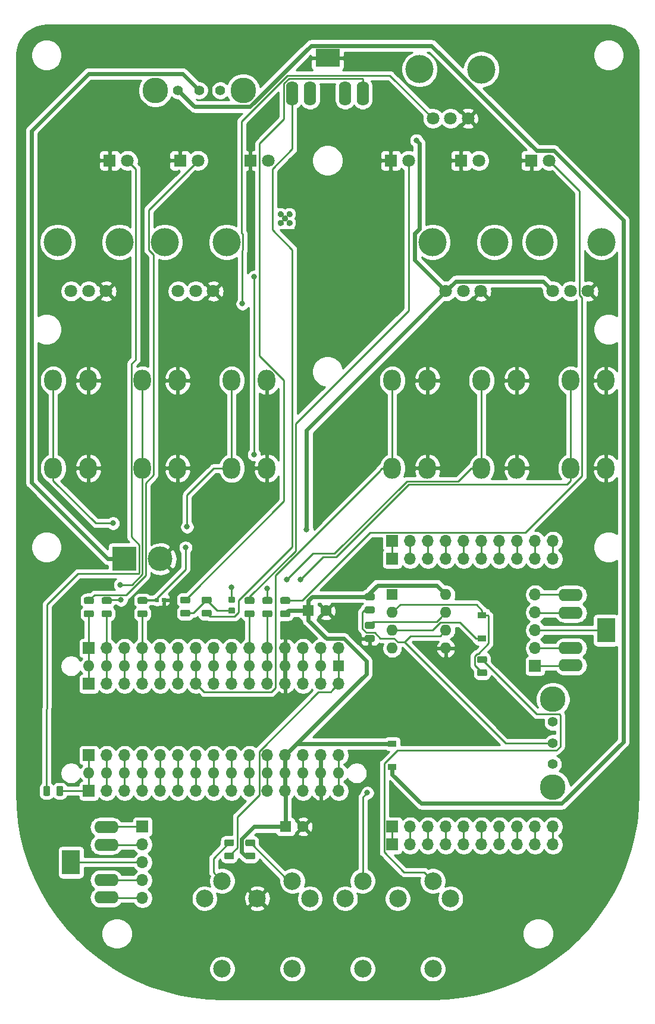
<source format=gbr>
G04 #@! TF.GenerationSoftware,KiCad,Pcbnew,(5.1.5)-3*
G04 #@! TF.CreationDate,2021-12-15T09:54:58+00:00*
G04 #@! TF.ProjectId,drumkid,6472756d-6b69-4642-9e6b-696361645f70,rev?*
G04 #@! TF.SameCoordinates,Original*
G04 #@! TF.FileFunction,Copper,L2,Bot*
G04 #@! TF.FilePolarity,Positive*
%FSLAX46Y46*%
G04 Gerber Fmt 4.6, Leading zero omitted, Abs format (unit mm)*
G04 Created by KiCad (PCBNEW (5.1.5)-3) date 2021-12-15 09:54:58*
%MOMM*%
%LPD*%
G04 APERTURE LIST*
%ADD10C,0.010000*%
%ADD11R,1.600000X1.600000*%
%ADD12O,1.600000X1.600000*%
%ADD13O,2.500000X3.000000*%
%ADD14C,1.600000*%
%ADD15C,0.100000*%
%ADD16R,1.200000X0.900000*%
%ADD17O,1.700000X1.700000*%
%ADD18R,1.700000X1.700000*%
%ADD19O,3.500000X1.750000*%
%ADD20R,2.500000X3.500000*%
%ADD21C,3.653000*%
%ADD22C,1.400000*%
%ADD23R,1.800000X1.800000*%
%ADD24C,1.800000*%
%ADD25C,2.499360*%
%ADD26R,3.500000X2.500000*%
%ADD27O,1.750000X3.500000*%
%ADD28C,4.000000*%
%ADD29R,3.500120X3.500120*%
%ADD30C,3.500120*%
%ADD31C,0.800000*%
%ADD32C,0.625000*%
%ADD33C,0.250000*%
%ADD34C,0.254000*%
G04 APERTURE END LIST*
D10*
G36*
X93246619Y-57216343D02*
G01*
X93207834Y-57219766D01*
X93175490Y-57227226D01*
X93141778Y-57240160D01*
X93125259Y-57247605D01*
X93054349Y-57290460D01*
X92994428Y-57346757D01*
X92949640Y-57412020D01*
X92930265Y-57458204D01*
X92916933Y-57523445D01*
X92913384Y-57597017D01*
X92919209Y-57670822D01*
X92933996Y-57736763D01*
X92945925Y-57767002D01*
X92992869Y-57839287D01*
X93056270Y-57898428D01*
X93133628Y-57942613D01*
X93222443Y-57970031D01*
X93227581Y-57971012D01*
X93267398Y-57977959D01*
X93296333Y-57980925D01*
X93323818Y-57979936D01*
X93359285Y-57975021D01*
X93380816Y-57971459D01*
X93464566Y-57947374D01*
X93541076Y-57905987D01*
X93606153Y-57850320D01*
X93655605Y-57783395D01*
X93664085Y-57767229D01*
X93677003Y-57737309D01*
X93685074Y-57707573D01*
X93689396Y-57671327D01*
X93691071Y-57621876D01*
X93691227Y-57602043D01*
X93690806Y-57548630D01*
X93688201Y-57510377D01*
X93682209Y-57480378D01*
X93671625Y-57451727D01*
X93661100Y-57429306D01*
X93615358Y-57359435D01*
X93552683Y-57298174D01*
X93477851Y-57250066D01*
X93467238Y-57244901D01*
X93433222Y-57230423D01*
X93401845Y-57221588D01*
X93365600Y-57217079D01*
X93316975Y-57215581D01*
X93299652Y-57215521D01*
X93246619Y-57216343D01*
G37*
X93246619Y-57216343D02*
X93207834Y-57219766D01*
X93175490Y-57227226D01*
X93141778Y-57240160D01*
X93125259Y-57247605D01*
X93054349Y-57290460D01*
X92994428Y-57346757D01*
X92949640Y-57412020D01*
X92930265Y-57458204D01*
X92916933Y-57523445D01*
X92913384Y-57597017D01*
X92919209Y-57670822D01*
X92933996Y-57736763D01*
X92945925Y-57767002D01*
X92992869Y-57839287D01*
X93056270Y-57898428D01*
X93133628Y-57942613D01*
X93222443Y-57970031D01*
X93227581Y-57971012D01*
X93267398Y-57977959D01*
X93296333Y-57980925D01*
X93323818Y-57979936D01*
X93359285Y-57975021D01*
X93380816Y-57971459D01*
X93464566Y-57947374D01*
X93541076Y-57905987D01*
X93606153Y-57850320D01*
X93655605Y-57783395D01*
X93664085Y-57767229D01*
X93677003Y-57737309D01*
X93685074Y-57707573D01*
X93689396Y-57671327D01*
X93691071Y-57621876D01*
X93691227Y-57602043D01*
X93690806Y-57548630D01*
X93688201Y-57510377D01*
X93682209Y-57480378D01*
X93671625Y-57451727D01*
X93661100Y-57429306D01*
X93615358Y-57359435D01*
X93552683Y-57298174D01*
X93477851Y-57250066D01*
X93467238Y-57244901D01*
X93433222Y-57230423D01*
X93401845Y-57221588D01*
X93365600Y-57217079D01*
X93316975Y-57215581D01*
X93299652Y-57215521D01*
X93246619Y-57216343D01*
G36*
X94488812Y-57216152D02*
G01*
X94450600Y-57218908D01*
X94420357Y-57225085D01*
X94391031Y-57235982D01*
X94365489Y-57247985D01*
X94287069Y-57295768D01*
X94227819Y-57353383D01*
X94186846Y-57422294D01*
X94163256Y-57503966D01*
X94156140Y-57591000D01*
X94160660Y-57672577D01*
X94176560Y-57739785D01*
X94206015Y-57798332D01*
X94251197Y-57853926D01*
X94259523Y-57862421D01*
X94331509Y-57919302D01*
X94413793Y-57957382D01*
X94504003Y-57975948D01*
X94599768Y-57974291D01*
X94622003Y-57971030D01*
X94699880Y-57949201D01*
X94772430Y-57912802D01*
X94834922Y-57865095D01*
X94882626Y-57809343D01*
X94899284Y-57779829D01*
X94926266Y-57700373D01*
X94937594Y-57614388D01*
X94933266Y-57528289D01*
X94913283Y-57448493D01*
X94899327Y-57416631D01*
X94865223Y-57366698D01*
X94815943Y-57316600D01*
X94757617Y-57271983D01*
X94715762Y-57247577D01*
X94683942Y-57232528D01*
X94656019Y-57223072D01*
X94625097Y-57217938D01*
X94584280Y-57215851D01*
X94542043Y-57215521D01*
X94488812Y-57216152D01*
G37*
X94488812Y-57216152D02*
X94450600Y-57218908D01*
X94420357Y-57225085D01*
X94391031Y-57235982D01*
X94365489Y-57247985D01*
X94287069Y-57295768D01*
X94227819Y-57353383D01*
X94186846Y-57422294D01*
X94163256Y-57503966D01*
X94156140Y-57591000D01*
X94160660Y-57672577D01*
X94176560Y-57739785D01*
X94206015Y-57798332D01*
X94251197Y-57853926D01*
X94259523Y-57862421D01*
X94331509Y-57919302D01*
X94413793Y-57957382D01*
X94504003Y-57975948D01*
X94599768Y-57974291D01*
X94622003Y-57971030D01*
X94699880Y-57949201D01*
X94772430Y-57912802D01*
X94834922Y-57865095D01*
X94882626Y-57809343D01*
X94899284Y-57779829D01*
X94926266Y-57700373D01*
X94937594Y-57614388D01*
X94933266Y-57528289D01*
X94913283Y-57448493D01*
X94899327Y-57416631D01*
X94865223Y-57366698D01*
X94815943Y-57316600D01*
X94757617Y-57271983D01*
X94715762Y-57247577D01*
X94683942Y-57232528D01*
X94656019Y-57223072D01*
X94625097Y-57217938D01*
X94584280Y-57215851D01*
X94542043Y-57215521D01*
X94488812Y-57216152D01*
G36*
X93829731Y-57841204D02*
G01*
X93800727Y-57849018D01*
X93712610Y-57886132D01*
X93641541Y-57937157D01*
X93587924Y-58001485D01*
X93552161Y-58078504D01*
X93534658Y-58167608D01*
X93534315Y-58250696D01*
X93550899Y-58338643D01*
X93586214Y-58418042D01*
X93638204Y-58486130D01*
X93704812Y-58540145D01*
X93775201Y-58574315D01*
X93830989Y-58588138D01*
X93897593Y-58595687D01*
X93964459Y-58596272D01*
X94016927Y-58590111D01*
X94101646Y-58562182D01*
X94176286Y-58517380D01*
X94237718Y-58458275D01*
X94282815Y-58387436D01*
X94293122Y-58363146D01*
X94310250Y-58295077D01*
X94315666Y-58218729D01*
X94309691Y-58142002D01*
X94292651Y-58072795D01*
X94280011Y-58043339D01*
X94230602Y-57970396D01*
X94166379Y-57911306D01*
X94090763Y-57867457D01*
X94007170Y-57840232D01*
X93919020Y-57831019D01*
X93829731Y-57841204D01*
G37*
X93829731Y-57841204D02*
X93800727Y-57849018D01*
X93712610Y-57886132D01*
X93641541Y-57937157D01*
X93587924Y-58001485D01*
X93552161Y-58078504D01*
X93534658Y-58167608D01*
X93534315Y-58250696D01*
X93550899Y-58338643D01*
X93586214Y-58418042D01*
X93638204Y-58486130D01*
X93704812Y-58540145D01*
X93775201Y-58574315D01*
X93830989Y-58588138D01*
X93897593Y-58595687D01*
X93964459Y-58596272D01*
X94016927Y-58590111D01*
X94101646Y-58562182D01*
X94176286Y-58517380D01*
X94237718Y-58458275D01*
X94282815Y-58387436D01*
X94293122Y-58363146D01*
X94310250Y-58295077D01*
X94315666Y-58218729D01*
X94309691Y-58142002D01*
X94292651Y-58072795D01*
X94280011Y-58043339D01*
X94230602Y-57970396D01*
X94166379Y-57911306D01*
X94090763Y-57867457D01*
X94007170Y-57840232D01*
X93919020Y-57831019D01*
X93829731Y-57841204D01*
G36*
X93299652Y-58454081D02*
G01*
X93201462Y-58464141D01*
X93115160Y-58492141D01*
X93041552Y-58537703D01*
X92981449Y-58600447D01*
X92978474Y-58604497D01*
X92940521Y-58674276D01*
X92918682Y-58753166D01*
X92912538Y-58836611D01*
X92921671Y-58920058D01*
X92945665Y-58998952D01*
X92984100Y-59068739D01*
X93025329Y-59115280D01*
X93098223Y-59166761D01*
X93181631Y-59201032D01*
X93271268Y-59217276D01*
X93362848Y-59214678D01*
X93444548Y-59195147D01*
X93530575Y-59155189D01*
X93598904Y-59102067D01*
X93649299Y-59036145D01*
X93681524Y-58957782D01*
X93695343Y-58867340D01*
X93694949Y-58811455D01*
X93679881Y-58720708D01*
X93645878Y-58641317D01*
X93593005Y-58573373D01*
X93521326Y-58516969D01*
X93467521Y-58487857D01*
X93426877Y-58470114D01*
X93393097Y-58459780D01*
X93357077Y-58455022D01*
X93309714Y-58454010D01*
X93299652Y-58454081D01*
G37*
X93299652Y-58454081D02*
X93201462Y-58464141D01*
X93115160Y-58492141D01*
X93041552Y-58537703D01*
X92981449Y-58600447D01*
X92978474Y-58604497D01*
X92940521Y-58674276D01*
X92918682Y-58753166D01*
X92912538Y-58836611D01*
X92921671Y-58920058D01*
X92945665Y-58998952D01*
X92984100Y-59068739D01*
X93025329Y-59115280D01*
X93098223Y-59166761D01*
X93181631Y-59201032D01*
X93271268Y-59217276D01*
X93362848Y-59214678D01*
X93444548Y-59195147D01*
X93530575Y-59155189D01*
X93598904Y-59102067D01*
X93649299Y-59036145D01*
X93681524Y-58957782D01*
X93695343Y-58867340D01*
X93694949Y-58811455D01*
X93679881Y-58720708D01*
X93645878Y-58641317D01*
X93593005Y-58573373D01*
X93521326Y-58516969D01*
X93467521Y-58487857D01*
X93426877Y-58470114D01*
X93393097Y-58459780D01*
X93357077Y-58455022D01*
X93309714Y-58454010D01*
X93299652Y-58454081D01*
G36*
X94435482Y-58464478D02*
G01*
X94352062Y-58496439D01*
X94275490Y-58547297D01*
X94250422Y-58570039D01*
X94202335Y-58631186D01*
X94171585Y-58703804D01*
X94157561Y-58789537D01*
X94156493Y-58822347D01*
X94157942Y-58872365D01*
X94162092Y-58919831D01*
X94168114Y-58955890D01*
X94169497Y-58961044D01*
X94202691Y-59035580D01*
X94253012Y-59099628D01*
X94317373Y-59151604D01*
X94392688Y-59189918D01*
X94475868Y-59212985D01*
X94563828Y-59219218D01*
X94649762Y-59207923D01*
X94725029Y-59180698D01*
X94794565Y-59137721D01*
X94853909Y-59082846D01*
X94898600Y-59019928D01*
X94917725Y-58976400D01*
X94932940Y-58906416D01*
X94937078Y-58828014D01*
X94930114Y-58751337D01*
X94918415Y-58703502D01*
X94891309Y-58647334D01*
X94848379Y-58589971D01*
X94844147Y-58585274D01*
X94774124Y-58523973D01*
X94695070Y-58481162D01*
X94610162Y-58456921D01*
X94522574Y-58451333D01*
X94435482Y-58464478D01*
G37*
X94435482Y-58464478D02*
X94352062Y-58496439D01*
X94275490Y-58547297D01*
X94250422Y-58570039D01*
X94202335Y-58631186D01*
X94171585Y-58703804D01*
X94157561Y-58789537D01*
X94156493Y-58822347D01*
X94157942Y-58872365D01*
X94162092Y-58919831D01*
X94168114Y-58955890D01*
X94169497Y-58961044D01*
X94202691Y-59035580D01*
X94253012Y-59099628D01*
X94317373Y-59151604D01*
X94392688Y-59189918D01*
X94475868Y-59212985D01*
X94563828Y-59219218D01*
X94649762Y-59207923D01*
X94725029Y-59180698D01*
X94794565Y-59137721D01*
X94853909Y-59082846D01*
X94898600Y-59019928D01*
X94917725Y-58976400D01*
X94932940Y-58906416D01*
X94937078Y-58828014D01*
X94930114Y-58751337D01*
X94918415Y-58703502D01*
X94891309Y-58647334D01*
X94848379Y-58589971D01*
X94844147Y-58585274D01*
X94774124Y-58523973D01*
X94695070Y-58481162D01*
X94610162Y-58456921D01*
X94522574Y-58451333D01*
X94435482Y-58464478D01*
D11*
X109220000Y-111760000D03*
D12*
X116840000Y-119380000D03*
X109220000Y-114300000D03*
X116840000Y-116840000D03*
X109220000Y-116840000D03*
X116840000Y-114300000D03*
X109220000Y-119380000D03*
X116840000Y-111760000D03*
D13*
X65960000Y-81280000D03*
X60960000Y-81280000D03*
X65960000Y-93780000D03*
X60960000Y-93780000D03*
X78660000Y-81280000D03*
X73660000Y-81280000D03*
X78660000Y-93780000D03*
X73660000Y-93780000D03*
X91360000Y-81280000D03*
X86360000Y-81280000D03*
X91360000Y-93780000D03*
X86360000Y-93780000D03*
X114220000Y-81280000D03*
X109220000Y-81280000D03*
X114220000Y-93780000D03*
X109220000Y-93780000D03*
X126920000Y-81280000D03*
X121920000Y-81280000D03*
X126920000Y-93780000D03*
X121920000Y-93780000D03*
X139620000Y-81280000D03*
X134620000Y-81280000D03*
X139620000Y-93780000D03*
X134620000Y-93780000D03*
D14*
X99782000Y-114046000D03*
D11*
X97282000Y-114046000D03*
D14*
X96520000Y-144780000D03*
D11*
X94020000Y-144780000D03*
G04 #@! TA.AperFunction,SMDPad,CuDef*
D15*
G36*
X74140142Y-113989174D02*
G01*
X74163803Y-113992684D01*
X74187007Y-113998496D01*
X74209529Y-114006554D01*
X74231153Y-114016782D01*
X74251670Y-114029079D01*
X74270883Y-114043329D01*
X74288607Y-114059393D01*
X74304671Y-114077117D01*
X74318921Y-114096330D01*
X74331218Y-114116847D01*
X74341446Y-114138471D01*
X74349504Y-114160993D01*
X74355316Y-114184197D01*
X74358826Y-114207858D01*
X74360000Y-114231750D01*
X74360000Y-114719250D01*
X74358826Y-114743142D01*
X74355316Y-114766803D01*
X74349504Y-114790007D01*
X74341446Y-114812529D01*
X74331218Y-114834153D01*
X74318921Y-114854670D01*
X74304671Y-114873883D01*
X74288607Y-114891607D01*
X74270883Y-114907671D01*
X74251670Y-114921921D01*
X74231153Y-114934218D01*
X74209529Y-114944446D01*
X74187007Y-114952504D01*
X74163803Y-114958316D01*
X74140142Y-114961826D01*
X74116250Y-114963000D01*
X73203750Y-114963000D01*
X73179858Y-114961826D01*
X73156197Y-114958316D01*
X73132993Y-114952504D01*
X73110471Y-114944446D01*
X73088847Y-114934218D01*
X73068330Y-114921921D01*
X73049117Y-114907671D01*
X73031393Y-114891607D01*
X73015329Y-114873883D01*
X73001079Y-114854670D01*
X72988782Y-114834153D01*
X72978554Y-114812529D01*
X72970496Y-114790007D01*
X72964684Y-114766803D01*
X72961174Y-114743142D01*
X72960000Y-114719250D01*
X72960000Y-114231750D01*
X72961174Y-114207858D01*
X72964684Y-114184197D01*
X72970496Y-114160993D01*
X72978554Y-114138471D01*
X72988782Y-114116847D01*
X73001079Y-114096330D01*
X73015329Y-114077117D01*
X73031393Y-114059393D01*
X73049117Y-114043329D01*
X73068330Y-114029079D01*
X73088847Y-114016782D01*
X73110471Y-114006554D01*
X73132993Y-113998496D01*
X73156197Y-113992684D01*
X73179858Y-113989174D01*
X73203750Y-113988000D01*
X74116250Y-113988000D01*
X74140142Y-113989174D01*
G37*
G04 #@! TD.AperFunction*
G04 #@! TA.AperFunction,SMDPad,CuDef*
G36*
X74140142Y-112114174D02*
G01*
X74163803Y-112117684D01*
X74187007Y-112123496D01*
X74209529Y-112131554D01*
X74231153Y-112141782D01*
X74251670Y-112154079D01*
X74270883Y-112168329D01*
X74288607Y-112184393D01*
X74304671Y-112202117D01*
X74318921Y-112221330D01*
X74331218Y-112241847D01*
X74341446Y-112263471D01*
X74349504Y-112285993D01*
X74355316Y-112309197D01*
X74358826Y-112332858D01*
X74360000Y-112356750D01*
X74360000Y-112844250D01*
X74358826Y-112868142D01*
X74355316Y-112891803D01*
X74349504Y-112915007D01*
X74341446Y-112937529D01*
X74331218Y-112959153D01*
X74318921Y-112979670D01*
X74304671Y-112998883D01*
X74288607Y-113016607D01*
X74270883Y-113032671D01*
X74251670Y-113046921D01*
X74231153Y-113059218D01*
X74209529Y-113069446D01*
X74187007Y-113077504D01*
X74163803Y-113083316D01*
X74140142Y-113086826D01*
X74116250Y-113088000D01*
X73203750Y-113088000D01*
X73179858Y-113086826D01*
X73156197Y-113083316D01*
X73132993Y-113077504D01*
X73110471Y-113069446D01*
X73088847Y-113059218D01*
X73068330Y-113046921D01*
X73049117Y-113032671D01*
X73031393Y-113016607D01*
X73015329Y-112998883D01*
X73001079Y-112979670D01*
X72988782Y-112959153D01*
X72978554Y-112937529D01*
X72970496Y-112915007D01*
X72964684Y-112891803D01*
X72961174Y-112868142D01*
X72960000Y-112844250D01*
X72960000Y-112356750D01*
X72961174Y-112332858D01*
X72964684Y-112309197D01*
X72970496Y-112285993D01*
X72978554Y-112263471D01*
X72988782Y-112241847D01*
X73001079Y-112221330D01*
X73015329Y-112202117D01*
X73031393Y-112184393D01*
X73049117Y-112168329D01*
X73068330Y-112154079D01*
X73088847Y-112141782D01*
X73110471Y-112131554D01*
X73132993Y-112123496D01*
X73156197Y-112117684D01*
X73179858Y-112114174D01*
X73203750Y-112113000D01*
X74116250Y-112113000D01*
X74140142Y-112114174D01*
G37*
G04 #@! TD.AperFunction*
G04 #@! TA.AperFunction,SMDPad,CuDef*
G36*
X83284142Y-112035674D02*
G01*
X83307803Y-112039184D01*
X83331007Y-112044996D01*
X83353529Y-112053054D01*
X83375153Y-112063282D01*
X83395670Y-112075579D01*
X83414883Y-112089829D01*
X83432607Y-112105893D01*
X83448671Y-112123617D01*
X83462921Y-112142830D01*
X83475218Y-112163347D01*
X83485446Y-112184971D01*
X83493504Y-112207493D01*
X83499316Y-112230697D01*
X83502826Y-112254358D01*
X83504000Y-112278250D01*
X83504000Y-112765750D01*
X83502826Y-112789642D01*
X83499316Y-112813303D01*
X83493504Y-112836507D01*
X83485446Y-112859029D01*
X83475218Y-112880653D01*
X83462921Y-112901170D01*
X83448671Y-112920383D01*
X83432607Y-112938107D01*
X83414883Y-112954171D01*
X83395670Y-112968421D01*
X83375153Y-112980718D01*
X83353529Y-112990946D01*
X83331007Y-112999004D01*
X83307803Y-113004816D01*
X83284142Y-113008326D01*
X83260250Y-113009500D01*
X82347750Y-113009500D01*
X82323858Y-113008326D01*
X82300197Y-113004816D01*
X82276993Y-112999004D01*
X82254471Y-112990946D01*
X82232847Y-112980718D01*
X82212330Y-112968421D01*
X82193117Y-112954171D01*
X82175393Y-112938107D01*
X82159329Y-112920383D01*
X82145079Y-112901170D01*
X82132782Y-112880653D01*
X82122554Y-112859029D01*
X82114496Y-112836507D01*
X82108684Y-112813303D01*
X82105174Y-112789642D01*
X82104000Y-112765750D01*
X82104000Y-112278250D01*
X82105174Y-112254358D01*
X82108684Y-112230697D01*
X82114496Y-112207493D01*
X82122554Y-112184971D01*
X82132782Y-112163347D01*
X82145079Y-112142830D01*
X82159329Y-112123617D01*
X82175393Y-112105893D01*
X82193117Y-112089829D01*
X82212330Y-112075579D01*
X82232847Y-112063282D01*
X82254471Y-112053054D01*
X82276993Y-112044996D01*
X82300197Y-112039184D01*
X82323858Y-112035674D01*
X82347750Y-112034500D01*
X83260250Y-112034500D01*
X83284142Y-112035674D01*
G37*
G04 #@! TD.AperFunction*
G04 #@! TA.AperFunction,SMDPad,CuDef*
G36*
X83284142Y-113910674D02*
G01*
X83307803Y-113914184D01*
X83331007Y-113919996D01*
X83353529Y-113928054D01*
X83375153Y-113938282D01*
X83395670Y-113950579D01*
X83414883Y-113964829D01*
X83432607Y-113980893D01*
X83448671Y-113998617D01*
X83462921Y-114017830D01*
X83475218Y-114038347D01*
X83485446Y-114059971D01*
X83493504Y-114082493D01*
X83499316Y-114105697D01*
X83502826Y-114129358D01*
X83504000Y-114153250D01*
X83504000Y-114640750D01*
X83502826Y-114664642D01*
X83499316Y-114688303D01*
X83493504Y-114711507D01*
X83485446Y-114734029D01*
X83475218Y-114755653D01*
X83462921Y-114776170D01*
X83448671Y-114795383D01*
X83432607Y-114813107D01*
X83414883Y-114829171D01*
X83395670Y-114843421D01*
X83375153Y-114855718D01*
X83353529Y-114865946D01*
X83331007Y-114874004D01*
X83307803Y-114879816D01*
X83284142Y-114883326D01*
X83260250Y-114884500D01*
X82347750Y-114884500D01*
X82323858Y-114883326D01*
X82300197Y-114879816D01*
X82276993Y-114874004D01*
X82254471Y-114865946D01*
X82232847Y-114855718D01*
X82212330Y-114843421D01*
X82193117Y-114829171D01*
X82175393Y-114813107D01*
X82159329Y-114795383D01*
X82145079Y-114776170D01*
X82132782Y-114755653D01*
X82122554Y-114734029D01*
X82114496Y-114711507D01*
X82108684Y-114688303D01*
X82105174Y-114664642D01*
X82104000Y-114640750D01*
X82104000Y-114153250D01*
X82105174Y-114129358D01*
X82108684Y-114105697D01*
X82114496Y-114082493D01*
X82122554Y-114059971D01*
X82132782Y-114038347D01*
X82145079Y-114017830D01*
X82159329Y-113998617D01*
X82175393Y-113980893D01*
X82193117Y-113964829D01*
X82212330Y-113950579D01*
X82232847Y-113938282D01*
X82254471Y-113928054D01*
X82276993Y-113919996D01*
X82300197Y-113914184D01*
X82323858Y-113910674D01*
X82347750Y-113909500D01*
X83260250Y-113909500D01*
X83284142Y-113910674D01*
G37*
G04 #@! TD.AperFunction*
G04 #@! TA.AperFunction,SMDPad,CuDef*
G36*
X80236142Y-113910674D02*
G01*
X80259803Y-113914184D01*
X80283007Y-113919996D01*
X80305529Y-113928054D01*
X80327153Y-113938282D01*
X80347670Y-113950579D01*
X80366883Y-113964829D01*
X80384607Y-113980893D01*
X80400671Y-113998617D01*
X80414921Y-114017830D01*
X80427218Y-114038347D01*
X80437446Y-114059971D01*
X80445504Y-114082493D01*
X80451316Y-114105697D01*
X80454826Y-114129358D01*
X80456000Y-114153250D01*
X80456000Y-114640750D01*
X80454826Y-114664642D01*
X80451316Y-114688303D01*
X80445504Y-114711507D01*
X80437446Y-114734029D01*
X80427218Y-114755653D01*
X80414921Y-114776170D01*
X80400671Y-114795383D01*
X80384607Y-114813107D01*
X80366883Y-114829171D01*
X80347670Y-114843421D01*
X80327153Y-114855718D01*
X80305529Y-114865946D01*
X80283007Y-114874004D01*
X80259803Y-114879816D01*
X80236142Y-114883326D01*
X80212250Y-114884500D01*
X79299750Y-114884500D01*
X79275858Y-114883326D01*
X79252197Y-114879816D01*
X79228993Y-114874004D01*
X79206471Y-114865946D01*
X79184847Y-114855718D01*
X79164330Y-114843421D01*
X79145117Y-114829171D01*
X79127393Y-114813107D01*
X79111329Y-114795383D01*
X79097079Y-114776170D01*
X79084782Y-114755653D01*
X79074554Y-114734029D01*
X79066496Y-114711507D01*
X79060684Y-114688303D01*
X79057174Y-114664642D01*
X79056000Y-114640750D01*
X79056000Y-114153250D01*
X79057174Y-114129358D01*
X79060684Y-114105697D01*
X79066496Y-114082493D01*
X79074554Y-114059971D01*
X79084782Y-114038347D01*
X79097079Y-114017830D01*
X79111329Y-113998617D01*
X79127393Y-113980893D01*
X79145117Y-113964829D01*
X79164330Y-113950579D01*
X79184847Y-113938282D01*
X79206471Y-113928054D01*
X79228993Y-113919996D01*
X79252197Y-113914184D01*
X79275858Y-113910674D01*
X79299750Y-113909500D01*
X80212250Y-113909500D01*
X80236142Y-113910674D01*
G37*
G04 #@! TD.AperFunction*
G04 #@! TA.AperFunction,SMDPad,CuDef*
G36*
X80236142Y-112035674D02*
G01*
X80259803Y-112039184D01*
X80283007Y-112044996D01*
X80305529Y-112053054D01*
X80327153Y-112063282D01*
X80347670Y-112075579D01*
X80366883Y-112089829D01*
X80384607Y-112105893D01*
X80400671Y-112123617D01*
X80414921Y-112142830D01*
X80427218Y-112163347D01*
X80437446Y-112184971D01*
X80445504Y-112207493D01*
X80451316Y-112230697D01*
X80454826Y-112254358D01*
X80456000Y-112278250D01*
X80456000Y-112765750D01*
X80454826Y-112789642D01*
X80451316Y-112813303D01*
X80445504Y-112836507D01*
X80437446Y-112859029D01*
X80427218Y-112880653D01*
X80414921Y-112901170D01*
X80400671Y-112920383D01*
X80384607Y-112938107D01*
X80366883Y-112954171D01*
X80347670Y-112968421D01*
X80327153Y-112980718D01*
X80305529Y-112990946D01*
X80283007Y-112999004D01*
X80259803Y-113004816D01*
X80236142Y-113008326D01*
X80212250Y-113009500D01*
X79299750Y-113009500D01*
X79275858Y-113008326D01*
X79252197Y-113004816D01*
X79228993Y-112999004D01*
X79206471Y-112990946D01*
X79184847Y-112980718D01*
X79164330Y-112968421D01*
X79145117Y-112954171D01*
X79127393Y-112938107D01*
X79111329Y-112920383D01*
X79097079Y-112901170D01*
X79084782Y-112880653D01*
X79074554Y-112859029D01*
X79066496Y-112836507D01*
X79060684Y-112813303D01*
X79057174Y-112789642D01*
X79056000Y-112765750D01*
X79056000Y-112278250D01*
X79057174Y-112254358D01*
X79060684Y-112230697D01*
X79066496Y-112207493D01*
X79074554Y-112184971D01*
X79084782Y-112163347D01*
X79097079Y-112142830D01*
X79111329Y-112123617D01*
X79127393Y-112105893D01*
X79145117Y-112089829D01*
X79164330Y-112075579D01*
X79184847Y-112063282D01*
X79206471Y-112053054D01*
X79228993Y-112044996D01*
X79252197Y-112039184D01*
X79275858Y-112035674D01*
X79299750Y-112034500D01*
X80212250Y-112034500D01*
X80236142Y-112035674D01*
G37*
G04 #@! TD.AperFunction*
G04 #@! TA.AperFunction,SMDPad,CuDef*
G36*
X89480142Y-148451174D02*
G01*
X89503803Y-148454684D01*
X89527007Y-148460496D01*
X89549529Y-148468554D01*
X89571153Y-148478782D01*
X89591670Y-148491079D01*
X89610883Y-148505329D01*
X89628607Y-148521393D01*
X89644671Y-148539117D01*
X89658921Y-148558330D01*
X89671218Y-148578847D01*
X89681446Y-148600471D01*
X89689504Y-148622993D01*
X89695316Y-148646197D01*
X89698826Y-148669858D01*
X89700000Y-148693750D01*
X89700000Y-149181250D01*
X89698826Y-149205142D01*
X89695316Y-149228803D01*
X89689504Y-149252007D01*
X89681446Y-149274529D01*
X89671218Y-149296153D01*
X89658921Y-149316670D01*
X89644671Y-149335883D01*
X89628607Y-149353607D01*
X89610883Y-149369671D01*
X89591670Y-149383921D01*
X89571153Y-149396218D01*
X89549529Y-149406446D01*
X89527007Y-149414504D01*
X89503803Y-149420316D01*
X89480142Y-149423826D01*
X89456250Y-149425000D01*
X88543750Y-149425000D01*
X88519858Y-149423826D01*
X88496197Y-149420316D01*
X88472993Y-149414504D01*
X88450471Y-149406446D01*
X88428847Y-149396218D01*
X88408330Y-149383921D01*
X88389117Y-149369671D01*
X88371393Y-149353607D01*
X88355329Y-149335883D01*
X88341079Y-149316670D01*
X88328782Y-149296153D01*
X88318554Y-149274529D01*
X88310496Y-149252007D01*
X88304684Y-149228803D01*
X88301174Y-149205142D01*
X88300000Y-149181250D01*
X88300000Y-148693750D01*
X88301174Y-148669858D01*
X88304684Y-148646197D01*
X88310496Y-148622993D01*
X88318554Y-148600471D01*
X88328782Y-148578847D01*
X88341079Y-148558330D01*
X88355329Y-148539117D01*
X88371393Y-148521393D01*
X88389117Y-148505329D01*
X88408330Y-148491079D01*
X88428847Y-148478782D01*
X88450471Y-148468554D01*
X88472993Y-148460496D01*
X88496197Y-148454684D01*
X88519858Y-148451174D01*
X88543750Y-148450000D01*
X89456250Y-148450000D01*
X89480142Y-148451174D01*
G37*
G04 #@! TD.AperFunction*
G04 #@! TA.AperFunction,SMDPad,CuDef*
G36*
X89480142Y-146576174D02*
G01*
X89503803Y-146579684D01*
X89527007Y-146585496D01*
X89549529Y-146593554D01*
X89571153Y-146603782D01*
X89591670Y-146616079D01*
X89610883Y-146630329D01*
X89628607Y-146646393D01*
X89644671Y-146664117D01*
X89658921Y-146683330D01*
X89671218Y-146703847D01*
X89681446Y-146725471D01*
X89689504Y-146747993D01*
X89695316Y-146771197D01*
X89698826Y-146794858D01*
X89700000Y-146818750D01*
X89700000Y-147306250D01*
X89698826Y-147330142D01*
X89695316Y-147353803D01*
X89689504Y-147377007D01*
X89681446Y-147399529D01*
X89671218Y-147421153D01*
X89658921Y-147441670D01*
X89644671Y-147460883D01*
X89628607Y-147478607D01*
X89610883Y-147494671D01*
X89591670Y-147508921D01*
X89571153Y-147521218D01*
X89549529Y-147531446D01*
X89527007Y-147539504D01*
X89503803Y-147545316D01*
X89480142Y-147548826D01*
X89456250Y-147550000D01*
X88543750Y-147550000D01*
X88519858Y-147548826D01*
X88496197Y-147545316D01*
X88472993Y-147539504D01*
X88450471Y-147531446D01*
X88428847Y-147521218D01*
X88408330Y-147508921D01*
X88389117Y-147494671D01*
X88371393Y-147478607D01*
X88355329Y-147460883D01*
X88341079Y-147441670D01*
X88328782Y-147421153D01*
X88318554Y-147399529D01*
X88310496Y-147377007D01*
X88304684Y-147353803D01*
X88301174Y-147330142D01*
X88300000Y-147306250D01*
X88300000Y-146818750D01*
X88301174Y-146794858D01*
X88304684Y-146771197D01*
X88310496Y-146747993D01*
X88318554Y-146725471D01*
X88328782Y-146703847D01*
X88341079Y-146683330D01*
X88355329Y-146664117D01*
X88371393Y-146646393D01*
X88389117Y-146630329D01*
X88408330Y-146616079D01*
X88428847Y-146603782D01*
X88450471Y-146593554D01*
X88472993Y-146585496D01*
X88496197Y-146579684D01*
X88519858Y-146576174D01*
X88543750Y-146575000D01*
X89456250Y-146575000D01*
X89480142Y-146576174D01*
G37*
G04 #@! TD.AperFunction*
G04 #@! TA.AperFunction,SMDPad,CuDef*
G36*
X86480142Y-148451174D02*
G01*
X86503803Y-148454684D01*
X86527007Y-148460496D01*
X86549529Y-148468554D01*
X86571153Y-148478782D01*
X86591670Y-148491079D01*
X86610883Y-148505329D01*
X86628607Y-148521393D01*
X86644671Y-148539117D01*
X86658921Y-148558330D01*
X86671218Y-148578847D01*
X86681446Y-148600471D01*
X86689504Y-148622993D01*
X86695316Y-148646197D01*
X86698826Y-148669858D01*
X86700000Y-148693750D01*
X86700000Y-149181250D01*
X86698826Y-149205142D01*
X86695316Y-149228803D01*
X86689504Y-149252007D01*
X86681446Y-149274529D01*
X86671218Y-149296153D01*
X86658921Y-149316670D01*
X86644671Y-149335883D01*
X86628607Y-149353607D01*
X86610883Y-149369671D01*
X86591670Y-149383921D01*
X86571153Y-149396218D01*
X86549529Y-149406446D01*
X86527007Y-149414504D01*
X86503803Y-149420316D01*
X86480142Y-149423826D01*
X86456250Y-149425000D01*
X85543750Y-149425000D01*
X85519858Y-149423826D01*
X85496197Y-149420316D01*
X85472993Y-149414504D01*
X85450471Y-149406446D01*
X85428847Y-149396218D01*
X85408330Y-149383921D01*
X85389117Y-149369671D01*
X85371393Y-149353607D01*
X85355329Y-149335883D01*
X85341079Y-149316670D01*
X85328782Y-149296153D01*
X85318554Y-149274529D01*
X85310496Y-149252007D01*
X85304684Y-149228803D01*
X85301174Y-149205142D01*
X85300000Y-149181250D01*
X85300000Y-148693750D01*
X85301174Y-148669858D01*
X85304684Y-148646197D01*
X85310496Y-148622993D01*
X85318554Y-148600471D01*
X85328782Y-148578847D01*
X85341079Y-148558330D01*
X85355329Y-148539117D01*
X85371393Y-148521393D01*
X85389117Y-148505329D01*
X85408330Y-148491079D01*
X85428847Y-148478782D01*
X85450471Y-148468554D01*
X85472993Y-148460496D01*
X85496197Y-148454684D01*
X85519858Y-148451174D01*
X85543750Y-148450000D01*
X86456250Y-148450000D01*
X86480142Y-148451174D01*
G37*
G04 #@! TD.AperFunction*
G04 #@! TA.AperFunction,SMDPad,CuDef*
G36*
X86480142Y-146576174D02*
G01*
X86503803Y-146579684D01*
X86527007Y-146585496D01*
X86549529Y-146593554D01*
X86571153Y-146603782D01*
X86591670Y-146616079D01*
X86610883Y-146630329D01*
X86628607Y-146646393D01*
X86644671Y-146664117D01*
X86658921Y-146683330D01*
X86671218Y-146703847D01*
X86681446Y-146725471D01*
X86689504Y-146747993D01*
X86695316Y-146771197D01*
X86698826Y-146794858D01*
X86700000Y-146818750D01*
X86700000Y-147306250D01*
X86698826Y-147330142D01*
X86695316Y-147353803D01*
X86689504Y-147377007D01*
X86681446Y-147399529D01*
X86671218Y-147421153D01*
X86658921Y-147441670D01*
X86644671Y-147460883D01*
X86628607Y-147478607D01*
X86610883Y-147494671D01*
X86591670Y-147508921D01*
X86571153Y-147521218D01*
X86549529Y-147531446D01*
X86527007Y-147539504D01*
X86503803Y-147545316D01*
X86480142Y-147548826D01*
X86456250Y-147550000D01*
X85543750Y-147550000D01*
X85519858Y-147548826D01*
X85496197Y-147545316D01*
X85472993Y-147539504D01*
X85450471Y-147531446D01*
X85428847Y-147521218D01*
X85408330Y-147508921D01*
X85389117Y-147494671D01*
X85371393Y-147478607D01*
X85355329Y-147460883D01*
X85341079Y-147441670D01*
X85328782Y-147421153D01*
X85318554Y-147399529D01*
X85310496Y-147377007D01*
X85304684Y-147353803D01*
X85301174Y-147330142D01*
X85300000Y-147306250D01*
X85300000Y-146818750D01*
X85301174Y-146794858D01*
X85304684Y-146771197D01*
X85310496Y-146747993D01*
X85318554Y-146725471D01*
X85328782Y-146703847D01*
X85341079Y-146683330D01*
X85355329Y-146664117D01*
X85371393Y-146646393D01*
X85389117Y-146630329D01*
X85408330Y-146616079D01*
X85428847Y-146603782D01*
X85450471Y-146593554D01*
X85472993Y-146585496D01*
X85496197Y-146579684D01*
X85519858Y-146576174D01*
X85543750Y-146575000D01*
X86456250Y-146575000D01*
X86480142Y-146576174D01*
G37*
G04 #@! TD.AperFunction*
G04 #@! TA.AperFunction,SMDPad,CuDef*
G36*
X106480142Y-113451174D02*
G01*
X106503803Y-113454684D01*
X106527007Y-113460496D01*
X106549529Y-113468554D01*
X106571153Y-113478782D01*
X106591670Y-113491079D01*
X106610883Y-113505329D01*
X106628607Y-113521393D01*
X106644671Y-113539117D01*
X106658921Y-113558330D01*
X106671218Y-113578847D01*
X106681446Y-113600471D01*
X106689504Y-113622993D01*
X106695316Y-113646197D01*
X106698826Y-113669858D01*
X106700000Y-113693750D01*
X106700000Y-114181250D01*
X106698826Y-114205142D01*
X106695316Y-114228803D01*
X106689504Y-114252007D01*
X106681446Y-114274529D01*
X106671218Y-114296153D01*
X106658921Y-114316670D01*
X106644671Y-114335883D01*
X106628607Y-114353607D01*
X106610883Y-114369671D01*
X106591670Y-114383921D01*
X106571153Y-114396218D01*
X106549529Y-114406446D01*
X106527007Y-114414504D01*
X106503803Y-114420316D01*
X106480142Y-114423826D01*
X106456250Y-114425000D01*
X105543750Y-114425000D01*
X105519858Y-114423826D01*
X105496197Y-114420316D01*
X105472993Y-114414504D01*
X105450471Y-114406446D01*
X105428847Y-114396218D01*
X105408330Y-114383921D01*
X105389117Y-114369671D01*
X105371393Y-114353607D01*
X105355329Y-114335883D01*
X105341079Y-114316670D01*
X105328782Y-114296153D01*
X105318554Y-114274529D01*
X105310496Y-114252007D01*
X105304684Y-114228803D01*
X105301174Y-114205142D01*
X105300000Y-114181250D01*
X105300000Y-113693750D01*
X105301174Y-113669858D01*
X105304684Y-113646197D01*
X105310496Y-113622993D01*
X105318554Y-113600471D01*
X105328782Y-113578847D01*
X105341079Y-113558330D01*
X105355329Y-113539117D01*
X105371393Y-113521393D01*
X105389117Y-113505329D01*
X105408330Y-113491079D01*
X105428847Y-113478782D01*
X105450471Y-113468554D01*
X105472993Y-113460496D01*
X105496197Y-113454684D01*
X105519858Y-113451174D01*
X105543750Y-113450000D01*
X106456250Y-113450000D01*
X106480142Y-113451174D01*
G37*
G04 #@! TD.AperFunction*
G04 #@! TA.AperFunction,SMDPad,CuDef*
G36*
X106480142Y-111576174D02*
G01*
X106503803Y-111579684D01*
X106527007Y-111585496D01*
X106549529Y-111593554D01*
X106571153Y-111603782D01*
X106591670Y-111616079D01*
X106610883Y-111630329D01*
X106628607Y-111646393D01*
X106644671Y-111664117D01*
X106658921Y-111683330D01*
X106671218Y-111703847D01*
X106681446Y-111725471D01*
X106689504Y-111747993D01*
X106695316Y-111771197D01*
X106698826Y-111794858D01*
X106700000Y-111818750D01*
X106700000Y-112306250D01*
X106698826Y-112330142D01*
X106695316Y-112353803D01*
X106689504Y-112377007D01*
X106681446Y-112399529D01*
X106671218Y-112421153D01*
X106658921Y-112441670D01*
X106644671Y-112460883D01*
X106628607Y-112478607D01*
X106610883Y-112494671D01*
X106591670Y-112508921D01*
X106571153Y-112521218D01*
X106549529Y-112531446D01*
X106527007Y-112539504D01*
X106503803Y-112545316D01*
X106480142Y-112548826D01*
X106456250Y-112550000D01*
X105543750Y-112550000D01*
X105519858Y-112548826D01*
X105496197Y-112545316D01*
X105472993Y-112539504D01*
X105450471Y-112531446D01*
X105428847Y-112521218D01*
X105408330Y-112508921D01*
X105389117Y-112494671D01*
X105371393Y-112478607D01*
X105355329Y-112460883D01*
X105341079Y-112441670D01*
X105328782Y-112421153D01*
X105318554Y-112399529D01*
X105310496Y-112377007D01*
X105304684Y-112353803D01*
X105301174Y-112330142D01*
X105300000Y-112306250D01*
X105300000Y-111818750D01*
X105301174Y-111794858D01*
X105304684Y-111771197D01*
X105310496Y-111747993D01*
X105318554Y-111725471D01*
X105328782Y-111703847D01*
X105341079Y-111683330D01*
X105355329Y-111664117D01*
X105371393Y-111646393D01*
X105389117Y-111630329D01*
X105408330Y-111616079D01*
X105428847Y-111603782D01*
X105450471Y-111593554D01*
X105472993Y-111585496D01*
X105496197Y-111579684D01*
X105519858Y-111576174D01*
X105543750Y-111575000D01*
X106456250Y-111575000D01*
X106480142Y-111576174D01*
G37*
G04 #@! TD.AperFunction*
G04 #@! TA.AperFunction,SMDPad,CuDef*
G36*
X106480142Y-115638674D02*
G01*
X106503803Y-115642184D01*
X106527007Y-115647996D01*
X106549529Y-115656054D01*
X106571153Y-115666282D01*
X106591670Y-115678579D01*
X106610883Y-115692829D01*
X106628607Y-115708893D01*
X106644671Y-115726617D01*
X106658921Y-115745830D01*
X106671218Y-115766347D01*
X106681446Y-115787971D01*
X106689504Y-115810493D01*
X106695316Y-115833697D01*
X106698826Y-115857358D01*
X106700000Y-115881250D01*
X106700000Y-116368750D01*
X106698826Y-116392642D01*
X106695316Y-116416303D01*
X106689504Y-116439507D01*
X106681446Y-116462029D01*
X106671218Y-116483653D01*
X106658921Y-116504170D01*
X106644671Y-116523383D01*
X106628607Y-116541107D01*
X106610883Y-116557171D01*
X106591670Y-116571421D01*
X106571153Y-116583718D01*
X106549529Y-116593946D01*
X106527007Y-116602004D01*
X106503803Y-116607816D01*
X106480142Y-116611326D01*
X106456250Y-116612500D01*
X105543750Y-116612500D01*
X105519858Y-116611326D01*
X105496197Y-116607816D01*
X105472993Y-116602004D01*
X105450471Y-116593946D01*
X105428847Y-116583718D01*
X105408330Y-116571421D01*
X105389117Y-116557171D01*
X105371393Y-116541107D01*
X105355329Y-116523383D01*
X105341079Y-116504170D01*
X105328782Y-116483653D01*
X105318554Y-116462029D01*
X105310496Y-116439507D01*
X105304684Y-116416303D01*
X105301174Y-116392642D01*
X105300000Y-116368750D01*
X105300000Y-115881250D01*
X105301174Y-115857358D01*
X105304684Y-115833697D01*
X105310496Y-115810493D01*
X105318554Y-115787971D01*
X105328782Y-115766347D01*
X105341079Y-115745830D01*
X105355329Y-115726617D01*
X105371393Y-115708893D01*
X105389117Y-115692829D01*
X105408330Y-115678579D01*
X105428847Y-115666282D01*
X105450471Y-115656054D01*
X105472993Y-115647996D01*
X105496197Y-115642184D01*
X105519858Y-115638674D01*
X105543750Y-115637500D01*
X106456250Y-115637500D01*
X106480142Y-115638674D01*
G37*
G04 #@! TD.AperFunction*
G04 #@! TA.AperFunction,SMDPad,CuDef*
G36*
X106480142Y-117513674D02*
G01*
X106503803Y-117517184D01*
X106527007Y-117522996D01*
X106549529Y-117531054D01*
X106571153Y-117541282D01*
X106591670Y-117553579D01*
X106610883Y-117567829D01*
X106628607Y-117583893D01*
X106644671Y-117601617D01*
X106658921Y-117620830D01*
X106671218Y-117641347D01*
X106681446Y-117662971D01*
X106689504Y-117685493D01*
X106695316Y-117708697D01*
X106698826Y-117732358D01*
X106700000Y-117756250D01*
X106700000Y-118243750D01*
X106698826Y-118267642D01*
X106695316Y-118291303D01*
X106689504Y-118314507D01*
X106681446Y-118337029D01*
X106671218Y-118358653D01*
X106658921Y-118379170D01*
X106644671Y-118398383D01*
X106628607Y-118416107D01*
X106610883Y-118432171D01*
X106591670Y-118446421D01*
X106571153Y-118458718D01*
X106549529Y-118468946D01*
X106527007Y-118477004D01*
X106503803Y-118482816D01*
X106480142Y-118486326D01*
X106456250Y-118487500D01*
X105543750Y-118487500D01*
X105519858Y-118486326D01*
X105496197Y-118482816D01*
X105472993Y-118477004D01*
X105450471Y-118468946D01*
X105428847Y-118458718D01*
X105408330Y-118446421D01*
X105389117Y-118432171D01*
X105371393Y-118416107D01*
X105355329Y-118398383D01*
X105341079Y-118379170D01*
X105328782Y-118358653D01*
X105318554Y-118337029D01*
X105310496Y-118314507D01*
X105304684Y-118291303D01*
X105301174Y-118267642D01*
X105300000Y-118243750D01*
X105300000Y-117756250D01*
X105301174Y-117732358D01*
X105304684Y-117708697D01*
X105310496Y-117685493D01*
X105318554Y-117662971D01*
X105328782Y-117641347D01*
X105341079Y-117620830D01*
X105355329Y-117601617D01*
X105371393Y-117583893D01*
X105389117Y-117567829D01*
X105408330Y-117553579D01*
X105428847Y-117541282D01*
X105450471Y-117531054D01*
X105472993Y-117522996D01*
X105496197Y-117517184D01*
X105519858Y-117513674D01*
X105543750Y-117512500D01*
X106456250Y-117512500D01*
X106480142Y-117513674D01*
G37*
G04 #@! TD.AperFunction*
G04 #@! TA.AperFunction,SMDPad,CuDef*
G36*
X122480142Y-120513674D02*
G01*
X122503803Y-120517184D01*
X122527007Y-120522996D01*
X122549529Y-120531054D01*
X122571153Y-120541282D01*
X122591670Y-120553579D01*
X122610883Y-120567829D01*
X122628607Y-120583893D01*
X122644671Y-120601617D01*
X122658921Y-120620830D01*
X122671218Y-120641347D01*
X122681446Y-120662971D01*
X122689504Y-120685493D01*
X122695316Y-120708697D01*
X122698826Y-120732358D01*
X122700000Y-120756250D01*
X122700000Y-121243750D01*
X122698826Y-121267642D01*
X122695316Y-121291303D01*
X122689504Y-121314507D01*
X122681446Y-121337029D01*
X122671218Y-121358653D01*
X122658921Y-121379170D01*
X122644671Y-121398383D01*
X122628607Y-121416107D01*
X122610883Y-121432171D01*
X122591670Y-121446421D01*
X122571153Y-121458718D01*
X122549529Y-121468946D01*
X122527007Y-121477004D01*
X122503803Y-121482816D01*
X122480142Y-121486326D01*
X122456250Y-121487500D01*
X121543750Y-121487500D01*
X121519858Y-121486326D01*
X121496197Y-121482816D01*
X121472993Y-121477004D01*
X121450471Y-121468946D01*
X121428847Y-121458718D01*
X121408330Y-121446421D01*
X121389117Y-121432171D01*
X121371393Y-121416107D01*
X121355329Y-121398383D01*
X121341079Y-121379170D01*
X121328782Y-121358653D01*
X121318554Y-121337029D01*
X121310496Y-121314507D01*
X121304684Y-121291303D01*
X121301174Y-121267642D01*
X121300000Y-121243750D01*
X121300000Y-120756250D01*
X121301174Y-120732358D01*
X121304684Y-120708697D01*
X121310496Y-120685493D01*
X121318554Y-120662971D01*
X121328782Y-120641347D01*
X121341079Y-120620830D01*
X121355329Y-120601617D01*
X121371393Y-120583893D01*
X121389117Y-120567829D01*
X121408330Y-120553579D01*
X121428847Y-120541282D01*
X121450471Y-120531054D01*
X121472993Y-120522996D01*
X121496197Y-120517184D01*
X121519858Y-120513674D01*
X121543750Y-120512500D01*
X122456250Y-120512500D01*
X122480142Y-120513674D01*
G37*
G04 #@! TD.AperFunction*
G04 #@! TA.AperFunction,SMDPad,CuDef*
G36*
X122480142Y-122388674D02*
G01*
X122503803Y-122392184D01*
X122527007Y-122397996D01*
X122549529Y-122406054D01*
X122571153Y-122416282D01*
X122591670Y-122428579D01*
X122610883Y-122442829D01*
X122628607Y-122458893D01*
X122644671Y-122476617D01*
X122658921Y-122495830D01*
X122671218Y-122516347D01*
X122681446Y-122537971D01*
X122689504Y-122560493D01*
X122695316Y-122583697D01*
X122698826Y-122607358D01*
X122700000Y-122631250D01*
X122700000Y-123118750D01*
X122698826Y-123142642D01*
X122695316Y-123166303D01*
X122689504Y-123189507D01*
X122681446Y-123212029D01*
X122671218Y-123233653D01*
X122658921Y-123254170D01*
X122644671Y-123273383D01*
X122628607Y-123291107D01*
X122610883Y-123307171D01*
X122591670Y-123321421D01*
X122571153Y-123333718D01*
X122549529Y-123343946D01*
X122527007Y-123352004D01*
X122503803Y-123357816D01*
X122480142Y-123361326D01*
X122456250Y-123362500D01*
X121543750Y-123362500D01*
X121519858Y-123361326D01*
X121496197Y-123357816D01*
X121472993Y-123352004D01*
X121450471Y-123343946D01*
X121428847Y-123333718D01*
X121408330Y-123321421D01*
X121389117Y-123307171D01*
X121371393Y-123291107D01*
X121355329Y-123273383D01*
X121341079Y-123254170D01*
X121328782Y-123233653D01*
X121318554Y-123212029D01*
X121310496Y-123189507D01*
X121304684Y-123166303D01*
X121301174Y-123142642D01*
X121300000Y-123118750D01*
X121300000Y-122631250D01*
X121301174Y-122607358D01*
X121304684Y-122583697D01*
X121310496Y-122560493D01*
X121318554Y-122537971D01*
X121328782Y-122516347D01*
X121341079Y-122495830D01*
X121355329Y-122476617D01*
X121371393Y-122458893D01*
X121389117Y-122442829D01*
X121408330Y-122428579D01*
X121428847Y-122416282D01*
X121450471Y-122406054D01*
X121472993Y-122397996D01*
X121496197Y-122392184D01*
X121519858Y-122388674D01*
X121543750Y-122387500D01*
X122456250Y-122387500D01*
X122480142Y-122388674D01*
G37*
G04 #@! TD.AperFunction*
G04 #@! TA.AperFunction,SMDPad,CuDef*
G36*
X62165142Y-139001174D02*
G01*
X62188803Y-139004684D01*
X62212007Y-139010496D01*
X62234529Y-139018554D01*
X62256153Y-139028782D01*
X62276670Y-139041079D01*
X62295883Y-139055329D01*
X62313607Y-139071393D01*
X62329671Y-139089117D01*
X62343921Y-139108330D01*
X62356218Y-139128847D01*
X62366446Y-139150471D01*
X62374504Y-139172993D01*
X62380316Y-139196197D01*
X62383826Y-139219858D01*
X62385000Y-139243750D01*
X62385000Y-140156250D01*
X62383826Y-140180142D01*
X62380316Y-140203803D01*
X62374504Y-140227007D01*
X62366446Y-140249529D01*
X62356218Y-140271153D01*
X62343921Y-140291670D01*
X62329671Y-140310883D01*
X62313607Y-140328607D01*
X62295883Y-140344671D01*
X62276670Y-140358921D01*
X62256153Y-140371218D01*
X62234529Y-140381446D01*
X62212007Y-140389504D01*
X62188803Y-140395316D01*
X62165142Y-140398826D01*
X62141250Y-140400000D01*
X61653750Y-140400000D01*
X61629858Y-140398826D01*
X61606197Y-140395316D01*
X61582993Y-140389504D01*
X61560471Y-140381446D01*
X61538847Y-140371218D01*
X61518330Y-140358921D01*
X61499117Y-140344671D01*
X61481393Y-140328607D01*
X61465329Y-140310883D01*
X61451079Y-140291670D01*
X61438782Y-140271153D01*
X61428554Y-140249529D01*
X61420496Y-140227007D01*
X61414684Y-140203803D01*
X61411174Y-140180142D01*
X61410000Y-140156250D01*
X61410000Y-139243750D01*
X61411174Y-139219858D01*
X61414684Y-139196197D01*
X61420496Y-139172993D01*
X61428554Y-139150471D01*
X61438782Y-139128847D01*
X61451079Y-139108330D01*
X61465329Y-139089117D01*
X61481393Y-139071393D01*
X61499117Y-139055329D01*
X61518330Y-139041079D01*
X61538847Y-139028782D01*
X61560471Y-139018554D01*
X61582993Y-139010496D01*
X61606197Y-139004684D01*
X61629858Y-139001174D01*
X61653750Y-139000000D01*
X62141250Y-139000000D01*
X62165142Y-139001174D01*
G37*
G04 #@! TD.AperFunction*
G04 #@! TA.AperFunction,SMDPad,CuDef*
G36*
X60290142Y-139001174D02*
G01*
X60313803Y-139004684D01*
X60337007Y-139010496D01*
X60359529Y-139018554D01*
X60381153Y-139028782D01*
X60401670Y-139041079D01*
X60420883Y-139055329D01*
X60438607Y-139071393D01*
X60454671Y-139089117D01*
X60468921Y-139108330D01*
X60481218Y-139128847D01*
X60491446Y-139150471D01*
X60499504Y-139172993D01*
X60505316Y-139196197D01*
X60508826Y-139219858D01*
X60510000Y-139243750D01*
X60510000Y-140156250D01*
X60508826Y-140180142D01*
X60505316Y-140203803D01*
X60499504Y-140227007D01*
X60491446Y-140249529D01*
X60481218Y-140271153D01*
X60468921Y-140291670D01*
X60454671Y-140310883D01*
X60438607Y-140328607D01*
X60420883Y-140344671D01*
X60401670Y-140358921D01*
X60381153Y-140371218D01*
X60359529Y-140381446D01*
X60337007Y-140389504D01*
X60313803Y-140395316D01*
X60290142Y-140398826D01*
X60266250Y-140400000D01*
X59778750Y-140400000D01*
X59754858Y-140398826D01*
X59731197Y-140395316D01*
X59707993Y-140389504D01*
X59685471Y-140381446D01*
X59663847Y-140371218D01*
X59643330Y-140358921D01*
X59624117Y-140344671D01*
X59606393Y-140328607D01*
X59590329Y-140310883D01*
X59576079Y-140291670D01*
X59563782Y-140271153D01*
X59553554Y-140249529D01*
X59545496Y-140227007D01*
X59539684Y-140203803D01*
X59536174Y-140180142D01*
X59535000Y-140156250D01*
X59535000Y-139243750D01*
X59536174Y-139219858D01*
X59539684Y-139196197D01*
X59545496Y-139172993D01*
X59553554Y-139150471D01*
X59563782Y-139128847D01*
X59576079Y-139108330D01*
X59590329Y-139089117D01*
X59606393Y-139071393D01*
X59624117Y-139055329D01*
X59643330Y-139041079D01*
X59663847Y-139028782D01*
X59685471Y-139018554D01*
X59707993Y-139010496D01*
X59731197Y-139004684D01*
X59754858Y-139001174D01*
X59778750Y-139000000D01*
X60266250Y-139000000D01*
X60290142Y-139001174D01*
G37*
G04 #@! TD.AperFunction*
G04 #@! TA.AperFunction,SMDPad,CuDef*
G36*
X66520142Y-113989174D02*
G01*
X66543803Y-113992684D01*
X66567007Y-113998496D01*
X66589529Y-114006554D01*
X66611153Y-114016782D01*
X66631670Y-114029079D01*
X66650883Y-114043329D01*
X66668607Y-114059393D01*
X66684671Y-114077117D01*
X66698921Y-114096330D01*
X66711218Y-114116847D01*
X66721446Y-114138471D01*
X66729504Y-114160993D01*
X66735316Y-114184197D01*
X66738826Y-114207858D01*
X66740000Y-114231750D01*
X66740000Y-114719250D01*
X66738826Y-114743142D01*
X66735316Y-114766803D01*
X66729504Y-114790007D01*
X66721446Y-114812529D01*
X66711218Y-114834153D01*
X66698921Y-114854670D01*
X66684671Y-114873883D01*
X66668607Y-114891607D01*
X66650883Y-114907671D01*
X66631670Y-114921921D01*
X66611153Y-114934218D01*
X66589529Y-114944446D01*
X66567007Y-114952504D01*
X66543803Y-114958316D01*
X66520142Y-114961826D01*
X66496250Y-114963000D01*
X65583750Y-114963000D01*
X65559858Y-114961826D01*
X65536197Y-114958316D01*
X65512993Y-114952504D01*
X65490471Y-114944446D01*
X65468847Y-114934218D01*
X65448330Y-114921921D01*
X65429117Y-114907671D01*
X65411393Y-114891607D01*
X65395329Y-114873883D01*
X65381079Y-114854670D01*
X65368782Y-114834153D01*
X65358554Y-114812529D01*
X65350496Y-114790007D01*
X65344684Y-114766803D01*
X65341174Y-114743142D01*
X65340000Y-114719250D01*
X65340000Y-114231750D01*
X65341174Y-114207858D01*
X65344684Y-114184197D01*
X65350496Y-114160993D01*
X65358554Y-114138471D01*
X65368782Y-114116847D01*
X65381079Y-114096330D01*
X65395329Y-114077117D01*
X65411393Y-114059393D01*
X65429117Y-114043329D01*
X65448330Y-114029079D01*
X65468847Y-114016782D01*
X65490471Y-114006554D01*
X65512993Y-113998496D01*
X65536197Y-113992684D01*
X65559858Y-113989174D01*
X65583750Y-113988000D01*
X66496250Y-113988000D01*
X66520142Y-113989174D01*
G37*
G04 #@! TD.AperFunction*
G04 #@! TA.AperFunction,SMDPad,CuDef*
G36*
X66520142Y-112114174D02*
G01*
X66543803Y-112117684D01*
X66567007Y-112123496D01*
X66589529Y-112131554D01*
X66611153Y-112141782D01*
X66631670Y-112154079D01*
X66650883Y-112168329D01*
X66668607Y-112184393D01*
X66684671Y-112202117D01*
X66698921Y-112221330D01*
X66711218Y-112241847D01*
X66721446Y-112263471D01*
X66729504Y-112285993D01*
X66735316Y-112309197D01*
X66738826Y-112332858D01*
X66740000Y-112356750D01*
X66740000Y-112844250D01*
X66738826Y-112868142D01*
X66735316Y-112891803D01*
X66729504Y-112915007D01*
X66721446Y-112937529D01*
X66711218Y-112959153D01*
X66698921Y-112979670D01*
X66684671Y-112998883D01*
X66668607Y-113016607D01*
X66650883Y-113032671D01*
X66631670Y-113046921D01*
X66611153Y-113059218D01*
X66589529Y-113069446D01*
X66567007Y-113077504D01*
X66543803Y-113083316D01*
X66520142Y-113086826D01*
X66496250Y-113088000D01*
X65583750Y-113088000D01*
X65559858Y-113086826D01*
X65536197Y-113083316D01*
X65512993Y-113077504D01*
X65490471Y-113069446D01*
X65468847Y-113059218D01*
X65448330Y-113046921D01*
X65429117Y-113032671D01*
X65411393Y-113016607D01*
X65395329Y-112998883D01*
X65381079Y-112979670D01*
X65368782Y-112959153D01*
X65358554Y-112937529D01*
X65350496Y-112915007D01*
X65344684Y-112891803D01*
X65341174Y-112868142D01*
X65340000Y-112844250D01*
X65340000Y-112356750D01*
X65341174Y-112332858D01*
X65344684Y-112309197D01*
X65350496Y-112285993D01*
X65358554Y-112263471D01*
X65368782Y-112241847D01*
X65381079Y-112221330D01*
X65395329Y-112202117D01*
X65411393Y-112184393D01*
X65429117Y-112168329D01*
X65448330Y-112154079D01*
X65468847Y-112141782D01*
X65490471Y-112131554D01*
X65512993Y-112123496D01*
X65536197Y-112117684D01*
X65559858Y-112114174D01*
X65583750Y-112113000D01*
X66496250Y-112113000D01*
X66520142Y-112114174D01*
G37*
G04 #@! TD.AperFunction*
G04 #@! TA.AperFunction,SMDPad,CuDef*
G36*
X69060142Y-113989174D02*
G01*
X69083803Y-113992684D01*
X69107007Y-113998496D01*
X69129529Y-114006554D01*
X69151153Y-114016782D01*
X69171670Y-114029079D01*
X69190883Y-114043329D01*
X69208607Y-114059393D01*
X69224671Y-114077117D01*
X69238921Y-114096330D01*
X69251218Y-114116847D01*
X69261446Y-114138471D01*
X69269504Y-114160993D01*
X69275316Y-114184197D01*
X69278826Y-114207858D01*
X69280000Y-114231750D01*
X69280000Y-114719250D01*
X69278826Y-114743142D01*
X69275316Y-114766803D01*
X69269504Y-114790007D01*
X69261446Y-114812529D01*
X69251218Y-114834153D01*
X69238921Y-114854670D01*
X69224671Y-114873883D01*
X69208607Y-114891607D01*
X69190883Y-114907671D01*
X69171670Y-114921921D01*
X69151153Y-114934218D01*
X69129529Y-114944446D01*
X69107007Y-114952504D01*
X69083803Y-114958316D01*
X69060142Y-114961826D01*
X69036250Y-114963000D01*
X68123750Y-114963000D01*
X68099858Y-114961826D01*
X68076197Y-114958316D01*
X68052993Y-114952504D01*
X68030471Y-114944446D01*
X68008847Y-114934218D01*
X67988330Y-114921921D01*
X67969117Y-114907671D01*
X67951393Y-114891607D01*
X67935329Y-114873883D01*
X67921079Y-114854670D01*
X67908782Y-114834153D01*
X67898554Y-114812529D01*
X67890496Y-114790007D01*
X67884684Y-114766803D01*
X67881174Y-114743142D01*
X67880000Y-114719250D01*
X67880000Y-114231750D01*
X67881174Y-114207858D01*
X67884684Y-114184197D01*
X67890496Y-114160993D01*
X67898554Y-114138471D01*
X67908782Y-114116847D01*
X67921079Y-114096330D01*
X67935329Y-114077117D01*
X67951393Y-114059393D01*
X67969117Y-114043329D01*
X67988330Y-114029079D01*
X68008847Y-114016782D01*
X68030471Y-114006554D01*
X68052993Y-113998496D01*
X68076197Y-113992684D01*
X68099858Y-113989174D01*
X68123750Y-113988000D01*
X69036250Y-113988000D01*
X69060142Y-113989174D01*
G37*
G04 #@! TD.AperFunction*
G04 #@! TA.AperFunction,SMDPad,CuDef*
G36*
X69060142Y-112114174D02*
G01*
X69083803Y-112117684D01*
X69107007Y-112123496D01*
X69129529Y-112131554D01*
X69151153Y-112141782D01*
X69171670Y-112154079D01*
X69190883Y-112168329D01*
X69208607Y-112184393D01*
X69224671Y-112202117D01*
X69238921Y-112221330D01*
X69251218Y-112241847D01*
X69261446Y-112263471D01*
X69269504Y-112285993D01*
X69275316Y-112309197D01*
X69278826Y-112332858D01*
X69280000Y-112356750D01*
X69280000Y-112844250D01*
X69278826Y-112868142D01*
X69275316Y-112891803D01*
X69269504Y-112915007D01*
X69261446Y-112937529D01*
X69251218Y-112959153D01*
X69238921Y-112979670D01*
X69224671Y-112998883D01*
X69208607Y-113016607D01*
X69190883Y-113032671D01*
X69171670Y-113046921D01*
X69151153Y-113059218D01*
X69129529Y-113069446D01*
X69107007Y-113077504D01*
X69083803Y-113083316D01*
X69060142Y-113086826D01*
X69036250Y-113088000D01*
X68123750Y-113088000D01*
X68099858Y-113086826D01*
X68076197Y-113083316D01*
X68052993Y-113077504D01*
X68030471Y-113069446D01*
X68008847Y-113059218D01*
X67988330Y-113046921D01*
X67969117Y-113032671D01*
X67951393Y-113016607D01*
X67935329Y-112998883D01*
X67921079Y-112979670D01*
X67908782Y-112959153D01*
X67898554Y-112937529D01*
X67890496Y-112915007D01*
X67884684Y-112891803D01*
X67881174Y-112868142D01*
X67880000Y-112844250D01*
X67880000Y-112356750D01*
X67881174Y-112332858D01*
X67884684Y-112309197D01*
X67890496Y-112285993D01*
X67898554Y-112263471D01*
X67908782Y-112241847D01*
X67921079Y-112221330D01*
X67935329Y-112202117D01*
X67951393Y-112184393D01*
X67969117Y-112168329D01*
X67988330Y-112154079D01*
X68008847Y-112141782D01*
X68030471Y-112131554D01*
X68052993Y-112123496D01*
X68076197Y-112117684D01*
X68099858Y-112114174D01*
X68123750Y-112113000D01*
X69036250Y-112113000D01*
X69060142Y-112114174D01*
G37*
G04 #@! TD.AperFunction*
G04 #@! TA.AperFunction,SMDPad,CuDef*
G36*
X89380142Y-113989174D02*
G01*
X89403803Y-113992684D01*
X89427007Y-113998496D01*
X89449529Y-114006554D01*
X89471153Y-114016782D01*
X89491670Y-114029079D01*
X89510883Y-114043329D01*
X89528607Y-114059393D01*
X89544671Y-114077117D01*
X89558921Y-114096330D01*
X89571218Y-114116847D01*
X89581446Y-114138471D01*
X89589504Y-114160993D01*
X89595316Y-114184197D01*
X89598826Y-114207858D01*
X89600000Y-114231750D01*
X89600000Y-114719250D01*
X89598826Y-114743142D01*
X89595316Y-114766803D01*
X89589504Y-114790007D01*
X89581446Y-114812529D01*
X89571218Y-114834153D01*
X89558921Y-114854670D01*
X89544671Y-114873883D01*
X89528607Y-114891607D01*
X89510883Y-114907671D01*
X89491670Y-114921921D01*
X89471153Y-114934218D01*
X89449529Y-114944446D01*
X89427007Y-114952504D01*
X89403803Y-114958316D01*
X89380142Y-114961826D01*
X89356250Y-114963000D01*
X88443750Y-114963000D01*
X88419858Y-114961826D01*
X88396197Y-114958316D01*
X88372993Y-114952504D01*
X88350471Y-114944446D01*
X88328847Y-114934218D01*
X88308330Y-114921921D01*
X88289117Y-114907671D01*
X88271393Y-114891607D01*
X88255329Y-114873883D01*
X88241079Y-114854670D01*
X88228782Y-114834153D01*
X88218554Y-114812529D01*
X88210496Y-114790007D01*
X88204684Y-114766803D01*
X88201174Y-114743142D01*
X88200000Y-114719250D01*
X88200000Y-114231750D01*
X88201174Y-114207858D01*
X88204684Y-114184197D01*
X88210496Y-114160993D01*
X88218554Y-114138471D01*
X88228782Y-114116847D01*
X88241079Y-114096330D01*
X88255329Y-114077117D01*
X88271393Y-114059393D01*
X88289117Y-114043329D01*
X88308330Y-114029079D01*
X88328847Y-114016782D01*
X88350471Y-114006554D01*
X88372993Y-113998496D01*
X88396197Y-113992684D01*
X88419858Y-113989174D01*
X88443750Y-113988000D01*
X89356250Y-113988000D01*
X89380142Y-113989174D01*
G37*
G04 #@! TD.AperFunction*
G04 #@! TA.AperFunction,SMDPad,CuDef*
G36*
X89380142Y-112114174D02*
G01*
X89403803Y-112117684D01*
X89427007Y-112123496D01*
X89449529Y-112131554D01*
X89471153Y-112141782D01*
X89491670Y-112154079D01*
X89510883Y-112168329D01*
X89528607Y-112184393D01*
X89544671Y-112202117D01*
X89558921Y-112221330D01*
X89571218Y-112241847D01*
X89581446Y-112263471D01*
X89589504Y-112285993D01*
X89595316Y-112309197D01*
X89598826Y-112332858D01*
X89600000Y-112356750D01*
X89600000Y-112844250D01*
X89598826Y-112868142D01*
X89595316Y-112891803D01*
X89589504Y-112915007D01*
X89581446Y-112937529D01*
X89571218Y-112959153D01*
X89558921Y-112979670D01*
X89544671Y-112998883D01*
X89528607Y-113016607D01*
X89510883Y-113032671D01*
X89491670Y-113046921D01*
X89471153Y-113059218D01*
X89449529Y-113069446D01*
X89427007Y-113077504D01*
X89403803Y-113083316D01*
X89380142Y-113086826D01*
X89356250Y-113088000D01*
X88443750Y-113088000D01*
X88419858Y-113086826D01*
X88396197Y-113083316D01*
X88372993Y-113077504D01*
X88350471Y-113069446D01*
X88328847Y-113059218D01*
X88308330Y-113046921D01*
X88289117Y-113032671D01*
X88271393Y-113016607D01*
X88255329Y-112998883D01*
X88241079Y-112979670D01*
X88228782Y-112959153D01*
X88218554Y-112937529D01*
X88210496Y-112915007D01*
X88204684Y-112891803D01*
X88201174Y-112868142D01*
X88200000Y-112844250D01*
X88200000Y-112356750D01*
X88201174Y-112332858D01*
X88204684Y-112309197D01*
X88210496Y-112285993D01*
X88218554Y-112263471D01*
X88228782Y-112241847D01*
X88241079Y-112221330D01*
X88255329Y-112202117D01*
X88271393Y-112184393D01*
X88289117Y-112168329D01*
X88308330Y-112154079D01*
X88328847Y-112141782D01*
X88350471Y-112131554D01*
X88372993Y-112123496D01*
X88396197Y-112117684D01*
X88419858Y-112114174D01*
X88443750Y-112113000D01*
X89356250Y-112113000D01*
X89380142Y-112114174D01*
G37*
G04 #@! TD.AperFunction*
G04 #@! TA.AperFunction,SMDPad,CuDef*
G36*
X91920142Y-113989174D02*
G01*
X91943803Y-113992684D01*
X91967007Y-113998496D01*
X91989529Y-114006554D01*
X92011153Y-114016782D01*
X92031670Y-114029079D01*
X92050883Y-114043329D01*
X92068607Y-114059393D01*
X92084671Y-114077117D01*
X92098921Y-114096330D01*
X92111218Y-114116847D01*
X92121446Y-114138471D01*
X92129504Y-114160993D01*
X92135316Y-114184197D01*
X92138826Y-114207858D01*
X92140000Y-114231750D01*
X92140000Y-114719250D01*
X92138826Y-114743142D01*
X92135316Y-114766803D01*
X92129504Y-114790007D01*
X92121446Y-114812529D01*
X92111218Y-114834153D01*
X92098921Y-114854670D01*
X92084671Y-114873883D01*
X92068607Y-114891607D01*
X92050883Y-114907671D01*
X92031670Y-114921921D01*
X92011153Y-114934218D01*
X91989529Y-114944446D01*
X91967007Y-114952504D01*
X91943803Y-114958316D01*
X91920142Y-114961826D01*
X91896250Y-114963000D01*
X90983750Y-114963000D01*
X90959858Y-114961826D01*
X90936197Y-114958316D01*
X90912993Y-114952504D01*
X90890471Y-114944446D01*
X90868847Y-114934218D01*
X90848330Y-114921921D01*
X90829117Y-114907671D01*
X90811393Y-114891607D01*
X90795329Y-114873883D01*
X90781079Y-114854670D01*
X90768782Y-114834153D01*
X90758554Y-114812529D01*
X90750496Y-114790007D01*
X90744684Y-114766803D01*
X90741174Y-114743142D01*
X90740000Y-114719250D01*
X90740000Y-114231750D01*
X90741174Y-114207858D01*
X90744684Y-114184197D01*
X90750496Y-114160993D01*
X90758554Y-114138471D01*
X90768782Y-114116847D01*
X90781079Y-114096330D01*
X90795329Y-114077117D01*
X90811393Y-114059393D01*
X90829117Y-114043329D01*
X90848330Y-114029079D01*
X90868847Y-114016782D01*
X90890471Y-114006554D01*
X90912993Y-113998496D01*
X90936197Y-113992684D01*
X90959858Y-113989174D01*
X90983750Y-113988000D01*
X91896250Y-113988000D01*
X91920142Y-113989174D01*
G37*
G04 #@! TD.AperFunction*
G04 #@! TA.AperFunction,SMDPad,CuDef*
G36*
X91920142Y-112114174D02*
G01*
X91943803Y-112117684D01*
X91967007Y-112123496D01*
X91989529Y-112131554D01*
X92011153Y-112141782D01*
X92031670Y-112154079D01*
X92050883Y-112168329D01*
X92068607Y-112184393D01*
X92084671Y-112202117D01*
X92098921Y-112221330D01*
X92111218Y-112241847D01*
X92121446Y-112263471D01*
X92129504Y-112285993D01*
X92135316Y-112309197D01*
X92138826Y-112332858D01*
X92140000Y-112356750D01*
X92140000Y-112844250D01*
X92138826Y-112868142D01*
X92135316Y-112891803D01*
X92129504Y-112915007D01*
X92121446Y-112937529D01*
X92111218Y-112959153D01*
X92098921Y-112979670D01*
X92084671Y-112998883D01*
X92068607Y-113016607D01*
X92050883Y-113032671D01*
X92031670Y-113046921D01*
X92011153Y-113059218D01*
X91989529Y-113069446D01*
X91967007Y-113077504D01*
X91943803Y-113083316D01*
X91920142Y-113086826D01*
X91896250Y-113088000D01*
X90983750Y-113088000D01*
X90959858Y-113086826D01*
X90936197Y-113083316D01*
X90912993Y-113077504D01*
X90890471Y-113069446D01*
X90868847Y-113059218D01*
X90848330Y-113046921D01*
X90829117Y-113032671D01*
X90811393Y-113016607D01*
X90795329Y-112998883D01*
X90781079Y-112979670D01*
X90768782Y-112959153D01*
X90758554Y-112937529D01*
X90750496Y-112915007D01*
X90744684Y-112891803D01*
X90741174Y-112868142D01*
X90740000Y-112844250D01*
X90740000Y-112356750D01*
X90741174Y-112332858D01*
X90744684Y-112309197D01*
X90750496Y-112285993D01*
X90758554Y-112263471D01*
X90768782Y-112241847D01*
X90781079Y-112221330D01*
X90795329Y-112202117D01*
X90811393Y-112184393D01*
X90829117Y-112168329D01*
X90848330Y-112154079D01*
X90868847Y-112141782D01*
X90890471Y-112131554D01*
X90912993Y-112123496D01*
X90936197Y-112117684D01*
X90959858Y-112114174D01*
X90983750Y-112113000D01*
X91896250Y-112113000D01*
X91920142Y-112114174D01*
G37*
G04 #@! TD.AperFunction*
G04 #@! TA.AperFunction,SMDPad,CuDef*
G36*
X94460142Y-113989174D02*
G01*
X94483803Y-113992684D01*
X94507007Y-113998496D01*
X94529529Y-114006554D01*
X94551153Y-114016782D01*
X94571670Y-114029079D01*
X94590883Y-114043329D01*
X94608607Y-114059393D01*
X94624671Y-114077117D01*
X94638921Y-114096330D01*
X94651218Y-114116847D01*
X94661446Y-114138471D01*
X94669504Y-114160993D01*
X94675316Y-114184197D01*
X94678826Y-114207858D01*
X94680000Y-114231750D01*
X94680000Y-114719250D01*
X94678826Y-114743142D01*
X94675316Y-114766803D01*
X94669504Y-114790007D01*
X94661446Y-114812529D01*
X94651218Y-114834153D01*
X94638921Y-114854670D01*
X94624671Y-114873883D01*
X94608607Y-114891607D01*
X94590883Y-114907671D01*
X94571670Y-114921921D01*
X94551153Y-114934218D01*
X94529529Y-114944446D01*
X94507007Y-114952504D01*
X94483803Y-114958316D01*
X94460142Y-114961826D01*
X94436250Y-114963000D01*
X93523750Y-114963000D01*
X93499858Y-114961826D01*
X93476197Y-114958316D01*
X93452993Y-114952504D01*
X93430471Y-114944446D01*
X93408847Y-114934218D01*
X93388330Y-114921921D01*
X93369117Y-114907671D01*
X93351393Y-114891607D01*
X93335329Y-114873883D01*
X93321079Y-114854670D01*
X93308782Y-114834153D01*
X93298554Y-114812529D01*
X93290496Y-114790007D01*
X93284684Y-114766803D01*
X93281174Y-114743142D01*
X93280000Y-114719250D01*
X93280000Y-114231750D01*
X93281174Y-114207858D01*
X93284684Y-114184197D01*
X93290496Y-114160993D01*
X93298554Y-114138471D01*
X93308782Y-114116847D01*
X93321079Y-114096330D01*
X93335329Y-114077117D01*
X93351393Y-114059393D01*
X93369117Y-114043329D01*
X93388330Y-114029079D01*
X93408847Y-114016782D01*
X93430471Y-114006554D01*
X93452993Y-113998496D01*
X93476197Y-113992684D01*
X93499858Y-113989174D01*
X93523750Y-113988000D01*
X94436250Y-113988000D01*
X94460142Y-113989174D01*
G37*
G04 #@! TD.AperFunction*
G04 #@! TA.AperFunction,SMDPad,CuDef*
G36*
X94460142Y-112114174D02*
G01*
X94483803Y-112117684D01*
X94507007Y-112123496D01*
X94529529Y-112131554D01*
X94551153Y-112141782D01*
X94571670Y-112154079D01*
X94590883Y-112168329D01*
X94608607Y-112184393D01*
X94624671Y-112202117D01*
X94638921Y-112221330D01*
X94651218Y-112241847D01*
X94661446Y-112263471D01*
X94669504Y-112285993D01*
X94675316Y-112309197D01*
X94678826Y-112332858D01*
X94680000Y-112356750D01*
X94680000Y-112844250D01*
X94678826Y-112868142D01*
X94675316Y-112891803D01*
X94669504Y-112915007D01*
X94661446Y-112937529D01*
X94651218Y-112959153D01*
X94638921Y-112979670D01*
X94624671Y-112998883D01*
X94608607Y-113016607D01*
X94590883Y-113032671D01*
X94571670Y-113046921D01*
X94551153Y-113059218D01*
X94529529Y-113069446D01*
X94507007Y-113077504D01*
X94483803Y-113083316D01*
X94460142Y-113086826D01*
X94436250Y-113088000D01*
X93523750Y-113088000D01*
X93499858Y-113086826D01*
X93476197Y-113083316D01*
X93452993Y-113077504D01*
X93430471Y-113069446D01*
X93408847Y-113059218D01*
X93388330Y-113046921D01*
X93369117Y-113032671D01*
X93351393Y-113016607D01*
X93335329Y-112998883D01*
X93321079Y-112979670D01*
X93308782Y-112959153D01*
X93298554Y-112937529D01*
X93290496Y-112915007D01*
X93284684Y-112891803D01*
X93281174Y-112868142D01*
X93280000Y-112844250D01*
X93280000Y-112356750D01*
X93281174Y-112332858D01*
X93284684Y-112309197D01*
X93290496Y-112285993D01*
X93298554Y-112263471D01*
X93308782Y-112241847D01*
X93321079Y-112221330D01*
X93335329Y-112202117D01*
X93351393Y-112184393D01*
X93369117Y-112168329D01*
X93388330Y-112154079D01*
X93408847Y-112141782D01*
X93430471Y-112131554D01*
X93452993Y-112123496D01*
X93476197Y-112117684D01*
X93499858Y-112114174D01*
X93523750Y-112113000D01*
X94436250Y-112113000D01*
X94460142Y-112114174D01*
G37*
G04 #@! TD.AperFunction*
D16*
X109220000Y-136270000D03*
X109220000Y-132970000D03*
X122000000Y-118000000D03*
X122000000Y-114700000D03*
G04 #@! TA.AperFunction,SMDPad,CuDef*
D15*
G36*
X86637691Y-113609553D02*
G01*
X86658926Y-113612703D01*
X86679750Y-113617919D01*
X86699962Y-113625151D01*
X86719368Y-113634330D01*
X86737781Y-113645366D01*
X86755024Y-113658154D01*
X86770930Y-113672570D01*
X86785346Y-113688476D01*
X86798134Y-113705719D01*
X86809170Y-113724132D01*
X86818349Y-113743538D01*
X86825581Y-113763750D01*
X86830797Y-113784574D01*
X86833947Y-113805809D01*
X86835000Y-113827250D01*
X86835000Y-114264750D01*
X86833947Y-114286191D01*
X86830797Y-114307426D01*
X86825581Y-114328250D01*
X86818349Y-114348462D01*
X86809170Y-114367868D01*
X86798134Y-114386281D01*
X86785346Y-114403524D01*
X86770930Y-114419430D01*
X86755024Y-114433846D01*
X86737781Y-114446634D01*
X86719368Y-114457670D01*
X86699962Y-114466849D01*
X86679750Y-114474081D01*
X86658926Y-114479297D01*
X86637691Y-114482447D01*
X86616250Y-114483500D01*
X86103750Y-114483500D01*
X86082309Y-114482447D01*
X86061074Y-114479297D01*
X86040250Y-114474081D01*
X86020038Y-114466849D01*
X86000632Y-114457670D01*
X85982219Y-114446634D01*
X85964976Y-114433846D01*
X85949070Y-114419430D01*
X85934654Y-114403524D01*
X85921866Y-114386281D01*
X85910830Y-114367868D01*
X85901651Y-114348462D01*
X85894419Y-114328250D01*
X85889203Y-114307426D01*
X85886053Y-114286191D01*
X85885000Y-114264750D01*
X85885000Y-113827250D01*
X85886053Y-113805809D01*
X85889203Y-113784574D01*
X85894419Y-113763750D01*
X85901651Y-113743538D01*
X85910830Y-113724132D01*
X85921866Y-113705719D01*
X85934654Y-113688476D01*
X85949070Y-113672570D01*
X85964976Y-113658154D01*
X85982219Y-113645366D01*
X86000632Y-113634330D01*
X86020038Y-113625151D01*
X86040250Y-113617919D01*
X86061074Y-113612703D01*
X86082309Y-113609553D01*
X86103750Y-113608500D01*
X86616250Y-113608500D01*
X86637691Y-113609553D01*
G37*
G04 #@! TD.AperFunction*
G04 #@! TA.AperFunction,SMDPad,CuDef*
G36*
X86637691Y-112034553D02*
G01*
X86658926Y-112037703D01*
X86679750Y-112042919D01*
X86699962Y-112050151D01*
X86719368Y-112059330D01*
X86737781Y-112070366D01*
X86755024Y-112083154D01*
X86770930Y-112097570D01*
X86785346Y-112113476D01*
X86798134Y-112130719D01*
X86809170Y-112149132D01*
X86818349Y-112168538D01*
X86825581Y-112188750D01*
X86830797Y-112209574D01*
X86833947Y-112230809D01*
X86835000Y-112252250D01*
X86835000Y-112689750D01*
X86833947Y-112711191D01*
X86830797Y-112732426D01*
X86825581Y-112753250D01*
X86818349Y-112773462D01*
X86809170Y-112792868D01*
X86798134Y-112811281D01*
X86785346Y-112828524D01*
X86770930Y-112844430D01*
X86755024Y-112858846D01*
X86737781Y-112871634D01*
X86719368Y-112882670D01*
X86699962Y-112891849D01*
X86679750Y-112899081D01*
X86658926Y-112904297D01*
X86637691Y-112907447D01*
X86616250Y-112908500D01*
X86103750Y-112908500D01*
X86082309Y-112907447D01*
X86061074Y-112904297D01*
X86040250Y-112899081D01*
X86020038Y-112891849D01*
X86000632Y-112882670D01*
X85982219Y-112871634D01*
X85964976Y-112858846D01*
X85949070Y-112844430D01*
X85934654Y-112828524D01*
X85921866Y-112811281D01*
X85910830Y-112792868D01*
X85901651Y-112773462D01*
X85894419Y-112753250D01*
X85889203Y-112732426D01*
X85886053Y-112711191D01*
X85885000Y-112689750D01*
X85885000Y-112252250D01*
X85886053Y-112230809D01*
X85889203Y-112209574D01*
X85894419Y-112188750D01*
X85901651Y-112168538D01*
X85910830Y-112149132D01*
X85921866Y-112130719D01*
X85934654Y-112113476D01*
X85949070Y-112097570D01*
X85964976Y-112083154D01*
X85982219Y-112070366D01*
X86000632Y-112059330D01*
X86020038Y-112050151D01*
X86040250Y-112042919D01*
X86061074Y-112037703D01*
X86082309Y-112034553D01*
X86103750Y-112033500D01*
X86616250Y-112033500D01*
X86637691Y-112034553D01*
G37*
G04 #@! TD.AperFunction*
G04 #@! TA.AperFunction,SMDPad,CuDef*
G36*
X76869958Y-112202710D02*
G01*
X76884276Y-112204834D01*
X76898317Y-112208351D01*
X76911946Y-112213228D01*
X76925031Y-112219417D01*
X76937447Y-112226858D01*
X76949073Y-112235481D01*
X76959798Y-112245202D01*
X76969519Y-112255927D01*
X76978142Y-112267553D01*
X76985583Y-112279969D01*
X76991772Y-112293054D01*
X76996649Y-112306683D01*
X77000166Y-112320724D01*
X77002290Y-112335042D01*
X77003000Y-112349500D01*
X77003000Y-112694500D01*
X77002290Y-112708958D01*
X77000166Y-112723276D01*
X76996649Y-112737317D01*
X76991772Y-112750946D01*
X76985583Y-112764031D01*
X76978142Y-112776447D01*
X76969519Y-112788073D01*
X76959798Y-112798798D01*
X76949073Y-112808519D01*
X76937447Y-112817142D01*
X76925031Y-112824583D01*
X76911946Y-112830772D01*
X76898317Y-112835649D01*
X76884276Y-112839166D01*
X76869958Y-112841290D01*
X76855500Y-112842000D01*
X76560500Y-112842000D01*
X76546042Y-112841290D01*
X76531724Y-112839166D01*
X76517683Y-112835649D01*
X76504054Y-112830772D01*
X76490969Y-112824583D01*
X76478553Y-112817142D01*
X76466927Y-112808519D01*
X76456202Y-112798798D01*
X76446481Y-112788073D01*
X76437858Y-112776447D01*
X76430417Y-112764031D01*
X76424228Y-112750946D01*
X76419351Y-112737317D01*
X76415834Y-112723276D01*
X76413710Y-112708958D01*
X76413000Y-112694500D01*
X76413000Y-112349500D01*
X76413710Y-112335042D01*
X76415834Y-112320724D01*
X76419351Y-112306683D01*
X76424228Y-112293054D01*
X76430417Y-112279969D01*
X76437858Y-112267553D01*
X76446481Y-112255927D01*
X76456202Y-112245202D01*
X76466927Y-112235481D01*
X76478553Y-112226858D01*
X76490969Y-112219417D01*
X76504054Y-112213228D01*
X76517683Y-112208351D01*
X76531724Y-112204834D01*
X76546042Y-112202710D01*
X76560500Y-112202000D01*
X76855500Y-112202000D01*
X76869958Y-112202710D01*
G37*
G04 #@! TD.AperFunction*
G04 #@! TA.AperFunction,SMDPad,CuDef*
G36*
X75899958Y-112202710D02*
G01*
X75914276Y-112204834D01*
X75928317Y-112208351D01*
X75941946Y-112213228D01*
X75955031Y-112219417D01*
X75967447Y-112226858D01*
X75979073Y-112235481D01*
X75989798Y-112245202D01*
X75999519Y-112255927D01*
X76008142Y-112267553D01*
X76015583Y-112279969D01*
X76021772Y-112293054D01*
X76026649Y-112306683D01*
X76030166Y-112320724D01*
X76032290Y-112335042D01*
X76033000Y-112349500D01*
X76033000Y-112694500D01*
X76032290Y-112708958D01*
X76030166Y-112723276D01*
X76026649Y-112737317D01*
X76021772Y-112750946D01*
X76015583Y-112764031D01*
X76008142Y-112776447D01*
X75999519Y-112788073D01*
X75989798Y-112798798D01*
X75979073Y-112808519D01*
X75967447Y-112817142D01*
X75955031Y-112824583D01*
X75941946Y-112830772D01*
X75928317Y-112835649D01*
X75914276Y-112839166D01*
X75899958Y-112841290D01*
X75885500Y-112842000D01*
X75590500Y-112842000D01*
X75576042Y-112841290D01*
X75561724Y-112839166D01*
X75547683Y-112835649D01*
X75534054Y-112830772D01*
X75520969Y-112824583D01*
X75508553Y-112817142D01*
X75496927Y-112808519D01*
X75486202Y-112798798D01*
X75476481Y-112788073D01*
X75467858Y-112776447D01*
X75460417Y-112764031D01*
X75454228Y-112750946D01*
X75449351Y-112737317D01*
X75445834Y-112723276D01*
X75443710Y-112708958D01*
X75443000Y-112694500D01*
X75443000Y-112349500D01*
X75443710Y-112335042D01*
X75445834Y-112320724D01*
X75449351Y-112306683D01*
X75454228Y-112293054D01*
X75460417Y-112279969D01*
X75467858Y-112267553D01*
X75476481Y-112255927D01*
X75486202Y-112245202D01*
X75496927Y-112235481D01*
X75508553Y-112226858D01*
X75520969Y-112219417D01*
X75534054Y-112213228D01*
X75547683Y-112208351D01*
X75561724Y-112204834D01*
X75576042Y-112202710D01*
X75590500Y-112202000D01*
X75885500Y-112202000D01*
X75899958Y-112202710D01*
G37*
G04 #@! TD.AperFunction*
D17*
X101600000Y-124460000D03*
X99060000Y-124460000D03*
X96520000Y-124460000D03*
X93980000Y-124460000D03*
X91440000Y-124460000D03*
X88900000Y-124460000D03*
X86360000Y-124460000D03*
X83820000Y-124460000D03*
X81280000Y-124460000D03*
X78740000Y-124460000D03*
X76200000Y-124460000D03*
X73660000Y-124460000D03*
X71120000Y-124460000D03*
X68580000Y-124460000D03*
D18*
X66040000Y-124460000D03*
D17*
X101600000Y-134620000D03*
X99060000Y-134620000D03*
X96520000Y-134620000D03*
X93980000Y-134620000D03*
X91440000Y-134620000D03*
X88900000Y-134620000D03*
X86360000Y-134620000D03*
X83820000Y-134620000D03*
X81280000Y-134620000D03*
X78740000Y-134620000D03*
X76200000Y-134620000D03*
X73660000Y-134620000D03*
X71120000Y-134620000D03*
X68580000Y-134620000D03*
D18*
X66040000Y-134620000D03*
D17*
X132080000Y-106680000D03*
X129540000Y-106680000D03*
X127000000Y-106680000D03*
X124460000Y-106680000D03*
X121920000Y-106680000D03*
X119380000Y-106680000D03*
X116840000Y-106680000D03*
X114300000Y-106680000D03*
X111760000Y-106680000D03*
D18*
X109220000Y-106680000D03*
D17*
X132080000Y-144780000D03*
X129540000Y-144780000D03*
X127000000Y-144780000D03*
X124460000Y-144780000D03*
X121920000Y-144780000D03*
X119380000Y-144780000D03*
X116840000Y-144780000D03*
X114300000Y-144780000D03*
X111760000Y-144780000D03*
D18*
X109220000Y-144780000D03*
D19*
X68506000Y-144860000D03*
X68506000Y-154860000D03*
X68506000Y-147360000D03*
X68506000Y-152360000D03*
D20*
X63500000Y-149860000D03*
D17*
X73660000Y-154940000D03*
X73660000Y-152400000D03*
X73660000Y-149860000D03*
X73660000Y-147320000D03*
D18*
X73660000Y-144780000D03*
D19*
X134620000Y-121840000D03*
X134620000Y-111840000D03*
X134620000Y-119340000D03*
X134620000Y-114340000D03*
D20*
X139626000Y-116840000D03*
D17*
X129540000Y-111760000D03*
X129540000Y-114300000D03*
X129540000Y-116840000D03*
X129540000Y-119380000D03*
D18*
X129540000Y-121920000D03*
D21*
X132080000Y-126640000D03*
X132080000Y-139140000D03*
D22*
X132080000Y-129890000D03*
X132080000Y-132890000D03*
X132080000Y-135890000D03*
D23*
X129000000Y-50000000D03*
D24*
X131540000Y-50000000D03*
D23*
X69000000Y-50000000D03*
D24*
X71540000Y-50000000D03*
D23*
X119000000Y-50000000D03*
D24*
X121540000Y-50000000D03*
D17*
X101600000Y-139700000D03*
X99060000Y-139700000D03*
X96520000Y-139700000D03*
X93980000Y-139700000D03*
X91440000Y-139700000D03*
X88900000Y-139700000D03*
X86360000Y-139700000D03*
X83820000Y-139700000D03*
X81280000Y-139700000D03*
X78740000Y-139700000D03*
X76200000Y-139700000D03*
X73660000Y-139700000D03*
X71120000Y-139700000D03*
X68580000Y-139700000D03*
D18*
X66040000Y-139700000D03*
D24*
X91540000Y-50000000D03*
D23*
X89000000Y-50000000D03*
D24*
X111540000Y-50000000D03*
D23*
X109000000Y-50000000D03*
D12*
X66040000Y-137160000D03*
X66040000Y-121920000D03*
X101600000Y-137160000D03*
X68580000Y-121920000D03*
X99060000Y-137160000D03*
X71120000Y-121920000D03*
X96520000Y-137160000D03*
X73660000Y-121920000D03*
X93980000Y-137160000D03*
X76200000Y-121920000D03*
X91440000Y-137160000D03*
X78740000Y-121920000D03*
X88900000Y-137160000D03*
X81280000Y-121920000D03*
X86360000Y-137160000D03*
X83820000Y-121920000D03*
X83820000Y-137160000D03*
X86360000Y-121920000D03*
X81280000Y-137160000D03*
X88900000Y-121920000D03*
X78740000Y-137160000D03*
X91440000Y-121920000D03*
X76200000Y-137160000D03*
X93980000Y-121920000D03*
X73660000Y-137160000D03*
X96520000Y-121920000D03*
X71120000Y-137160000D03*
X99060000Y-121920000D03*
X68580000Y-137160000D03*
D11*
X101600000Y-121920000D03*
D24*
X81540000Y-50000000D03*
D23*
X79000000Y-50000000D03*
D25*
X102503180Y-155005100D03*
X114997440Y-152503200D03*
X110001260Y-155002560D03*
X117499340Y-155005100D03*
X105005080Y-152503200D03*
X115002520Y-165000000D03*
X105000000Y-165000000D03*
D18*
X66040000Y-119380000D03*
D17*
X68580000Y-119380000D03*
X71120000Y-119380000D03*
X73660000Y-119380000D03*
X76200000Y-119380000D03*
X78740000Y-119380000D03*
X81280000Y-119380000D03*
X83820000Y-119380000D03*
X86360000Y-119380000D03*
X88900000Y-119380000D03*
X91440000Y-119380000D03*
X93980000Y-119380000D03*
X96520000Y-119380000D03*
X99060000Y-119380000D03*
X101600000Y-119380000D03*
D22*
X78740000Y-40000000D03*
X81740000Y-40000000D03*
X84740000Y-40000000D03*
D21*
X75490000Y-40000000D03*
X87990000Y-40000000D03*
D25*
X84997480Y-165000000D03*
X95000000Y-165000000D03*
X85002560Y-152503200D03*
X97496820Y-155005100D03*
X89998740Y-155002560D03*
X94994920Y-152503200D03*
X82500660Y-155005100D03*
D26*
X100000000Y-35404000D03*
D27*
X102500000Y-40410000D03*
X97500000Y-40410000D03*
X105000000Y-40410000D03*
X95000000Y-40410000D03*
D28*
X114940000Y-61580000D03*
X123740000Y-61595000D03*
D24*
X116840000Y-68580000D03*
X119340000Y-68580000D03*
X121840000Y-68580000D03*
D28*
X130180000Y-61580000D03*
X138980000Y-61595000D03*
D24*
X132080000Y-68580000D03*
X134580000Y-68580000D03*
X137080000Y-68580000D03*
D28*
X76840000Y-61580000D03*
X85640000Y-61595000D03*
D24*
X78740000Y-68580000D03*
X81240000Y-68580000D03*
X83740000Y-68580000D03*
D28*
X113100000Y-37000000D03*
X121900000Y-37015000D03*
D24*
X115000000Y-44000000D03*
X117500000Y-44000000D03*
X120000000Y-44000000D03*
D28*
X61600000Y-61580000D03*
X70400000Y-61595000D03*
D24*
X63500000Y-68580000D03*
X66000000Y-68580000D03*
X68500000Y-68580000D03*
D29*
X71120000Y-106680000D03*
D30*
X76200000Y-106680000D03*
D17*
X132080000Y-104140000D03*
X129540000Y-104140000D03*
X127000000Y-104140000D03*
X124460000Y-104140000D03*
X121920000Y-104140000D03*
X119380000Y-104140000D03*
X116840000Y-104140000D03*
X114300000Y-104140000D03*
X111760000Y-104140000D03*
D18*
X109220000Y-104140000D03*
D17*
X132080000Y-147320000D03*
X129540000Y-147320000D03*
X127000000Y-147320000D03*
X124460000Y-147320000D03*
X121920000Y-147320000D03*
X119380000Y-147320000D03*
X116840000Y-147320000D03*
X114300000Y-147320000D03*
X111760000Y-147320000D03*
D18*
X109220000Y-147320000D03*
D31*
X94234000Y-109601000D03*
X91440000Y-110871000D03*
X96139000Y-109601000D03*
X70612000Y-112522000D03*
X89535000Y-66548000D03*
X89535000Y-91821000D03*
X69469000Y-101600000D03*
X80010000Y-102108000D03*
X70485000Y-110363000D03*
X105664000Y-139954000D03*
X97028000Y-102489000D03*
X112649000Y-47117000D03*
X86360000Y-110744000D03*
X79793143Y-105066993D03*
X87884000Y-70358000D03*
D32*
X93980000Y-124460000D02*
X93980000Y-119380000D01*
X99060000Y-139700000D02*
X99060000Y-134620000D01*
D33*
X81280000Y-135822081D02*
X81280000Y-139700000D01*
X81280000Y-134620000D02*
X81280000Y-135822081D01*
X76200000Y-134620000D02*
X76200000Y-139700000D01*
X78740000Y-138497919D02*
X78740000Y-134620000D01*
X78740000Y-139700000D02*
X78740000Y-138497919D01*
X125320000Y-132890000D02*
X110950000Y-118520000D01*
X132080000Y-132890000D02*
X125320000Y-132890000D01*
X104974990Y-116604340D02*
X105558140Y-117187490D01*
X104974990Y-114262510D02*
X104974990Y-116604340D01*
X105300000Y-113937500D02*
X104974990Y-114262510D01*
X106000000Y-113937500D02*
X105300000Y-113937500D01*
X106691840Y-117187490D02*
X105558140Y-117187490D01*
X107469351Y-117965001D02*
X106691840Y-117187490D01*
X109470003Y-117965001D02*
X107469351Y-117965001D01*
X110950000Y-118520000D02*
X110025002Y-118520000D01*
X110025002Y-118520000D02*
X109470003Y-117965001D01*
X111830001Y-117639999D02*
X110950000Y-118520000D01*
X116040001Y-117639999D02*
X111830001Y-117639999D01*
X116840000Y-116840000D02*
X116040001Y-117639999D01*
X73660000Y-138497919D02*
X73660000Y-134620000D01*
X73660000Y-139700000D02*
X73660000Y-138497919D01*
D32*
X68744940Y-106680000D02*
X71120000Y-106680000D01*
X57887499Y-95822559D02*
X68744940Y-106680000D01*
X57887499Y-45735628D02*
X57887499Y-95822559D01*
X65962128Y-37660999D02*
X57887499Y-45735628D01*
X79400999Y-37660999D02*
X65962128Y-37660999D01*
X81740000Y-40000000D02*
X79400999Y-37660999D01*
D33*
X66040000Y-112600500D02*
X66040000Y-112113000D01*
X75235010Y-63416012D02*
X74514999Y-62696001D01*
X75235010Y-94749992D02*
X75235010Y-63416012D01*
X66040000Y-112600500D02*
X66852510Y-111787990D01*
X71369952Y-111787990D02*
X74095080Y-109062862D01*
X80640001Y-50899999D02*
X81540000Y-50000000D01*
X74514999Y-62696001D02*
X74514999Y-57025001D01*
X66852510Y-111787990D02*
X71369952Y-111787990D01*
X74514999Y-57025001D02*
X80640001Y-50899999D01*
X74095080Y-109062862D02*
X74095080Y-95889922D01*
X74095080Y-95889922D02*
X75235010Y-94749992D01*
X83820000Y-119380000D02*
X83820000Y-124460000D01*
X121424999Y-94275001D02*
X121920000Y-93780000D01*
X121920000Y-93780000D02*
X121920000Y-81280000D01*
X121920000Y-93780000D02*
X120420000Y-93780000D01*
X118594990Y-95605010D02*
X111305010Y-95605010D01*
X120420000Y-93780000D02*
X118594990Y-95605010D01*
X94633999Y-109201001D02*
X94234000Y-109601000D01*
X97924980Y-105910020D02*
X94633999Y-109201001D01*
X101000000Y-105910020D02*
X97924980Y-105910020D01*
X111305010Y-95605010D02*
X101000000Y-105910020D01*
X60022500Y-139000000D02*
X60022500Y-139700000D01*
X72084990Y-78930008D02*
X72084990Y-103559868D01*
X72725001Y-78289997D02*
X72084990Y-78930008D01*
X73195061Y-108690061D02*
X73130061Y-108755061D01*
X64472939Y-108755061D02*
X60071000Y-113157000D01*
X72084990Y-103559868D02*
X73195061Y-104669939D01*
X72725001Y-51185001D02*
X72725001Y-78289997D01*
X71540000Y-50000000D02*
X72725001Y-51185001D01*
X73195061Y-104669939D02*
X73195061Y-108690061D01*
X73130061Y-108755061D02*
X64472939Y-108755061D01*
X60071000Y-113157000D02*
X60071000Y-117221000D01*
X60071000Y-117221000D02*
X60022500Y-139000000D01*
X81280000Y-123257919D02*
X81280000Y-119380000D01*
X81280000Y-124460000D02*
X81280000Y-123257919D01*
X107720000Y-93780000D02*
X109220000Y-93780000D01*
X107500000Y-94000000D02*
X107720000Y-93780000D01*
X107500000Y-94150000D02*
X107500000Y-94000000D01*
X92004001Y-125635001D02*
X92615001Y-125024001D01*
X82455001Y-125635001D02*
X92004001Y-125635001D01*
X81280000Y-124460000D02*
X82455001Y-125635001D01*
X92615001Y-125024001D02*
X92615001Y-109034999D01*
X92615001Y-109034999D02*
X107500000Y-94150000D01*
X109220000Y-92030000D02*
X109220000Y-81280000D01*
X109220000Y-93780000D02*
X109220000Y-92030000D01*
X73660000Y-118177919D02*
X73660000Y-114475500D01*
X73660000Y-119380000D02*
X73660000Y-118177919D01*
X73660000Y-119380000D02*
X73660000Y-124460000D01*
X91440000Y-119380000D02*
X91440000Y-114475500D01*
X91440000Y-124460000D02*
X91440000Y-119380000D01*
X91440000Y-112600500D02*
X91440000Y-110871000D01*
X88900000Y-112113000D02*
X88900000Y-112600500D01*
X95450010Y-105562990D02*
X88900000Y-112113000D01*
X111540000Y-71309002D02*
X95450010Y-87398992D01*
X95450010Y-87398992D02*
X95450010Y-105562990D01*
X111540000Y-50000000D02*
X111540000Y-71309002D01*
X88900000Y-119380000D02*
X88900000Y-114475500D01*
X88900000Y-120582081D02*
X88900000Y-124460000D01*
X88900000Y-119380000D02*
X88900000Y-120582081D01*
X86360000Y-123257919D02*
X86360000Y-119380000D01*
X86360000Y-124460000D02*
X86360000Y-123257919D01*
X134224989Y-95925011D02*
X134620000Y-95530000D01*
X134620000Y-93780000D02*
X134620000Y-81280000D01*
X134620000Y-95530000D02*
X134620000Y-93780000D01*
X99379970Y-106360030D02*
X101239970Y-106360030D01*
X96139000Y-109601000D02*
X99379970Y-106360030D01*
X134094980Y-96055020D02*
X134620000Y-95530000D01*
X111544980Y-96055020D02*
X134094980Y-96055020D01*
X101239970Y-106360030D02*
X111544980Y-96055020D01*
X68658500Y-112522000D02*
X68580000Y-112600500D01*
X70612000Y-112522000D02*
X68658500Y-112522000D01*
X89535000Y-66548000D02*
X89535000Y-91821000D01*
X99060000Y-124460000D02*
X99060000Y-119380000D01*
X71120000Y-123257919D02*
X71120000Y-119380000D01*
X71120000Y-124460000D02*
X71120000Y-123257919D01*
X60500000Y-94150000D02*
X62019000Y-94150000D01*
X60960000Y-81280000D02*
X60960000Y-93780000D01*
X68903315Y-101600000D02*
X69469000Y-101600000D01*
X67030000Y-101600000D02*
X68903315Y-101600000D01*
X60960000Y-95530000D02*
X67030000Y-101600000D01*
X60960000Y-93780000D02*
X60960000Y-95530000D01*
X101600000Y-123257919D02*
X101600000Y-119380000D01*
X101600000Y-124460000D02*
X101600000Y-123257919D01*
X100750001Y-125309999D02*
X101600000Y-124460000D01*
X100424999Y-125635001D02*
X100750001Y-125309999D01*
X90264999Y-134055999D02*
X98685997Y-125635001D01*
X90264999Y-140264001D02*
X90264999Y-134055999D01*
X87149980Y-143379020D02*
X90264999Y-140264001D01*
X87149980Y-147787520D02*
X87149980Y-143379020D01*
X98685997Y-125635001D02*
X100424999Y-125635001D01*
X86000000Y-148937500D02*
X87149980Y-147787520D01*
X68580000Y-119380000D02*
X68580000Y-114475500D01*
X68580000Y-120582081D02*
X68580000Y-124460000D01*
X68580000Y-119380000D02*
X68580000Y-120582081D01*
X66040000Y-119380000D02*
X66040000Y-114475500D01*
X66040000Y-124460000D02*
X66040000Y-119380000D01*
X66040000Y-139700000D02*
X61897500Y-139700000D01*
X66040000Y-135720000D02*
X66040000Y-139700000D01*
X66040000Y-134620000D02*
X66040000Y-135720000D01*
X86500000Y-94150000D02*
X86500000Y-92900000D01*
X78740000Y-119380000D02*
X78740000Y-124460000D01*
X86500000Y-94150000D02*
X85500000Y-94150000D01*
X86360000Y-93780000D02*
X86360000Y-81280000D01*
X83820000Y-93780000D02*
X86360000Y-93780000D01*
X80010000Y-102108000D02*
X80010000Y-97590000D01*
X80010000Y-97590000D02*
X83820000Y-93780000D01*
X83820000Y-139700000D02*
X83820000Y-134620000D01*
X76200000Y-124460000D02*
X76200000Y-119380000D01*
X73645070Y-108876462D02*
X72158532Y-110363000D01*
X72158532Y-110363000D02*
X70485000Y-110363000D01*
X73660000Y-92030000D02*
X73660000Y-81280000D01*
X73660000Y-93780000D02*
X73660000Y-92030000D01*
X73645070Y-95544930D02*
X73645070Y-108876462D01*
X73660000Y-95530000D02*
X73645070Y-95544930D01*
X73660000Y-93780000D02*
X73660000Y-95530000D01*
X86360000Y-135822081D02*
X86360000Y-139700000D01*
X86360000Y-134620000D02*
X86360000Y-135822081D01*
X94440700Y-152503200D02*
X94994920Y-152503200D01*
X89000000Y-147062500D02*
X94440700Y-152503200D01*
X136195010Y-69508012D02*
X135854999Y-69168001D01*
X135854999Y-69168001D02*
X135854999Y-54314999D01*
X135854999Y-54314999D02*
X132439999Y-50899999D01*
X132439999Y-50899999D02*
X131540000Y-50000000D01*
X136195010Y-94495010D02*
X136195010Y-69508012D01*
X136195010Y-94682390D02*
X136195010Y-94495010D01*
X106036426Y-102964999D02*
X128135001Y-102964999D01*
X136195010Y-94904990D02*
X136195010Y-94495010D01*
X128135001Y-102964999D02*
X136195010Y-94904990D01*
X96400925Y-112600500D02*
X106036426Y-102964999D01*
X93980000Y-112600500D02*
X96400925Y-112600500D01*
X110351370Y-116840000D02*
X109220000Y-116840000D01*
X114936410Y-116840000D02*
X110351370Y-116840000D01*
X118864999Y-115714999D02*
X116061411Y-115714999D01*
X116061411Y-115714999D02*
X114936410Y-116840000D01*
X121150000Y-118000000D02*
X118864999Y-115714999D01*
X122000000Y-118000000D02*
X121150000Y-118000000D01*
X105005080Y-152503200D02*
X105005080Y-140612920D01*
X105005080Y-140612920D02*
X105664000Y-139954000D01*
X83289527Y-114882527D02*
X82804000Y-114397000D01*
X86767467Y-114882527D02*
X83289527Y-114882527D01*
X87376000Y-114273994D02*
X86767467Y-114882527D01*
X87376000Y-112620150D02*
X87376000Y-114273994D01*
X95000000Y-104996150D02*
X87376000Y-112620150D01*
X95000000Y-48353002D02*
X95000000Y-42410000D01*
X92130990Y-51222012D02*
X95000000Y-48353002D01*
X92130990Y-59824626D02*
X92130990Y-51222012D01*
X95000000Y-62693636D02*
X92130990Y-59824626D01*
X95000000Y-42410000D02*
X95000000Y-40410000D01*
X95000000Y-104996150D02*
X95000000Y-62693636D01*
D32*
X94829999Y-133770001D02*
X93980000Y-134620000D01*
X105542501Y-121246799D02*
X105542501Y-123057499D01*
X102313201Y-118017499D02*
X105542501Y-121246799D01*
X99828499Y-118017499D02*
X102313201Y-118017499D01*
X105542501Y-123057499D02*
X94829999Y-133770001D01*
X97282000Y-115471000D02*
X99828499Y-118017499D01*
X97282000Y-114046000D02*
X97282000Y-115471000D01*
X106127500Y-112190000D02*
X106000000Y-112062500D01*
X97282000Y-112621000D02*
X97282000Y-114046000D01*
X97840500Y-112062500D02*
X97282000Y-112621000D01*
X106000000Y-112062500D02*
X97840500Y-112062500D01*
X94409500Y-114046000D02*
X93980000Y-114475500D01*
X97282000Y-114046000D02*
X94409500Y-114046000D01*
X94020000Y-139740000D02*
X93980000Y-139700000D01*
X94020000Y-144780000D02*
X94020000Y-139740000D01*
X92595000Y-144780000D02*
X94020000Y-144780000D01*
X89512986Y-144780000D02*
X92595000Y-144780000D01*
X87787490Y-146505496D02*
X89512986Y-144780000D01*
X87787490Y-148424990D02*
X87787490Y-146505496D01*
X88300000Y-148937500D02*
X87787490Y-148424990D01*
X89000000Y-148937500D02*
X88300000Y-148937500D01*
X93980000Y-139700000D02*
X93980000Y-134620000D01*
X117739999Y-67680001D02*
X116840000Y-68580000D01*
X118252501Y-67167499D02*
X117739999Y-67680001D01*
X130667499Y-67167499D02*
X118252501Y-67167499D01*
X132080000Y-68580000D02*
X130667499Y-67167499D01*
X116840000Y-68580000D02*
X97028000Y-88392000D01*
X97028000Y-88392000D02*
X97028000Y-102489000D01*
X115940001Y-67680001D02*
X116840000Y-68580000D01*
X112427499Y-64167499D02*
X115940001Y-67680001D01*
X112427499Y-60373999D02*
X112427499Y-64167499D01*
X113048999Y-59752499D02*
X112427499Y-60373999D01*
X113048999Y-47516999D02*
X113048999Y-59752499D01*
X112649000Y-47117000D02*
X113048999Y-47516999D01*
X95630000Y-132970000D02*
X93980000Y-134620000D01*
X109220000Y-132970000D02*
X95630000Y-132970000D01*
X116040001Y-110960001D02*
X116840000Y-111760000D01*
X107127501Y-110447499D02*
X115527499Y-110447499D01*
X115527499Y-110447499D02*
X116040001Y-110960001D01*
X106000000Y-111575000D02*
X107127501Y-110447499D01*
X106000000Y-112062500D02*
X106000000Y-111575000D01*
D33*
X83752881Y-151253521D02*
X85002560Y-152503200D01*
X83752881Y-149309619D02*
X83752881Y-151253521D01*
X86000000Y-147062500D02*
X83752881Y-149309619D01*
X116040001Y-115099999D02*
X116840000Y-114300000D01*
X115500527Y-115639473D02*
X116040001Y-115099999D01*
X106485527Y-115639473D02*
X115500527Y-115639473D01*
X106000000Y-116125000D02*
X106485527Y-115639473D01*
X122485527Y-121485527D02*
X122000000Y-121000000D01*
X129791501Y-128791501D02*
X122485527Y-121485527D01*
X132982501Y-128791501D02*
X129791501Y-128791501D01*
X133105001Y-128914001D02*
X132982501Y-128791501D01*
X133105001Y-133382001D02*
X133105001Y-128914001D01*
X109939997Y-133915001D02*
X132572001Y-133915001D01*
X108044999Y-135809999D02*
X109939997Y-133915001D01*
X108044999Y-148430001D02*
X108044999Y-135809999D01*
X110868519Y-151253521D02*
X108044999Y-148430001D01*
X132572001Y-133915001D02*
X133105001Y-133382001D01*
X113747761Y-151253521D02*
X110868519Y-151253521D01*
X114997440Y-152503200D02*
X113747761Y-151253521D01*
X121514473Y-122389473D02*
X122000000Y-122875000D01*
X120974990Y-121849990D02*
X121514473Y-122389473D01*
X120974990Y-120520660D02*
X120974990Y-121849990D01*
X121308160Y-120187490D02*
X120974990Y-120520660D01*
X121447512Y-120187490D02*
X121308160Y-120187490D01*
X122925001Y-114775001D02*
X122925001Y-118710001D01*
X122850000Y-114700000D02*
X122925001Y-114775001D01*
X122925001Y-118710001D02*
X121447512Y-120187490D01*
X122000000Y-114700000D02*
X122850000Y-114700000D01*
X121174999Y-113174999D02*
X122000000Y-114000000D01*
X122000000Y-114000000D02*
X122000000Y-114700000D01*
X110345001Y-113174999D02*
X121174999Y-113174999D01*
X109220000Y-114300000D02*
X110345001Y-113174999D01*
X68580000Y-138497919D02*
X68580000Y-134620000D01*
X68580000Y-139700000D02*
X68580000Y-138497919D01*
X71120000Y-134620000D02*
X71120000Y-139700000D01*
X96520000Y-124460000D02*
X96520000Y-119380000D01*
X96520000Y-135822081D02*
X96520000Y-139700000D01*
X96520000Y-134620000D02*
X96520000Y-135822081D01*
X88900000Y-138497919D02*
X88900000Y-134620000D01*
X88900000Y-139700000D02*
X88900000Y-138497919D01*
X91440000Y-134620000D02*
X91440000Y-139700000D01*
X101600000Y-135822081D02*
X101600000Y-139700000D01*
X101600000Y-134620000D02*
X101600000Y-135822081D01*
D32*
X109220000Y-137345000D02*
X109220000Y-136270000D01*
X113354001Y-141479001D02*
X109220000Y-137345000D01*
X133348999Y-141479001D02*
X113354001Y-141479001D01*
X142112501Y-132715499D02*
X133348999Y-141479001D01*
X142112501Y-58481999D02*
X142112501Y-132715499D01*
X132218001Y-48587499D02*
X142112501Y-58481999D01*
X129753997Y-48587499D02*
X132218001Y-48587499D01*
X114807997Y-33641499D02*
X129753997Y-48587499D01*
X88960945Y-42339001D02*
X97658447Y-33641499D01*
X97658447Y-33641499D02*
X114807997Y-33641499D01*
X81079001Y-42339001D02*
X88960945Y-42339001D01*
X78740000Y-40000000D02*
X81079001Y-42339001D01*
D33*
X84328000Y-114046000D02*
X82804000Y-112522000D01*
X86360000Y-114046000D02*
X84328000Y-114046000D01*
X80929000Y-114397000D02*
X82804000Y-112522000D01*
X79756000Y-114397000D02*
X80929000Y-114397000D01*
X86360000Y-110744000D02*
X86360000Y-112471000D01*
X93799990Y-98478010D02*
X80241527Y-112036473D01*
X104924990Y-38334990D02*
X94502940Y-38334990D01*
X94502940Y-38334990D02*
X93799990Y-39037940D01*
X105000000Y-38410000D02*
X104924990Y-38334990D01*
X80241527Y-112036473D02*
X79756000Y-112522000D01*
X105000000Y-40410000D02*
X105000000Y-38410000D01*
X90314999Y-77757599D02*
X93799990Y-81242590D01*
X90314999Y-47585001D02*
X90314999Y-77757599D01*
X93799990Y-81242590D02*
X93799990Y-98478010D01*
X93799990Y-44100010D02*
X90314999Y-47585001D01*
X93799990Y-39037940D02*
X93799990Y-44100010D01*
X73738500Y-112522000D02*
X73660000Y-112600500D01*
X75738000Y-112522000D02*
X73738500Y-112522000D01*
X75384502Y-112600500D02*
X74360000Y-112600500D01*
X74360000Y-112600500D02*
X73660000Y-112600500D01*
X75738000Y-112522000D02*
X75738000Y-112202000D01*
X79793143Y-108146857D02*
X79793143Y-105066993D01*
X75738000Y-112202000D02*
X79793143Y-108146857D01*
X87965001Y-60478999D02*
X87965001Y-62711001D01*
X115000000Y-44000000D02*
X108884981Y-37884981D01*
X87884000Y-62792002D02*
X87884000Y-70358000D01*
X87965001Y-62711001D02*
X87884000Y-62792002D01*
X94316539Y-37884981D02*
X87774999Y-44426521D01*
X87774999Y-60288997D02*
X87965001Y-60478999D01*
X108884981Y-37884981D02*
X94316539Y-37884981D01*
X87774999Y-44426521D02*
X87774999Y-60288997D01*
X132080000Y-146117919D02*
X132080000Y-144780000D01*
X132080000Y-147320000D02*
X132080000Y-146117919D01*
X129540000Y-144780000D02*
X129540000Y-147320000D01*
X127000000Y-147320000D02*
X127000000Y-144780000D01*
X124460000Y-145982081D02*
X124460000Y-147320000D01*
X124460000Y-144780000D02*
X124460000Y-145982081D01*
X121920000Y-146117919D02*
X121920000Y-144780000D01*
X121920000Y-147320000D02*
X121920000Y-146117919D01*
X119380000Y-144780000D02*
X119380000Y-147320000D01*
X116840000Y-147320000D02*
X116840000Y-144780000D01*
X114300000Y-145982081D02*
X114300000Y-147320000D01*
X114300000Y-144780000D02*
X114300000Y-145982081D01*
X111760000Y-146117919D02*
X111760000Y-144780000D01*
X111760000Y-147320000D02*
X111760000Y-146117919D01*
X109220000Y-145880000D02*
X109220000Y-147320000D01*
X109220000Y-144780000D02*
X109220000Y-145880000D01*
X132080000Y-106680000D02*
X132080000Y-104140000D01*
X129540000Y-104140000D02*
X129540000Y-106680000D01*
X127000000Y-105477919D02*
X127000000Y-104140000D01*
X127000000Y-106680000D02*
X127000000Y-105477919D01*
X124460000Y-105342081D02*
X124460000Y-106680000D01*
X124460000Y-104140000D02*
X124460000Y-105342081D01*
X121920000Y-105477919D02*
X121920000Y-104140000D01*
X121920000Y-106680000D02*
X121920000Y-105477919D01*
X119380000Y-105342081D02*
X119380000Y-106680000D01*
X119380000Y-104140000D02*
X119380000Y-105342081D01*
X116840000Y-105477919D02*
X116840000Y-104140000D01*
X116840000Y-106680000D02*
X116840000Y-105477919D01*
X114300000Y-104140000D02*
X114300000Y-106680000D01*
X111760000Y-105477919D02*
X111760000Y-104140000D01*
X111760000Y-106680000D02*
X111760000Y-105477919D01*
X109220000Y-105240000D02*
X109220000Y-106680000D01*
X109220000Y-104140000D02*
X109220000Y-105240000D01*
X68586000Y-154940000D02*
X68506000Y-154860000D01*
X73660000Y-154940000D02*
X68586000Y-154940000D01*
X73620000Y-152360000D02*
X73660000Y-152400000D01*
X68506000Y-152360000D02*
X73620000Y-152360000D01*
X72457919Y-149860000D02*
X63500000Y-149860000D01*
X73660000Y-149860000D02*
X72457919Y-149860000D01*
X73620000Y-147360000D02*
X73660000Y-147320000D01*
X68506000Y-147360000D02*
X73620000Y-147360000D01*
X68586000Y-144780000D02*
X68506000Y-144860000D01*
X73660000Y-144780000D02*
X68586000Y-144780000D01*
X134540000Y-111760000D02*
X134620000Y-111840000D01*
X129540000Y-111760000D02*
X134540000Y-111760000D01*
X129580000Y-114340000D02*
X129540000Y-114300000D01*
X134620000Y-114340000D02*
X129580000Y-114340000D01*
X129540000Y-116840000D02*
X139626000Y-116840000D01*
X129580000Y-119340000D02*
X129540000Y-119380000D01*
X134620000Y-119340000D02*
X129580000Y-119340000D01*
X134540000Y-121920000D02*
X134620000Y-121840000D01*
X129540000Y-121920000D02*
X134540000Y-121920000D01*
D34*
G36*
X140754747Y-30805281D02*
G01*
X141485643Y-31005231D01*
X142169575Y-31331450D01*
X142784928Y-31773626D01*
X143312259Y-32317789D01*
X143734886Y-32946726D01*
X144039463Y-33640570D01*
X144217715Y-34383039D01*
X144265000Y-35026949D01*
X144265001Y-139986809D01*
X144189634Y-142092345D01*
X143965335Y-144173970D01*
X143592779Y-146234234D01*
X143073870Y-148262597D01*
X142411274Y-150248645D01*
X141608366Y-152182261D01*
X140669274Y-154053507D01*
X139598785Y-155852836D01*
X138402401Y-157571009D01*
X137086217Y-159199262D01*
X135656998Y-160729233D01*
X134122043Y-162153108D01*
X132489220Y-163463585D01*
X130766874Y-164653973D01*
X128963821Y-165718172D01*
X127089308Y-166650728D01*
X125152901Y-167446881D01*
X123164547Y-168102542D01*
X121134394Y-168614365D01*
X119072830Y-168979730D01*
X116989798Y-169196827D01*
X114987502Y-169265000D01*
X85013163Y-169265000D01*
X82907655Y-169189634D01*
X80826030Y-168965335D01*
X78765766Y-168592779D01*
X76737403Y-168073870D01*
X74751355Y-167411274D01*
X72817739Y-166608366D01*
X70946493Y-165669274D01*
X69509538Y-164814375D01*
X83112800Y-164814375D01*
X83112800Y-165185625D01*
X83185227Y-165549741D01*
X83327298Y-165892731D01*
X83533554Y-166201413D01*
X83796067Y-166463926D01*
X84104749Y-166670182D01*
X84447739Y-166812253D01*
X84811855Y-166884680D01*
X85183105Y-166884680D01*
X85547221Y-166812253D01*
X85890211Y-166670182D01*
X86198893Y-166463926D01*
X86461406Y-166201413D01*
X86667662Y-165892731D01*
X86809733Y-165549741D01*
X86882160Y-165185625D01*
X86882160Y-164814375D01*
X93115320Y-164814375D01*
X93115320Y-165185625D01*
X93187747Y-165549741D01*
X93329818Y-165892731D01*
X93536074Y-166201413D01*
X93798587Y-166463926D01*
X94107269Y-166670182D01*
X94450259Y-166812253D01*
X94814375Y-166884680D01*
X95185625Y-166884680D01*
X95549741Y-166812253D01*
X95892731Y-166670182D01*
X96201413Y-166463926D01*
X96463926Y-166201413D01*
X96670182Y-165892731D01*
X96812253Y-165549741D01*
X96884680Y-165185625D01*
X96884680Y-164814375D01*
X103115320Y-164814375D01*
X103115320Y-165185625D01*
X103187747Y-165549741D01*
X103329818Y-165892731D01*
X103536074Y-166201413D01*
X103798587Y-166463926D01*
X104107269Y-166670182D01*
X104450259Y-166812253D01*
X104814375Y-166884680D01*
X105185625Y-166884680D01*
X105549741Y-166812253D01*
X105892731Y-166670182D01*
X106201413Y-166463926D01*
X106463926Y-166201413D01*
X106670182Y-165892731D01*
X106812253Y-165549741D01*
X106884680Y-165185625D01*
X106884680Y-164814375D01*
X113117840Y-164814375D01*
X113117840Y-165185625D01*
X113190267Y-165549741D01*
X113332338Y-165892731D01*
X113538594Y-166201413D01*
X113801107Y-166463926D01*
X114109789Y-166670182D01*
X114452779Y-166812253D01*
X114816895Y-166884680D01*
X115188145Y-166884680D01*
X115552261Y-166812253D01*
X115895251Y-166670182D01*
X116203933Y-166463926D01*
X116466446Y-166201413D01*
X116672702Y-165892731D01*
X116814773Y-165549741D01*
X116887200Y-165185625D01*
X116887200Y-164814375D01*
X116814773Y-164450259D01*
X116672702Y-164107269D01*
X116466446Y-163798587D01*
X116203933Y-163536074D01*
X115895251Y-163329818D01*
X115552261Y-163187747D01*
X115188145Y-163115320D01*
X114816895Y-163115320D01*
X114452779Y-163187747D01*
X114109789Y-163329818D01*
X113801107Y-163536074D01*
X113538594Y-163798587D01*
X113332338Y-164107269D01*
X113190267Y-164450259D01*
X113117840Y-164814375D01*
X106884680Y-164814375D01*
X106812253Y-164450259D01*
X106670182Y-164107269D01*
X106463926Y-163798587D01*
X106201413Y-163536074D01*
X105892731Y-163329818D01*
X105549741Y-163187747D01*
X105185625Y-163115320D01*
X104814375Y-163115320D01*
X104450259Y-163187747D01*
X104107269Y-163329818D01*
X103798587Y-163536074D01*
X103536074Y-163798587D01*
X103329818Y-164107269D01*
X103187747Y-164450259D01*
X103115320Y-164814375D01*
X96884680Y-164814375D01*
X96812253Y-164450259D01*
X96670182Y-164107269D01*
X96463926Y-163798587D01*
X96201413Y-163536074D01*
X95892731Y-163329818D01*
X95549741Y-163187747D01*
X95185625Y-163115320D01*
X94814375Y-163115320D01*
X94450259Y-163187747D01*
X94107269Y-163329818D01*
X93798587Y-163536074D01*
X93536074Y-163798587D01*
X93329818Y-164107269D01*
X93187747Y-164450259D01*
X93115320Y-164814375D01*
X86882160Y-164814375D01*
X86809733Y-164450259D01*
X86667662Y-164107269D01*
X86461406Y-163798587D01*
X86198893Y-163536074D01*
X85890211Y-163329818D01*
X85547221Y-163187747D01*
X85183105Y-163115320D01*
X84811855Y-163115320D01*
X84447739Y-163187747D01*
X84104749Y-163329818D01*
X83796067Y-163536074D01*
X83533554Y-163798587D01*
X83327298Y-164107269D01*
X83185227Y-164450259D01*
X83112800Y-164814375D01*
X69509538Y-164814375D01*
X69147164Y-164598785D01*
X67428991Y-163402401D01*
X65800738Y-162086217D01*
X64270767Y-160656998D01*
X63457116Y-159779872D01*
X67765000Y-159779872D01*
X67765000Y-160220128D01*
X67850890Y-160651925D01*
X68019369Y-161058669D01*
X68263962Y-161424729D01*
X68575271Y-161736038D01*
X68941331Y-161980631D01*
X69348075Y-162149110D01*
X69779872Y-162235000D01*
X70220128Y-162235000D01*
X70651925Y-162149110D01*
X71058669Y-161980631D01*
X71424729Y-161736038D01*
X71736038Y-161424729D01*
X71980631Y-161058669D01*
X72149110Y-160651925D01*
X72235000Y-160220128D01*
X72235000Y-159779872D01*
X127765000Y-159779872D01*
X127765000Y-160220128D01*
X127850890Y-160651925D01*
X128019369Y-161058669D01*
X128263962Y-161424729D01*
X128575271Y-161736038D01*
X128941331Y-161980631D01*
X129348075Y-162149110D01*
X129779872Y-162235000D01*
X130220128Y-162235000D01*
X130651925Y-162149110D01*
X131058669Y-161980631D01*
X131424729Y-161736038D01*
X131736038Y-161424729D01*
X131980631Y-161058669D01*
X132149110Y-160651925D01*
X132235000Y-160220128D01*
X132235000Y-159779872D01*
X132149110Y-159348075D01*
X131980631Y-158941331D01*
X131736038Y-158575271D01*
X131424729Y-158263962D01*
X131058669Y-158019369D01*
X130651925Y-157850890D01*
X130220128Y-157765000D01*
X129779872Y-157765000D01*
X129348075Y-157850890D01*
X128941331Y-158019369D01*
X128575271Y-158263962D01*
X128263962Y-158575271D01*
X128019369Y-158941331D01*
X127850890Y-159348075D01*
X127765000Y-159779872D01*
X72235000Y-159779872D01*
X72149110Y-159348075D01*
X71980631Y-158941331D01*
X71736038Y-158575271D01*
X71424729Y-158263962D01*
X71058669Y-158019369D01*
X70651925Y-157850890D01*
X70220128Y-157765000D01*
X69779872Y-157765000D01*
X69348075Y-157850890D01*
X68941331Y-158019369D01*
X68575271Y-158263962D01*
X68263962Y-158575271D01*
X68019369Y-158941331D01*
X67850890Y-159348075D01*
X67765000Y-159779872D01*
X63457116Y-159779872D01*
X62846892Y-159122043D01*
X61536415Y-157489220D01*
X60346027Y-155766874D01*
X59281828Y-153963821D01*
X58349272Y-152089308D01*
X57553119Y-150152901D01*
X56897458Y-148164547D01*
X56883707Y-148110000D01*
X61611928Y-148110000D01*
X61611928Y-151610000D01*
X61624188Y-151734482D01*
X61660498Y-151854180D01*
X61719463Y-151964494D01*
X61798815Y-152061185D01*
X61895506Y-152140537D01*
X62005820Y-152199502D01*
X62125518Y-152235812D01*
X62250000Y-152248072D01*
X64750000Y-152248072D01*
X64874482Y-152235812D01*
X64994180Y-152199502D01*
X65104494Y-152140537D01*
X65201185Y-152061185D01*
X65280537Y-151964494D01*
X65339502Y-151854180D01*
X65375812Y-151734482D01*
X65388072Y-151610000D01*
X65388072Y-150620000D01*
X72381822Y-150620000D01*
X72506525Y-150806632D01*
X72713368Y-151013475D01*
X72887760Y-151130000D01*
X72713368Y-151246525D01*
X72506525Y-151453368D01*
X72408549Y-151600000D01*
X70686942Y-151600000D01*
X70642594Y-151517030D01*
X70453897Y-151287103D01*
X70223970Y-151098406D01*
X69961648Y-150958192D01*
X69677012Y-150871849D01*
X69455178Y-150850000D01*
X67556822Y-150850000D01*
X67334988Y-150871849D01*
X67050352Y-150958192D01*
X66788030Y-151098406D01*
X66558103Y-151287103D01*
X66369406Y-151517030D01*
X66229192Y-151779352D01*
X66142849Y-152063988D01*
X66113694Y-152360000D01*
X66142849Y-152656012D01*
X66229192Y-152940648D01*
X66369406Y-153202970D01*
X66558103Y-153432897D01*
X66773903Y-153610000D01*
X66558103Y-153787103D01*
X66369406Y-154017030D01*
X66229192Y-154279352D01*
X66142849Y-154563988D01*
X66113694Y-154860000D01*
X66142849Y-155156012D01*
X66229192Y-155440648D01*
X66369406Y-155702970D01*
X66558103Y-155932897D01*
X66788030Y-156121594D01*
X67050352Y-156261808D01*
X67334988Y-156348151D01*
X67556822Y-156370000D01*
X69455178Y-156370000D01*
X69677012Y-156348151D01*
X69961648Y-156261808D01*
X70223970Y-156121594D01*
X70453897Y-155932897D01*
X70642594Y-155702970D01*
X70644181Y-155700000D01*
X72381822Y-155700000D01*
X72506525Y-155886632D01*
X72713368Y-156093475D01*
X72956589Y-156255990D01*
X73226842Y-156367932D01*
X73513740Y-156425000D01*
X73806260Y-156425000D01*
X74093158Y-156367932D01*
X74363411Y-156255990D01*
X74606632Y-156093475D01*
X74813475Y-155886632D01*
X74975990Y-155643411D01*
X75087932Y-155373158D01*
X75145000Y-155086260D01*
X75145000Y-154793740D01*
X75087932Y-154506842D01*
X74975990Y-154236589D01*
X74813475Y-153993368D01*
X74606632Y-153786525D01*
X74432240Y-153670000D01*
X74606632Y-153553475D01*
X74813475Y-153346632D01*
X74975990Y-153103411D01*
X75087932Y-152833158D01*
X75145000Y-152546260D01*
X75145000Y-152253740D01*
X75087932Y-151966842D01*
X74975990Y-151696589D01*
X74813475Y-151453368D01*
X74606632Y-151246525D01*
X74432240Y-151130000D01*
X74606632Y-151013475D01*
X74813475Y-150806632D01*
X74975990Y-150563411D01*
X75087932Y-150293158D01*
X75145000Y-150006260D01*
X75145000Y-149713740D01*
X75087932Y-149426842D01*
X74975990Y-149156589D01*
X74813475Y-148913368D01*
X74606632Y-148706525D01*
X74432240Y-148590000D01*
X74606632Y-148473475D01*
X74813475Y-148266632D01*
X74975990Y-148023411D01*
X75087932Y-147753158D01*
X75145000Y-147466260D01*
X75145000Y-147173740D01*
X75087932Y-146886842D01*
X74975990Y-146616589D01*
X74813475Y-146373368D01*
X74681620Y-146241513D01*
X74754180Y-146219502D01*
X74864494Y-146160537D01*
X74961185Y-146081185D01*
X75040537Y-145984494D01*
X75099502Y-145874180D01*
X75135812Y-145754482D01*
X75148072Y-145630000D01*
X75148072Y-143930000D01*
X75135812Y-143805518D01*
X75099502Y-143685820D01*
X75040537Y-143575506D01*
X74961185Y-143478815D01*
X74864494Y-143399463D01*
X74754180Y-143340498D01*
X74634482Y-143304188D01*
X74510000Y-143291928D01*
X72810000Y-143291928D01*
X72685518Y-143304188D01*
X72565820Y-143340498D01*
X72455506Y-143399463D01*
X72358815Y-143478815D01*
X72279463Y-143575506D01*
X72220498Y-143685820D01*
X72184188Y-143805518D01*
X72171928Y-143930000D01*
X72171928Y-144020000D01*
X70644181Y-144020000D01*
X70642594Y-144017030D01*
X70453897Y-143787103D01*
X70223970Y-143598406D01*
X69961648Y-143458192D01*
X69677012Y-143371849D01*
X69455178Y-143350000D01*
X67556822Y-143350000D01*
X67334988Y-143371849D01*
X67050352Y-143458192D01*
X66788030Y-143598406D01*
X66558103Y-143787103D01*
X66369406Y-144017030D01*
X66229192Y-144279352D01*
X66142849Y-144563988D01*
X66113694Y-144860000D01*
X66142849Y-145156012D01*
X66229192Y-145440648D01*
X66369406Y-145702970D01*
X66558103Y-145932897D01*
X66773903Y-146110000D01*
X66558103Y-146287103D01*
X66369406Y-146517030D01*
X66229192Y-146779352D01*
X66142849Y-147063988D01*
X66113694Y-147360000D01*
X66142849Y-147656012D01*
X66229192Y-147940648D01*
X66369406Y-148202970D01*
X66558103Y-148432897D01*
X66788030Y-148621594D01*
X67050352Y-148761808D01*
X67334988Y-148848151D01*
X67556822Y-148870000D01*
X69455178Y-148870000D01*
X69677012Y-148848151D01*
X69961648Y-148761808D01*
X70223970Y-148621594D01*
X70453897Y-148432897D01*
X70642594Y-148202970D01*
X70686942Y-148120000D01*
X72408549Y-148120000D01*
X72506525Y-148266632D01*
X72713368Y-148473475D01*
X72887760Y-148590000D01*
X72713368Y-148706525D01*
X72506525Y-148913368D01*
X72381822Y-149100000D01*
X65388072Y-149100000D01*
X65388072Y-148110000D01*
X65375812Y-147985518D01*
X65339502Y-147865820D01*
X65280537Y-147755506D01*
X65201185Y-147658815D01*
X65104494Y-147579463D01*
X64994180Y-147520498D01*
X64874482Y-147484188D01*
X64750000Y-147471928D01*
X62250000Y-147471928D01*
X62125518Y-147484188D01*
X62005820Y-147520498D01*
X61895506Y-147579463D01*
X61798815Y-147658815D01*
X61719463Y-147755506D01*
X61660498Y-147865820D01*
X61624188Y-147985518D01*
X61611928Y-148110000D01*
X56883707Y-148110000D01*
X56385635Y-146134394D01*
X56020270Y-144072830D01*
X55803173Y-141989798D01*
X55735000Y-139987502D01*
X55735000Y-104779872D01*
X57765000Y-104779872D01*
X57765000Y-105220128D01*
X57850890Y-105651925D01*
X58019369Y-106058669D01*
X58263962Y-106424729D01*
X58575271Y-106736038D01*
X58941331Y-106980631D01*
X59348075Y-107149110D01*
X59779872Y-107235000D01*
X60220128Y-107235000D01*
X60651925Y-107149110D01*
X61058669Y-106980631D01*
X61424729Y-106736038D01*
X61736038Y-106424729D01*
X61980631Y-106058669D01*
X62149110Y-105651925D01*
X62235000Y-105220128D01*
X62235000Y-104779872D01*
X62149110Y-104348075D01*
X61980631Y-103941331D01*
X61736038Y-103575271D01*
X61424729Y-103263962D01*
X61058669Y-103019369D01*
X60651925Y-102850890D01*
X60220128Y-102765000D01*
X59779872Y-102765000D01*
X59348075Y-102850890D01*
X58941331Y-103019369D01*
X58575271Y-103263962D01*
X58263962Y-103575271D01*
X58019369Y-103941331D01*
X57850890Y-104348075D01*
X57765000Y-104779872D01*
X55735000Y-104779872D01*
X55735000Y-45735628D01*
X56935416Y-45735628D01*
X56939999Y-45782163D01*
X56940000Y-95776014D01*
X56935416Y-95822559D01*
X56953709Y-96008301D01*
X57007888Y-96186905D01*
X57036260Y-96239984D01*
X57095871Y-96351509D01*
X57214275Y-96495784D01*
X57250429Y-96525455D01*
X68042044Y-107317071D01*
X68071715Y-107353225D01*
X68215990Y-107471629D01*
X68380593Y-107559611D01*
X68517628Y-107601180D01*
X68559197Y-107613790D01*
X68577755Y-107615618D01*
X68698398Y-107627500D01*
X68698405Y-107627500D01*
X68731868Y-107630796D01*
X68731868Y-107995061D01*
X64510262Y-107995061D01*
X64472939Y-107991385D01*
X64435616Y-107995061D01*
X64435606Y-107995061D01*
X64323953Y-108006058D01*
X64180692Y-108049515D01*
X64048663Y-108120087D01*
X63932938Y-108215060D01*
X63909140Y-108244058D01*
X59560003Y-112593196D01*
X59530999Y-112616999D01*
X59475871Y-112684174D01*
X59436026Y-112732724D01*
X59384031Y-112830000D01*
X59365454Y-112864754D01*
X59321997Y-113008015D01*
X59311000Y-113119668D01*
X59311000Y-113119678D01*
X59307324Y-113157000D01*
X59311000Y-113194323D01*
X59311001Y-117220148D01*
X59263542Y-138531300D01*
X59155208Y-138620208D01*
X59045542Y-138753836D01*
X58964053Y-138906291D01*
X58913872Y-139071715D01*
X58896928Y-139243750D01*
X58896928Y-140156250D01*
X58913872Y-140328285D01*
X58964053Y-140493709D01*
X59045542Y-140646164D01*
X59155208Y-140779792D01*
X59288836Y-140889458D01*
X59441291Y-140970947D01*
X59606715Y-141021128D01*
X59778750Y-141038072D01*
X60266250Y-141038072D01*
X60438285Y-141021128D01*
X60603709Y-140970947D01*
X60756164Y-140889458D01*
X60889792Y-140779792D01*
X60960000Y-140694244D01*
X61030208Y-140779792D01*
X61163836Y-140889458D01*
X61316291Y-140970947D01*
X61481715Y-141021128D01*
X61653750Y-141038072D01*
X62141250Y-141038072D01*
X62313285Y-141021128D01*
X62478709Y-140970947D01*
X62631164Y-140889458D01*
X62764792Y-140779792D01*
X62874458Y-140646164D01*
X62955947Y-140493709D01*
X62966173Y-140460000D01*
X64551928Y-140460000D01*
X64551928Y-140550000D01*
X64564188Y-140674482D01*
X64600498Y-140794180D01*
X64659463Y-140904494D01*
X64738815Y-141001185D01*
X64835506Y-141080537D01*
X64945820Y-141139502D01*
X65065518Y-141175812D01*
X65190000Y-141188072D01*
X66890000Y-141188072D01*
X67014482Y-141175812D01*
X67134180Y-141139502D01*
X67244494Y-141080537D01*
X67341185Y-141001185D01*
X67420537Y-140904494D01*
X67479502Y-140794180D01*
X67501513Y-140721620D01*
X67633368Y-140853475D01*
X67876589Y-141015990D01*
X68146842Y-141127932D01*
X68433740Y-141185000D01*
X68726260Y-141185000D01*
X69013158Y-141127932D01*
X69283411Y-141015990D01*
X69526632Y-140853475D01*
X69733475Y-140646632D01*
X69850000Y-140472240D01*
X69966525Y-140646632D01*
X70173368Y-140853475D01*
X70416589Y-141015990D01*
X70686842Y-141127932D01*
X70973740Y-141185000D01*
X71266260Y-141185000D01*
X71553158Y-141127932D01*
X71823411Y-141015990D01*
X72066632Y-140853475D01*
X72273475Y-140646632D01*
X72390000Y-140472240D01*
X72506525Y-140646632D01*
X72713368Y-140853475D01*
X72956589Y-141015990D01*
X73226842Y-141127932D01*
X73513740Y-141185000D01*
X73806260Y-141185000D01*
X74093158Y-141127932D01*
X74363411Y-141015990D01*
X74606632Y-140853475D01*
X74813475Y-140646632D01*
X74930000Y-140472240D01*
X75046525Y-140646632D01*
X75253368Y-140853475D01*
X75496589Y-141015990D01*
X75766842Y-141127932D01*
X76053740Y-141185000D01*
X76346260Y-141185000D01*
X76633158Y-141127932D01*
X76903411Y-141015990D01*
X77146632Y-140853475D01*
X77353475Y-140646632D01*
X77470000Y-140472240D01*
X77586525Y-140646632D01*
X77793368Y-140853475D01*
X78036589Y-141015990D01*
X78306842Y-141127932D01*
X78593740Y-141185000D01*
X78886260Y-141185000D01*
X79173158Y-141127932D01*
X79443411Y-141015990D01*
X79686632Y-140853475D01*
X79893475Y-140646632D01*
X80010000Y-140472240D01*
X80126525Y-140646632D01*
X80333368Y-140853475D01*
X80576589Y-141015990D01*
X80846842Y-141127932D01*
X81133740Y-141185000D01*
X81426260Y-141185000D01*
X81713158Y-141127932D01*
X81983411Y-141015990D01*
X82226632Y-140853475D01*
X82433475Y-140646632D01*
X82550000Y-140472240D01*
X82666525Y-140646632D01*
X82873368Y-140853475D01*
X83116589Y-141015990D01*
X83386842Y-141127932D01*
X83673740Y-141185000D01*
X83966260Y-141185000D01*
X84253158Y-141127932D01*
X84523411Y-141015990D01*
X84766632Y-140853475D01*
X84973475Y-140646632D01*
X85090000Y-140472240D01*
X85206525Y-140646632D01*
X85413368Y-140853475D01*
X85656589Y-141015990D01*
X85926842Y-141127932D01*
X86213740Y-141185000D01*
X86506260Y-141185000D01*
X86793158Y-141127932D01*
X87063411Y-141015990D01*
X87306632Y-140853475D01*
X87513475Y-140646632D01*
X87630000Y-140472240D01*
X87746525Y-140646632D01*
X87953368Y-140853475D01*
X88196589Y-141015990D01*
X88367440Y-141086758D01*
X86638978Y-142815221D01*
X86609980Y-142839019D01*
X86586182Y-142868017D01*
X86586181Y-142868018D01*
X86515006Y-142954744D01*
X86444434Y-143086774D01*
X86400978Y-143230035D01*
X86386304Y-143379020D01*
X86389981Y-143416352D01*
X86389980Y-145936928D01*
X85543750Y-145936928D01*
X85371715Y-145953872D01*
X85206291Y-146004053D01*
X85053836Y-146085542D01*
X84920208Y-146195208D01*
X84810542Y-146328836D01*
X84729053Y-146481291D01*
X84678872Y-146646715D01*
X84661928Y-146818750D01*
X84661928Y-147306250D01*
X84663678Y-147324020D01*
X83241884Y-148745815D01*
X83212880Y-148769618D01*
X83181322Y-148808072D01*
X83117907Y-148885343D01*
X83081241Y-148953940D01*
X83047335Y-149017373D01*
X83003878Y-149160634D01*
X82992881Y-149272287D01*
X82992881Y-149272297D01*
X82989205Y-149309619D01*
X82992881Y-149346942D01*
X82992882Y-151216189D01*
X82989205Y-151253521D01*
X83003879Y-151402506D01*
X83047335Y-151545767D01*
X83117907Y-151677797D01*
X83180288Y-151753807D01*
X83212881Y-151793522D01*
X83241879Y-151817320D01*
X83245286Y-151820727D01*
X83190307Y-151953459D01*
X83117880Y-152317575D01*
X83117880Y-152688825D01*
X83190307Y-153052941D01*
X83289235Y-153291775D01*
X83050401Y-153192847D01*
X82686285Y-153120420D01*
X82315035Y-153120420D01*
X81950919Y-153192847D01*
X81607929Y-153334918D01*
X81299247Y-153541174D01*
X81036734Y-153803687D01*
X80830478Y-154112369D01*
X80688407Y-154455359D01*
X80615980Y-154819475D01*
X80615980Y-155190725D01*
X80688407Y-155554841D01*
X80830478Y-155897831D01*
X81036734Y-156206513D01*
X81299247Y-156469026D01*
X81607929Y-156675282D01*
X81950919Y-156817353D01*
X82315035Y-156889780D01*
X82686285Y-156889780D01*
X83050401Y-156817353D01*
X83393391Y-156675282D01*
X83702073Y-156469026D01*
X83855162Y-156315937D01*
X88864969Y-156315937D01*
X88990844Y-156605875D01*
X89323002Y-156771699D01*
X89681127Y-156869535D01*
X90051459Y-156895625D01*
X90419765Y-156848965D01*
X90771891Y-156731349D01*
X91006636Y-156605875D01*
X91132511Y-156315937D01*
X89998740Y-155182165D01*
X88864969Y-156315937D01*
X83855162Y-156315937D01*
X83964586Y-156206513D01*
X84170842Y-155897831D01*
X84312913Y-155554841D01*
X84385340Y-155190725D01*
X84385340Y-155055279D01*
X88105675Y-155055279D01*
X88152335Y-155423585D01*
X88269951Y-155775711D01*
X88395425Y-156010456D01*
X88685363Y-156136331D01*
X89819135Y-155002560D01*
X90178345Y-155002560D01*
X91312117Y-156136331D01*
X91602055Y-156010456D01*
X91767879Y-155678298D01*
X91865715Y-155320173D01*
X91891805Y-154949841D01*
X91845145Y-154581535D01*
X91727529Y-154229409D01*
X91602055Y-153994664D01*
X91312117Y-153868789D01*
X90178345Y-155002560D01*
X89819135Y-155002560D01*
X88685363Y-153868789D01*
X88395425Y-153994664D01*
X88229601Y-154326822D01*
X88131765Y-154684947D01*
X88105675Y-155055279D01*
X84385340Y-155055279D01*
X84385340Y-154819475D01*
X84312913Y-154455359D01*
X84213985Y-154216525D01*
X84452819Y-154315453D01*
X84816935Y-154387880D01*
X85188185Y-154387880D01*
X85552301Y-154315453D01*
X85895291Y-154173382D01*
X86203973Y-153967126D01*
X86466486Y-153704613D01*
X86476796Y-153689183D01*
X88864969Y-153689183D01*
X89998740Y-154822955D01*
X91132511Y-153689183D01*
X91006636Y-153399245D01*
X90674478Y-153233421D01*
X90316353Y-153135585D01*
X89946021Y-153109495D01*
X89577715Y-153156155D01*
X89225589Y-153273771D01*
X88990844Y-153399245D01*
X88864969Y-153689183D01*
X86476796Y-153689183D01*
X86672742Y-153395931D01*
X86814813Y-153052941D01*
X86887240Y-152688825D01*
X86887240Y-152317575D01*
X86814813Y-151953459D01*
X86672742Y-151610469D01*
X86466486Y-151301787D01*
X86203973Y-151039274D01*
X85895291Y-150833018D01*
X85552301Y-150690947D01*
X85188185Y-150618520D01*
X84816935Y-150618520D01*
X84512881Y-150679000D01*
X84512881Y-149624420D01*
X84703344Y-149433957D01*
X84729053Y-149518709D01*
X84810542Y-149671164D01*
X84920208Y-149804792D01*
X85053836Y-149914458D01*
X85206291Y-149995947D01*
X85371715Y-150046128D01*
X85543750Y-150063072D01*
X86456250Y-150063072D01*
X86628285Y-150046128D01*
X86793709Y-149995947D01*
X86946164Y-149914458D01*
X87079792Y-149804792D01*
X87189458Y-149671164D01*
X87270947Y-149518709D01*
X87321128Y-149353285D01*
X87326032Y-149303498D01*
X87597104Y-149574571D01*
X87626775Y-149610725D01*
X87771050Y-149729129D01*
X87912606Y-149804792D01*
X87934407Y-149816445D01*
X88053836Y-149914458D01*
X88206291Y-149995947D01*
X88371715Y-150046128D01*
X88543750Y-150063072D01*
X89456250Y-150063072D01*
X89628285Y-150046128D01*
X89793709Y-149995947D01*
X89946164Y-149914458D01*
X90079792Y-149804792D01*
X90189458Y-149671164D01*
X90270947Y-149518709D01*
X90296656Y-149433958D01*
X93121859Y-152259161D01*
X93110240Y-152317575D01*
X93110240Y-152688825D01*
X93182667Y-153052941D01*
X93324738Y-153395931D01*
X93530994Y-153704613D01*
X93793507Y-153967126D01*
X94102189Y-154173382D01*
X94445179Y-154315453D01*
X94809295Y-154387880D01*
X95180545Y-154387880D01*
X95544661Y-154315453D01*
X95783495Y-154216525D01*
X95684567Y-154455359D01*
X95612140Y-154819475D01*
X95612140Y-155190725D01*
X95684567Y-155554841D01*
X95826638Y-155897831D01*
X96032894Y-156206513D01*
X96295407Y-156469026D01*
X96604089Y-156675282D01*
X96947079Y-156817353D01*
X97311195Y-156889780D01*
X97682445Y-156889780D01*
X98046561Y-156817353D01*
X98389551Y-156675282D01*
X98698233Y-156469026D01*
X98960746Y-156206513D01*
X99167002Y-155897831D01*
X99309073Y-155554841D01*
X99381500Y-155190725D01*
X99381500Y-154819475D01*
X100618500Y-154819475D01*
X100618500Y-155190725D01*
X100690927Y-155554841D01*
X100832998Y-155897831D01*
X101039254Y-156206513D01*
X101301767Y-156469026D01*
X101610449Y-156675282D01*
X101953439Y-156817353D01*
X102317555Y-156889780D01*
X102688805Y-156889780D01*
X103052921Y-156817353D01*
X103395911Y-156675282D01*
X103704593Y-156469026D01*
X103967106Y-156206513D01*
X104173362Y-155897831D01*
X104315433Y-155554841D01*
X104387860Y-155190725D01*
X104387860Y-154819475D01*
X104387355Y-154816935D01*
X108116580Y-154816935D01*
X108116580Y-155188185D01*
X108189007Y-155552301D01*
X108331078Y-155895291D01*
X108537334Y-156203973D01*
X108799847Y-156466486D01*
X109108529Y-156672742D01*
X109451519Y-156814813D01*
X109815635Y-156887240D01*
X110186885Y-156887240D01*
X110551001Y-156814813D01*
X110893991Y-156672742D01*
X111202673Y-156466486D01*
X111465186Y-156203973D01*
X111671442Y-155895291D01*
X111813513Y-155552301D01*
X111885940Y-155188185D01*
X111885940Y-154816935D01*
X111813513Y-154452819D01*
X111671442Y-154109829D01*
X111465186Y-153801147D01*
X111202673Y-153538634D01*
X110893991Y-153332378D01*
X110551001Y-153190307D01*
X110186885Y-153117880D01*
X109815635Y-153117880D01*
X109451519Y-153190307D01*
X109108529Y-153332378D01*
X108799847Y-153538634D01*
X108537334Y-153801147D01*
X108331078Y-154109829D01*
X108189007Y-154452819D01*
X108116580Y-154816935D01*
X104387355Y-154816935D01*
X104315433Y-154455359D01*
X104216505Y-154216525D01*
X104455339Y-154315453D01*
X104819455Y-154387880D01*
X105190705Y-154387880D01*
X105554821Y-154315453D01*
X105897811Y-154173382D01*
X106206493Y-153967126D01*
X106469006Y-153704613D01*
X106675262Y-153395931D01*
X106817333Y-153052941D01*
X106889760Y-152688825D01*
X106889760Y-152317575D01*
X106817333Y-151953459D01*
X106675262Y-151610469D01*
X106469006Y-151301787D01*
X106206493Y-151039274D01*
X105897811Y-150833018D01*
X105765080Y-150778039D01*
X105765080Y-140989000D01*
X105765939Y-140989000D01*
X105965898Y-140949226D01*
X106154256Y-140871205D01*
X106323774Y-140757937D01*
X106467937Y-140613774D01*
X106581205Y-140444256D01*
X106659226Y-140255898D01*
X106699000Y-140055939D01*
X106699000Y-139852061D01*
X106659226Y-139652102D01*
X106581205Y-139463744D01*
X106467937Y-139294226D01*
X106323774Y-139150063D01*
X106154256Y-139036795D01*
X105965898Y-138958774D01*
X105765939Y-138919000D01*
X105562061Y-138919000D01*
X105362102Y-138958774D01*
X105173744Y-139036795D01*
X105004226Y-139150063D01*
X104860063Y-139294226D01*
X104746795Y-139463744D01*
X104668774Y-139652102D01*
X104629000Y-139852061D01*
X104629000Y-139914199D01*
X104494078Y-140049121D01*
X104465080Y-140072919D01*
X104441282Y-140101917D01*
X104441281Y-140101918D01*
X104370106Y-140188644D01*
X104299534Y-140320674D01*
X104272342Y-140410319D01*
X104256078Y-140463934D01*
X104249423Y-140531501D01*
X104241404Y-140612920D01*
X104245081Y-140650252D01*
X104245080Y-150778039D01*
X104112349Y-150833018D01*
X103803667Y-151039274D01*
X103541154Y-151301787D01*
X103334898Y-151610469D01*
X103192827Y-151953459D01*
X103120400Y-152317575D01*
X103120400Y-152688825D01*
X103192827Y-153052941D01*
X103291755Y-153291775D01*
X103052921Y-153192847D01*
X102688805Y-153120420D01*
X102317555Y-153120420D01*
X101953439Y-153192847D01*
X101610449Y-153334918D01*
X101301767Y-153541174D01*
X101039254Y-153803687D01*
X100832998Y-154112369D01*
X100690927Y-154455359D01*
X100618500Y-154819475D01*
X99381500Y-154819475D01*
X99309073Y-154455359D01*
X99167002Y-154112369D01*
X98960746Y-153803687D01*
X98698233Y-153541174D01*
X98389551Y-153334918D01*
X98046561Y-153192847D01*
X97682445Y-153120420D01*
X97311195Y-153120420D01*
X96947079Y-153192847D01*
X96708245Y-153291775D01*
X96807173Y-153052941D01*
X96879600Y-152688825D01*
X96879600Y-152317575D01*
X96807173Y-151953459D01*
X96665102Y-151610469D01*
X96458846Y-151301787D01*
X96196333Y-151039274D01*
X95887651Y-150833018D01*
X95544661Y-150690947D01*
X95180545Y-150618520D01*
X94809295Y-150618520D01*
X94445179Y-150690947D01*
X94102189Y-150833018D01*
X93948208Y-150935906D01*
X90336322Y-147324021D01*
X90338072Y-147306250D01*
X90338072Y-146818750D01*
X90321128Y-146646715D01*
X90270947Y-146481291D01*
X90189458Y-146328836D01*
X90079792Y-146195208D01*
X89946164Y-146085542D01*
X89793709Y-146004053D01*
X89667258Y-145965694D01*
X89905453Y-145727500D01*
X92601170Y-145727500D01*
X92630498Y-145824180D01*
X92689463Y-145934494D01*
X92768815Y-146031185D01*
X92865506Y-146110537D01*
X92975820Y-146169502D01*
X93095518Y-146205812D01*
X93220000Y-146218072D01*
X94820000Y-146218072D01*
X94944482Y-146205812D01*
X95064180Y-146169502D01*
X95174494Y-146110537D01*
X95271185Y-146031185D01*
X95350537Y-145934494D01*
X95409502Y-145824180D01*
X95425117Y-145772702D01*
X95706903Y-145772702D01*
X95778486Y-146016671D01*
X96033996Y-146137571D01*
X96308184Y-146206300D01*
X96590512Y-146220217D01*
X96870130Y-146178787D01*
X97136292Y-146083603D01*
X97261514Y-146016671D01*
X97333097Y-145772702D01*
X96520000Y-144959605D01*
X95706903Y-145772702D01*
X95425117Y-145772702D01*
X95445812Y-145704482D01*
X95458072Y-145580000D01*
X95458072Y-145572785D01*
X95527298Y-145593097D01*
X96340395Y-144780000D01*
X96699605Y-144780000D01*
X97512702Y-145593097D01*
X97756671Y-145521514D01*
X97877571Y-145266004D01*
X97946300Y-144991816D01*
X97960217Y-144709488D01*
X97918787Y-144429870D01*
X97823603Y-144163708D01*
X97756671Y-144038486D01*
X97512702Y-143966903D01*
X96699605Y-144780000D01*
X96340395Y-144780000D01*
X95527298Y-143966903D01*
X95458072Y-143987215D01*
X95458072Y-143980000D01*
X95445812Y-143855518D01*
X95425118Y-143787298D01*
X95706903Y-143787298D01*
X96520000Y-144600395D01*
X97333097Y-143787298D01*
X97261514Y-143543329D01*
X97006004Y-143422429D01*
X96731816Y-143353700D01*
X96449488Y-143339783D01*
X96169870Y-143381213D01*
X95903708Y-143476397D01*
X95778486Y-143543329D01*
X95706903Y-143787298D01*
X95425118Y-143787298D01*
X95409502Y-143735820D01*
X95350537Y-143625506D01*
X95271185Y-143528815D01*
X95174494Y-143449463D01*
X95064180Y-143390498D01*
X94967500Y-143361170D01*
X94967500Y-140812607D01*
X95133475Y-140646632D01*
X95250000Y-140472240D01*
X95366525Y-140646632D01*
X95573368Y-140853475D01*
X95816589Y-141015990D01*
X96086842Y-141127932D01*
X96373740Y-141185000D01*
X96666260Y-141185000D01*
X96953158Y-141127932D01*
X97223411Y-141015990D01*
X97466632Y-140853475D01*
X97673475Y-140646632D01*
X97795195Y-140464466D01*
X97864822Y-140581355D01*
X98059731Y-140797588D01*
X98293080Y-140971641D01*
X98555901Y-141096825D01*
X98703110Y-141141476D01*
X98933000Y-141020155D01*
X98933000Y-139827000D01*
X98913000Y-139827000D01*
X98913000Y-139573000D01*
X98933000Y-139573000D01*
X98933000Y-137287000D01*
X98913000Y-137287000D01*
X98913000Y-137033000D01*
X98933000Y-137033000D01*
X98933000Y-134747000D01*
X98913000Y-134747000D01*
X98913000Y-134493000D01*
X98933000Y-134493000D01*
X98933000Y-134473000D01*
X99187000Y-134473000D01*
X99187000Y-134493000D01*
X99207000Y-134493000D01*
X99207000Y-134747000D01*
X99187000Y-134747000D01*
X99187000Y-137033000D01*
X99207000Y-137033000D01*
X99207000Y-137287000D01*
X99187000Y-137287000D01*
X99187000Y-139573000D01*
X99207000Y-139573000D01*
X99207000Y-139827000D01*
X99187000Y-139827000D01*
X99187000Y-141020155D01*
X99416890Y-141141476D01*
X99564099Y-141096825D01*
X99826920Y-140971641D01*
X100060269Y-140797588D01*
X100255178Y-140581355D01*
X100324805Y-140464466D01*
X100446525Y-140646632D01*
X100653368Y-140853475D01*
X100896589Y-141015990D01*
X101166842Y-141127932D01*
X101453740Y-141185000D01*
X101746260Y-141185000D01*
X102033158Y-141127932D01*
X102303411Y-141015990D01*
X102546632Y-140853475D01*
X102753475Y-140646632D01*
X102915990Y-140403411D01*
X103027932Y-140133158D01*
X103085000Y-139846260D01*
X103085000Y-139553740D01*
X103027932Y-139266842D01*
X102915990Y-138996589D01*
X102753475Y-138753368D01*
X102546632Y-138546525D01*
X102360000Y-138421822D01*
X102360000Y-138378043D01*
X102514759Y-138274637D01*
X102714637Y-138074759D01*
X102815879Y-137923240D01*
X102955455Y-138132131D01*
X103167869Y-138344545D01*
X103417642Y-138511438D01*
X103695174Y-138626395D01*
X103989801Y-138685000D01*
X104290199Y-138685000D01*
X104584826Y-138626395D01*
X104862358Y-138511438D01*
X105112131Y-138344545D01*
X105324545Y-138132131D01*
X105491438Y-137882358D01*
X105606395Y-137604826D01*
X105665000Y-137310199D01*
X105665000Y-137009801D01*
X105606395Y-136715174D01*
X105491438Y-136437642D01*
X105324545Y-136187869D01*
X105112131Y-135975455D01*
X104862358Y-135808562D01*
X104584826Y-135693605D01*
X104290199Y-135635000D01*
X103989801Y-135635000D01*
X103695174Y-135693605D01*
X103417642Y-135808562D01*
X103167869Y-135975455D01*
X102955455Y-136187869D01*
X102815879Y-136396760D01*
X102714637Y-136245241D01*
X102514759Y-136045363D01*
X102360000Y-135941957D01*
X102360000Y-135898178D01*
X102546632Y-135773475D01*
X102753475Y-135566632D01*
X102915990Y-135323411D01*
X103027932Y-135053158D01*
X103085000Y-134766260D01*
X103085000Y-134473740D01*
X103027932Y-134186842D01*
X102916367Y-133917500D01*
X108225250Y-133917500D01*
X108265506Y-133950537D01*
X108375820Y-134009502D01*
X108495518Y-134045812D01*
X108620000Y-134058072D01*
X108722124Y-134058072D01*
X107533997Y-135246200D01*
X107504999Y-135269998D01*
X107481201Y-135298996D01*
X107481200Y-135298997D01*
X107410025Y-135385723D01*
X107339453Y-135517753D01*
X107315483Y-135596775D01*
X107295997Y-135661013D01*
X107290425Y-135717588D01*
X107281323Y-135809999D01*
X107285000Y-135847331D01*
X107284999Y-148392679D01*
X107281323Y-148430001D01*
X107284999Y-148467323D01*
X107284999Y-148467333D01*
X107295996Y-148578986D01*
X107333571Y-148702855D01*
X107339453Y-148722247D01*
X107410025Y-148854277D01*
X107439544Y-148890245D01*
X107504998Y-148970002D01*
X107534002Y-148993805D01*
X110304719Y-151764523D01*
X110328518Y-151793522D01*
X110444243Y-151888495D01*
X110576272Y-151959067D01*
X110719533Y-152002524D01*
X110831186Y-152013521D01*
X110831195Y-152013521D01*
X110868518Y-152017197D01*
X110905841Y-152013521D01*
X113173240Y-152013521D01*
X113112760Y-152317575D01*
X113112760Y-152688825D01*
X113185187Y-153052941D01*
X113327258Y-153395931D01*
X113533514Y-153704613D01*
X113796027Y-153967126D01*
X114104709Y-154173382D01*
X114447699Y-154315453D01*
X114811815Y-154387880D01*
X115183065Y-154387880D01*
X115547181Y-154315453D01*
X115786015Y-154216525D01*
X115687087Y-154455359D01*
X115614660Y-154819475D01*
X115614660Y-155190725D01*
X115687087Y-155554841D01*
X115829158Y-155897831D01*
X116035414Y-156206513D01*
X116297927Y-156469026D01*
X116606609Y-156675282D01*
X116949599Y-156817353D01*
X117313715Y-156889780D01*
X117684965Y-156889780D01*
X118049081Y-156817353D01*
X118392071Y-156675282D01*
X118700753Y-156469026D01*
X118963266Y-156206513D01*
X119169522Y-155897831D01*
X119311593Y-155554841D01*
X119384020Y-155190725D01*
X119384020Y-154819475D01*
X119311593Y-154455359D01*
X119169522Y-154112369D01*
X118963266Y-153803687D01*
X118700753Y-153541174D01*
X118392071Y-153334918D01*
X118049081Y-153192847D01*
X117684965Y-153120420D01*
X117313715Y-153120420D01*
X116949599Y-153192847D01*
X116710765Y-153291775D01*
X116809693Y-153052941D01*
X116882120Y-152688825D01*
X116882120Y-152317575D01*
X116809693Y-151953459D01*
X116667622Y-151610469D01*
X116461366Y-151301787D01*
X116198853Y-151039274D01*
X115890171Y-150833018D01*
X115547181Y-150690947D01*
X115183065Y-150618520D01*
X114811815Y-150618520D01*
X114447699Y-150690947D01*
X114314967Y-150745926D01*
X114311565Y-150742524D01*
X114287762Y-150713520D01*
X114172037Y-150618547D01*
X114040008Y-150547975D01*
X113896747Y-150504518D01*
X113785094Y-150493521D01*
X113785083Y-150493521D01*
X113747761Y-150489845D01*
X113710439Y-150493521D01*
X111183321Y-150493521D01*
X109497871Y-148808072D01*
X110070000Y-148808072D01*
X110194482Y-148795812D01*
X110314180Y-148759502D01*
X110424494Y-148700537D01*
X110521185Y-148621185D01*
X110600537Y-148524494D01*
X110659502Y-148414180D01*
X110681513Y-148341620D01*
X110813368Y-148473475D01*
X111056589Y-148635990D01*
X111326842Y-148747932D01*
X111613740Y-148805000D01*
X111906260Y-148805000D01*
X112193158Y-148747932D01*
X112463411Y-148635990D01*
X112706632Y-148473475D01*
X112913475Y-148266632D01*
X113030000Y-148092240D01*
X113146525Y-148266632D01*
X113353368Y-148473475D01*
X113596589Y-148635990D01*
X113866842Y-148747932D01*
X114153740Y-148805000D01*
X114446260Y-148805000D01*
X114733158Y-148747932D01*
X115003411Y-148635990D01*
X115246632Y-148473475D01*
X115453475Y-148266632D01*
X115570000Y-148092240D01*
X115686525Y-148266632D01*
X115893368Y-148473475D01*
X116136589Y-148635990D01*
X116406842Y-148747932D01*
X116693740Y-148805000D01*
X116986260Y-148805000D01*
X117273158Y-148747932D01*
X117543411Y-148635990D01*
X117786632Y-148473475D01*
X117993475Y-148266632D01*
X118110000Y-148092240D01*
X118226525Y-148266632D01*
X118433368Y-148473475D01*
X118676589Y-148635990D01*
X118946842Y-148747932D01*
X119233740Y-148805000D01*
X119526260Y-148805000D01*
X119813158Y-148747932D01*
X120083411Y-148635990D01*
X120326632Y-148473475D01*
X120533475Y-148266632D01*
X120650000Y-148092240D01*
X120766525Y-148266632D01*
X120973368Y-148473475D01*
X121216589Y-148635990D01*
X121486842Y-148747932D01*
X121773740Y-148805000D01*
X122066260Y-148805000D01*
X122353158Y-148747932D01*
X122623411Y-148635990D01*
X122866632Y-148473475D01*
X123073475Y-148266632D01*
X123190000Y-148092240D01*
X123306525Y-148266632D01*
X123513368Y-148473475D01*
X123756589Y-148635990D01*
X124026842Y-148747932D01*
X124313740Y-148805000D01*
X124606260Y-148805000D01*
X124893158Y-148747932D01*
X125163411Y-148635990D01*
X125406632Y-148473475D01*
X125613475Y-148266632D01*
X125730000Y-148092240D01*
X125846525Y-148266632D01*
X126053368Y-148473475D01*
X126296589Y-148635990D01*
X126566842Y-148747932D01*
X126853740Y-148805000D01*
X127146260Y-148805000D01*
X127433158Y-148747932D01*
X127703411Y-148635990D01*
X127946632Y-148473475D01*
X128153475Y-148266632D01*
X128270000Y-148092240D01*
X128386525Y-148266632D01*
X128593368Y-148473475D01*
X128836589Y-148635990D01*
X129106842Y-148747932D01*
X129393740Y-148805000D01*
X129686260Y-148805000D01*
X129973158Y-148747932D01*
X130243411Y-148635990D01*
X130486632Y-148473475D01*
X130693475Y-148266632D01*
X130810000Y-148092240D01*
X130926525Y-148266632D01*
X131133368Y-148473475D01*
X131376589Y-148635990D01*
X131646842Y-148747932D01*
X131933740Y-148805000D01*
X132226260Y-148805000D01*
X132513158Y-148747932D01*
X132783411Y-148635990D01*
X133026632Y-148473475D01*
X133233475Y-148266632D01*
X133395990Y-148023411D01*
X133507932Y-147753158D01*
X133565000Y-147466260D01*
X133565000Y-147173740D01*
X133507932Y-146886842D01*
X133395990Y-146616589D01*
X133233475Y-146373368D01*
X133026632Y-146166525D01*
X132852240Y-146050000D01*
X133026632Y-145933475D01*
X133233475Y-145726632D01*
X133395990Y-145483411D01*
X133507932Y-145213158D01*
X133565000Y-144926260D01*
X133565000Y-144633740D01*
X133507932Y-144346842D01*
X133395990Y-144076589D01*
X133233475Y-143833368D01*
X133026632Y-143626525D01*
X132783411Y-143464010D01*
X132513158Y-143352068D01*
X132226260Y-143295000D01*
X131933740Y-143295000D01*
X131646842Y-143352068D01*
X131376589Y-143464010D01*
X131133368Y-143626525D01*
X130926525Y-143833368D01*
X130810000Y-144007760D01*
X130693475Y-143833368D01*
X130486632Y-143626525D01*
X130243411Y-143464010D01*
X129973158Y-143352068D01*
X129686260Y-143295000D01*
X129393740Y-143295000D01*
X129106842Y-143352068D01*
X128836589Y-143464010D01*
X128593368Y-143626525D01*
X128386525Y-143833368D01*
X128270000Y-144007760D01*
X128153475Y-143833368D01*
X127946632Y-143626525D01*
X127703411Y-143464010D01*
X127433158Y-143352068D01*
X127146260Y-143295000D01*
X126853740Y-143295000D01*
X126566842Y-143352068D01*
X126296589Y-143464010D01*
X126053368Y-143626525D01*
X125846525Y-143833368D01*
X125730000Y-144007760D01*
X125613475Y-143833368D01*
X125406632Y-143626525D01*
X125163411Y-143464010D01*
X124893158Y-143352068D01*
X124606260Y-143295000D01*
X124313740Y-143295000D01*
X124026842Y-143352068D01*
X123756589Y-143464010D01*
X123513368Y-143626525D01*
X123306525Y-143833368D01*
X123190000Y-144007760D01*
X123073475Y-143833368D01*
X122866632Y-143626525D01*
X122623411Y-143464010D01*
X122353158Y-143352068D01*
X122066260Y-143295000D01*
X121773740Y-143295000D01*
X121486842Y-143352068D01*
X121216589Y-143464010D01*
X120973368Y-143626525D01*
X120766525Y-143833368D01*
X120650000Y-144007760D01*
X120533475Y-143833368D01*
X120326632Y-143626525D01*
X120083411Y-143464010D01*
X119813158Y-143352068D01*
X119526260Y-143295000D01*
X119233740Y-143295000D01*
X118946842Y-143352068D01*
X118676589Y-143464010D01*
X118433368Y-143626525D01*
X118226525Y-143833368D01*
X118110000Y-144007760D01*
X117993475Y-143833368D01*
X117786632Y-143626525D01*
X117543411Y-143464010D01*
X117273158Y-143352068D01*
X116986260Y-143295000D01*
X116693740Y-143295000D01*
X116406842Y-143352068D01*
X116136589Y-143464010D01*
X115893368Y-143626525D01*
X115686525Y-143833368D01*
X115570000Y-144007760D01*
X115453475Y-143833368D01*
X115246632Y-143626525D01*
X115003411Y-143464010D01*
X114733158Y-143352068D01*
X114446260Y-143295000D01*
X114153740Y-143295000D01*
X113866842Y-143352068D01*
X113596589Y-143464010D01*
X113353368Y-143626525D01*
X113146525Y-143833368D01*
X113030000Y-144007760D01*
X112913475Y-143833368D01*
X112706632Y-143626525D01*
X112463411Y-143464010D01*
X112193158Y-143352068D01*
X111906260Y-143295000D01*
X111613740Y-143295000D01*
X111326842Y-143352068D01*
X111056589Y-143464010D01*
X110813368Y-143626525D01*
X110681513Y-143758380D01*
X110659502Y-143685820D01*
X110600537Y-143575506D01*
X110521185Y-143478815D01*
X110424494Y-143399463D01*
X110314180Y-143340498D01*
X110194482Y-143304188D01*
X110070000Y-143291928D01*
X108804999Y-143291928D01*
X108804999Y-138269965D01*
X112651105Y-142116072D01*
X112680776Y-142152226D01*
X112825051Y-142270630D01*
X112989654Y-142358612D01*
X113126689Y-142400181D01*
X113168258Y-142412791D01*
X113186816Y-142414619D01*
X113307459Y-142426501D01*
X113307466Y-142426501D01*
X113354000Y-142431084D01*
X113400534Y-142426501D01*
X133302465Y-142426501D01*
X133348999Y-142431084D01*
X133395533Y-142426501D01*
X133395541Y-142426501D01*
X133534741Y-142412791D01*
X133713346Y-142358612D01*
X133877949Y-142270630D01*
X134022224Y-142152226D01*
X134051899Y-142116067D01*
X142749572Y-133418395D01*
X142785726Y-133388724D01*
X142904130Y-133244449D01*
X142992112Y-133079846D01*
X143046291Y-132901241D01*
X143060001Y-132762041D01*
X143060001Y-132762034D01*
X143064584Y-132715500D01*
X143060001Y-132668966D01*
X143060001Y-58528533D01*
X143064584Y-58481998D01*
X143060001Y-58435464D01*
X143060001Y-58435457D01*
X143046934Y-58302787D01*
X143046291Y-58296256D01*
X142992112Y-58117652D01*
X142991414Y-58116346D01*
X142904130Y-57953049D01*
X142785726Y-57808774D01*
X142749572Y-57779103D01*
X132920901Y-47950433D01*
X132891226Y-47914274D01*
X132746951Y-47795870D01*
X132582348Y-47707888D01*
X132403743Y-47653709D01*
X132264543Y-47639999D01*
X132264535Y-47639999D01*
X132218001Y-47635416D01*
X132171467Y-47639999D01*
X130146464Y-47639999D01*
X122156464Y-39650000D01*
X122159525Y-39650000D01*
X122668601Y-39548739D01*
X123148141Y-39350107D01*
X123579715Y-39061738D01*
X123946738Y-38694715D01*
X124235107Y-38263141D01*
X124433739Y-37783601D01*
X124535000Y-37274525D01*
X124535000Y-36755475D01*
X124433739Y-36246399D01*
X124235107Y-35766859D01*
X123946738Y-35335285D01*
X123579715Y-34968262D01*
X123297770Y-34779872D01*
X137765000Y-34779872D01*
X137765000Y-35220128D01*
X137850890Y-35651925D01*
X138019369Y-36058669D01*
X138263962Y-36424729D01*
X138575271Y-36736038D01*
X138941331Y-36980631D01*
X139348075Y-37149110D01*
X139779872Y-37235000D01*
X140220128Y-37235000D01*
X140651925Y-37149110D01*
X141058669Y-36980631D01*
X141424729Y-36736038D01*
X141736038Y-36424729D01*
X141980631Y-36058669D01*
X142149110Y-35651925D01*
X142235000Y-35220128D01*
X142235000Y-34779872D01*
X142149110Y-34348075D01*
X141980631Y-33941331D01*
X141736038Y-33575271D01*
X141424729Y-33263962D01*
X141058669Y-33019369D01*
X140651925Y-32850890D01*
X140220128Y-32765000D01*
X139779872Y-32765000D01*
X139348075Y-32850890D01*
X138941331Y-33019369D01*
X138575271Y-33263962D01*
X138263962Y-33575271D01*
X138019369Y-33941331D01*
X137850890Y-34348075D01*
X137765000Y-34779872D01*
X123297770Y-34779872D01*
X123148141Y-34679893D01*
X122668601Y-34481261D01*
X122159525Y-34380000D01*
X121640475Y-34380000D01*
X121131399Y-34481261D01*
X120651859Y-34679893D01*
X120220285Y-34968262D01*
X119853262Y-35335285D01*
X119564893Y-35766859D01*
X119366261Y-36246399D01*
X119265000Y-36755475D01*
X119265000Y-36758536D01*
X115510897Y-33004433D01*
X115481222Y-32968274D01*
X115336947Y-32849870D01*
X115172344Y-32761888D01*
X114993739Y-32707709D01*
X114854539Y-32693999D01*
X114854531Y-32693999D01*
X114807997Y-32689416D01*
X114761463Y-32693999D01*
X97704980Y-32693999D01*
X97658446Y-32689416D01*
X97611912Y-32693999D01*
X97611905Y-32693999D01*
X97491262Y-32705881D01*
X97472704Y-32707709D01*
X97431135Y-32720319D01*
X97294100Y-32761888D01*
X97129497Y-32849870D01*
X96985222Y-32968274D01*
X96955551Y-33004428D01*
X90410174Y-39549805D01*
X90356906Y-39282007D01*
X90171353Y-38834043D01*
X89901972Y-38430885D01*
X89559115Y-38088028D01*
X89155957Y-37818647D01*
X88707993Y-37633094D01*
X88232437Y-37538500D01*
X87747563Y-37538500D01*
X87272007Y-37633094D01*
X86824043Y-37818647D01*
X86420885Y-38088028D01*
X86078028Y-38430885D01*
X85808647Y-38834043D01*
X85707122Y-39079147D01*
X85591013Y-38963038D01*
X85372359Y-38816939D01*
X85129405Y-38716304D01*
X84871486Y-38665000D01*
X84608514Y-38665000D01*
X84350595Y-38716304D01*
X84107641Y-38816939D01*
X83888987Y-38963038D01*
X83703038Y-39148987D01*
X83556939Y-39367641D01*
X83456304Y-39610595D01*
X83405000Y-39868514D01*
X83405000Y-40131486D01*
X83456304Y-40389405D01*
X83556939Y-40632359D01*
X83703038Y-40851013D01*
X83888987Y-41036962D01*
X84107641Y-41183061D01*
X84350595Y-41283696D01*
X84608514Y-41335000D01*
X84871486Y-41335000D01*
X85129405Y-41283696D01*
X85372359Y-41183061D01*
X85591013Y-41036962D01*
X85707122Y-40920853D01*
X85808647Y-41165957D01*
X85959350Y-41391501D01*
X81471468Y-41391501D01*
X81366908Y-41286941D01*
X81608514Y-41335000D01*
X81871486Y-41335000D01*
X82129405Y-41283696D01*
X82372359Y-41183061D01*
X82591013Y-41036962D01*
X82776962Y-40851013D01*
X82923061Y-40632359D01*
X83023696Y-40389405D01*
X83075000Y-40131486D01*
X83075000Y-39868514D01*
X83023696Y-39610595D01*
X82923061Y-39367641D01*
X82776962Y-39148987D01*
X82591013Y-38963038D01*
X82372359Y-38816939D01*
X82129405Y-38716304D01*
X81871486Y-38665000D01*
X81744967Y-38665000D01*
X80103899Y-37023933D01*
X80074224Y-36987774D01*
X79929949Y-36869370D01*
X79765346Y-36781388D01*
X79586741Y-36727209D01*
X79447541Y-36713499D01*
X79447533Y-36713499D01*
X79400999Y-36708916D01*
X79354465Y-36713499D01*
X66008670Y-36713499D01*
X65962128Y-36708915D01*
X65915586Y-36713499D01*
X65776386Y-36727209D01*
X65597781Y-36781388D01*
X65433178Y-36869370D01*
X65288903Y-36987774D01*
X65259232Y-37023928D01*
X57250433Y-45032728D01*
X57214274Y-45062403D01*
X57095870Y-45206678D01*
X57007889Y-45371281D01*
X57007888Y-45371282D01*
X56956408Y-45540991D01*
X56953709Y-45549887D01*
X56939999Y-45689087D01*
X56939999Y-45689094D01*
X56935416Y-45735628D01*
X55735000Y-45735628D01*
X55735000Y-35032731D01*
X55757567Y-34779872D01*
X57765000Y-34779872D01*
X57765000Y-35220128D01*
X57850890Y-35651925D01*
X58019369Y-36058669D01*
X58263962Y-36424729D01*
X58575271Y-36736038D01*
X58941331Y-36980631D01*
X59348075Y-37149110D01*
X59779872Y-37235000D01*
X60220128Y-37235000D01*
X60651925Y-37149110D01*
X61058669Y-36980631D01*
X61424729Y-36736038D01*
X61736038Y-36424729D01*
X61980631Y-36058669D01*
X62149110Y-35651925D01*
X62235000Y-35220128D01*
X62235000Y-34779872D01*
X62149110Y-34348075D01*
X61980631Y-33941331D01*
X61736038Y-33575271D01*
X61424729Y-33263962D01*
X61058669Y-33019369D01*
X60651925Y-32850890D01*
X60220128Y-32765000D01*
X59779872Y-32765000D01*
X59348075Y-32850890D01*
X58941331Y-33019369D01*
X58575271Y-33263962D01*
X58263962Y-33575271D01*
X58019369Y-33941331D01*
X57850890Y-34348075D01*
X57765000Y-34779872D01*
X55757567Y-34779872D01*
X55805281Y-34245253D01*
X56005231Y-33514357D01*
X56331450Y-32830425D01*
X56773626Y-32215072D01*
X57317789Y-31687741D01*
X57946726Y-31265114D01*
X58640570Y-30960537D01*
X59383039Y-30782285D01*
X60026949Y-30735000D01*
X139967269Y-30735000D01*
X140754747Y-30805281D01*
G37*
X140754747Y-30805281D02*
X141485643Y-31005231D01*
X142169575Y-31331450D01*
X142784928Y-31773626D01*
X143312259Y-32317789D01*
X143734886Y-32946726D01*
X144039463Y-33640570D01*
X144217715Y-34383039D01*
X144265000Y-35026949D01*
X144265001Y-139986809D01*
X144189634Y-142092345D01*
X143965335Y-144173970D01*
X143592779Y-146234234D01*
X143073870Y-148262597D01*
X142411274Y-150248645D01*
X141608366Y-152182261D01*
X140669274Y-154053507D01*
X139598785Y-155852836D01*
X138402401Y-157571009D01*
X137086217Y-159199262D01*
X135656998Y-160729233D01*
X134122043Y-162153108D01*
X132489220Y-163463585D01*
X130766874Y-164653973D01*
X128963821Y-165718172D01*
X127089308Y-166650728D01*
X125152901Y-167446881D01*
X123164547Y-168102542D01*
X121134394Y-168614365D01*
X119072830Y-168979730D01*
X116989798Y-169196827D01*
X114987502Y-169265000D01*
X85013163Y-169265000D01*
X82907655Y-169189634D01*
X80826030Y-168965335D01*
X78765766Y-168592779D01*
X76737403Y-168073870D01*
X74751355Y-167411274D01*
X72817739Y-166608366D01*
X70946493Y-165669274D01*
X69509538Y-164814375D01*
X83112800Y-164814375D01*
X83112800Y-165185625D01*
X83185227Y-165549741D01*
X83327298Y-165892731D01*
X83533554Y-166201413D01*
X83796067Y-166463926D01*
X84104749Y-166670182D01*
X84447739Y-166812253D01*
X84811855Y-166884680D01*
X85183105Y-166884680D01*
X85547221Y-166812253D01*
X85890211Y-166670182D01*
X86198893Y-166463926D01*
X86461406Y-166201413D01*
X86667662Y-165892731D01*
X86809733Y-165549741D01*
X86882160Y-165185625D01*
X86882160Y-164814375D01*
X93115320Y-164814375D01*
X93115320Y-165185625D01*
X93187747Y-165549741D01*
X93329818Y-165892731D01*
X93536074Y-166201413D01*
X93798587Y-166463926D01*
X94107269Y-166670182D01*
X94450259Y-166812253D01*
X94814375Y-166884680D01*
X95185625Y-166884680D01*
X95549741Y-166812253D01*
X95892731Y-166670182D01*
X96201413Y-166463926D01*
X96463926Y-166201413D01*
X96670182Y-165892731D01*
X96812253Y-165549741D01*
X96884680Y-165185625D01*
X96884680Y-164814375D01*
X103115320Y-164814375D01*
X103115320Y-165185625D01*
X103187747Y-165549741D01*
X103329818Y-165892731D01*
X103536074Y-166201413D01*
X103798587Y-166463926D01*
X104107269Y-166670182D01*
X104450259Y-166812253D01*
X104814375Y-166884680D01*
X105185625Y-166884680D01*
X105549741Y-166812253D01*
X105892731Y-166670182D01*
X106201413Y-166463926D01*
X106463926Y-166201413D01*
X106670182Y-165892731D01*
X106812253Y-165549741D01*
X106884680Y-165185625D01*
X106884680Y-164814375D01*
X113117840Y-164814375D01*
X113117840Y-165185625D01*
X113190267Y-165549741D01*
X113332338Y-165892731D01*
X113538594Y-166201413D01*
X113801107Y-166463926D01*
X114109789Y-166670182D01*
X114452779Y-166812253D01*
X114816895Y-166884680D01*
X115188145Y-166884680D01*
X115552261Y-166812253D01*
X115895251Y-166670182D01*
X116203933Y-166463926D01*
X116466446Y-166201413D01*
X116672702Y-165892731D01*
X116814773Y-165549741D01*
X116887200Y-165185625D01*
X116887200Y-164814375D01*
X116814773Y-164450259D01*
X116672702Y-164107269D01*
X116466446Y-163798587D01*
X116203933Y-163536074D01*
X115895251Y-163329818D01*
X115552261Y-163187747D01*
X115188145Y-163115320D01*
X114816895Y-163115320D01*
X114452779Y-163187747D01*
X114109789Y-163329818D01*
X113801107Y-163536074D01*
X113538594Y-163798587D01*
X113332338Y-164107269D01*
X113190267Y-164450259D01*
X113117840Y-164814375D01*
X106884680Y-164814375D01*
X106812253Y-164450259D01*
X106670182Y-164107269D01*
X106463926Y-163798587D01*
X106201413Y-163536074D01*
X105892731Y-163329818D01*
X105549741Y-163187747D01*
X105185625Y-163115320D01*
X104814375Y-163115320D01*
X104450259Y-163187747D01*
X104107269Y-163329818D01*
X103798587Y-163536074D01*
X103536074Y-163798587D01*
X103329818Y-164107269D01*
X103187747Y-164450259D01*
X103115320Y-164814375D01*
X96884680Y-164814375D01*
X96812253Y-164450259D01*
X96670182Y-164107269D01*
X96463926Y-163798587D01*
X96201413Y-163536074D01*
X95892731Y-163329818D01*
X95549741Y-163187747D01*
X95185625Y-163115320D01*
X94814375Y-163115320D01*
X94450259Y-163187747D01*
X94107269Y-163329818D01*
X93798587Y-163536074D01*
X93536074Y-163798587D01*
X93329818Y-164107269D01*
X93187747Y-164450259D01*
X93115320Y-164814375D01*
X86882160Y-164814375D01*
X86809733Y-164450259D01*
X86667662Y-164107269D01*
X86461406Y-163798587D01*
X86198893Y-163536074D01*
X85890211Y-163329818D01*
X85547221Y-163187747D01*
X85183105Y-163115320D01*
X84811855Y-163115320D01*
X84447739Y-163187747D01*
X84104749Y-163329818D01*
X83796067Y-163536074D01*
X83533554Y-163798587D01*
X83327298Y-164107269D01*
X83185227Y-164450259D01*
X83112800Y-164814375D01*
X69509538Y-164814375D01*
X69147164Y-164598785D01*
X67428991Y-163402401D01*
X65800738Y-162086217D01*
X64270767Y-160656998D01*
X63457116Y-159779872D01*
X67765000Y-159779872D01*
X67765000Y-160220128D01*
X67850890Y-160651925D01*
X68019369Y-161058669D01*
X68263962Y-161424729D01*
X68575271Y-161736038D01*
X68941331Y-161980631D01*
X69348075Y-162149110D01*
X69779872Y-162235000D01*
X70220128Y-162235000D01*
X70651925Y-162149110D01*
X71058669Y-161980631D01*
X71424729Y-161736038D01*
X71736038Y-161424729D01*
X71980631Y-161058669D01*
X72149110Y-160651925D01*
X72235000Y-160220128D01*
X72235000Y-159779872D01*
X127765000Y-159779872D01*
X127765000Y-160220128D01*
X127850890Y-160651925D01*
X128019369Y-161058669D01*
X128263962Y-161424729D01*
X128575271Y-161736038D01*
X128941331Y-161980631D01*
X129348075Y-162149110D01*
X129779872Y-162235000D01*
X130220128Y-162235000D01*
X130651925Y-162149110D01*
X131058669Y-161980631D01*
X131424729Y-161736038D01*
X131736038Y-161424729D01*
X131980631Y-161058669D01*
X132149110Y-160651925D01*
X132235000Y-160220128D01*
X132235000Y-159779872D01*
X132149110Y-159348075D01*
X131980631Y-158941331D01*
X131736038Y-158575271D01*
X131424729Y-158263962D01*
X131058669Y-158019369D01*
X130651925Y-157850890D01*
X130220128Y-157765000D01*
X129779872Y-157765000D01*
X129348075Y-157850890D01*
X128941331Y-158019369D01*
X128575271Y-158263962D01*
X128263962Y-158575271D01*
X128019369Y-158941331D01*
X127850890Y-159348075D01*
X127765000Y-159779872D01*
X72235000Y-159779872D01*
X72149110Y-159348075D01*
X71980631Y-158941331D01*
X71736038Y-158575271D01*
X71424729Y-158263962D01*
X71058669Y-158019369D01*
X70651925Y-157850890D01*
X70220128Y-157765000D01*
X69779872Y-157765000D01*
X69348075Y-157850890D01*
X68941331Y-158019369D01*
X68575271Y-158263962D01*
X68263962Y-158575271D01*
X68019369Y-158941331D01*
X67850890Y-159348075D01*
X67765000Y-159779872D01*
X63457116Y-159779872D01*
X62846892Y-159122043D01*
X61536415Y-157489220D01*
X60346027Y-155766874D01*
X59281828Y-153963821D01*
X58349272Y-152089308D01*
X57553119Y-150152901D01*
X56897458Y-148164547D01*
X56883707Y-148110000D01*
X61611928Y-148110000D01*
X61611928Y-151610000D01*
X61624188Y-151734482D01*
X61660498Y-151854180D01*
X61719463Y-151964494D01*
X61798815Y-152061185D01*
X61895506Y-152140537D01*
X62005820Y-152199502D01*
X62125518Y-152235812D01*
X62250000Y-152248072D01*
X64750000Y-152248072D01*
X64874482Y-152235812D01*
X64994180Y-152199502D01*
X65104494Y-152140537D01*
X65201185Y-152061185D01*
X65280537Y-151964494D01*
X65339502Y-151854180D01*
X65375812Y-151734482D01*
X65388072Y-151610000D01*
X65388072Y-150620000D01*
X72381822Y-150620000D01*
X72506525Y-150806632D01*
X72713368Y-151013475D01*
X72887760Y-151130000D01*
X72713368Y-151246525D01*
X72506525Y-151453368D01*
X72408549Y-151600000D01*
X70686942Y-151600000D01*
X70642594Y-151517030D01*
X70453897Y-151287103D01*
X70223970Y-151098406D01*
X69961648Y-150958192D01*
X69677012Y-150871849D01*
X69455178Y-150850000D01*
X67556822Y-150850000D01*
X67334988Y-150871849D01*
X67050352Y-150958192D01*
X66788030Y-151098406D01*
X66558103Y-151287103D01*
X66369406Y-151517030D01*
X66229192Y-151779352D01*
X66142849Y-152063988D01*
X66113694Y-152360000D01*
X66142849Y-152656012D01*
X66229192Y-152940648D01*
X66369406Y-153202970D01*
X66558103Y-153432897D01*
X66773903Y-153610000D01*
X66558103Y-153787103D01*
X66369406Y-154017030D01*
X66229192Y-154279352D01*
X66142849Y-154563988D01*
X66113694Y-154860000D01*
X66142849Y-155156012D01*
X66229192Y-155440648D01*
X66369406Y-155702970D01*
X66558103Y-155932897D01*
X66788030Y-156121594D01*
X67050352Y-156261808D01*
X67334988Y-156348151D01*
X67556822Y-156370000D01*
X69455178Y-156370000D01*
X69677012Y-156348151D01*
X69961648Y-156261808D01*
X70223970Y-156121594D01*
X70453897Y-155932897D01*
X70642594Y-155702970D01*
X70644181Y-155700000D01*
X72381822Y-155700000D01*
X72506525Y-155886632D01*
X72713368Y-156093475D01*
X72956589Y-156255990D01*
X73226842Y-156367932D01*
X73513740Y-156425000D01*
X73806260Y-156425000D01*
X74093158Y-156367932D01*
X74363411Y-156255990D01*
X74606632Y-156093475D01*
X74813475Y-155886632D01*
X74975990Y-155643411D01*
X75087932Y-155373158D01*
X75145000Y-155086260D01*
X75145000Y-154793740D01*
X75087932Y-154506842D01*
X74975990Y-154236589D01*
X74813475Y-153993368D01*
X74606632Y-153786525D01*
X74432240Y-153670000D01*
X74606632Y-153553475D01*
X74813475Y-153346632D01*
X74975990Y-153103411D01*
X75087932Y-152833158D01*
X75145000Y-152546260D01*
X75145000Y-152253740D01*
X75087932Y-151966842D01*
X74975990Y-151696589D01*
X74813475Y-151453368D01*
X74606632Y-151246525D01*
X74432240Y-151130000D01*
X74606632Y-151013475D01*
X74813475Y-150806632D01*
X74975990Y-150563411D01*
X75087932Y-150293158D01*
X75145000Y-150006260D01*
X75145000Y-149713740D01*
X75087932Y-149426842D01*
X74975990Y-149156589D01*
X74813475Y-148913368D01*
X74606632Y-148706525D01*
X74432240Y-148590000D01*
X74606632Y-148473475D01*
X74813475Y-148266632D01*
X74975990Y-148023411D01*
X75087932Y-147753158D01*
X75145000Y-147466260D01*
X75145000Y-147173740D01*
X75087932Y-146886842D01*
X74975990Y-146616589D01*
X74813475Y-146373368D01*
X74681620Y-146241513D01*
X74754180Y-146219502D01*
X74864494Y-146160537D01*
X74961185Y-146081185D01*
X75040537Y-145984494D01*
X75099502Y-145874180D01*
X75135812Y-145754482D01*
X75148072Y-145630000D01*
X75148072Y-143930000D01*
X75135812Y-143805518D01*
X75099502Y-143685820D01*
X75040537Y-143575506D01*
X74961185Y-143478815D01*
X74864494Y-143399463D01*
X74754180Y-143340498D01*
X74634482Y-143304188D01*
X74510000Y-143291928D01*
X72810000Y-143291928D01*
X72685518Y-143304188D01*
X72565820Y-143340498D01*
X72455506Y-143399463D01*
X72358815Y-143478815D01*
X72279463Y-143575506D01*
X72220498Y-143685820D01*
X72184188Y-143805518D01*
X72171928Y-143930000D01*
X72171928Y-144020000D01*
X70644181Y-144020000D01*
X70642594Y-144017030D01*
X70453897Y-143787103D01*
X70223970Y-143598406D01*
X69961648Y-143458192D01*
X69677012Y-143371849D01*
X69455178Y-143350000D01*
X67556822Y-143350000D01*
X67334988Y-143371849D01*
X67050352Y-143458192D01*
X66788030Y-143598406D01*
X66558103Y-143787103D01*
X66369406Y-144017030D01*
X66229192Y-144279352D01*
X66142849Y-144563988D01*
X66113694Y-144860000D01*
X66142849Y-145156012D01*
X66229192Y-145440648D01*
X66369406Y-145702970D01*
X66558103Y-145932897D01*
X66773903Y-146110000D01*
X66558103Y-146287103D01*
X66369406Y-146517030D01*
X66229192Y-146779352D01*
X66142849Y-147063988D01*
X66113694Y-147360000D01*
X66142849Y-147656012D01*
X66229192Y-147940648D01*
X66369406Y-148202970D01*
X66558103Y-148432897D01*
X66788030Y-148621594D01*
X67050352Y-148761808D01*
X67334988Y-148848151D01*
X67556822Y-148870000D01*
X69455178Y-148870000D01*
X69677012Y-148848151D01*
X69961648Y-148761808D01*
X70223970Y-148621594D01*
X70453897Y-148432897D01*
X70642594Y-148202970D01*
X70686942Y-148120000D01*
X72408549Y-148120000D01*
X72506525Y-148266632D01*
X72713368Y-148473475D01*
X72887760Y-148590000D01*
X72713368Y-148706525D01*
X72506525Y-148913368D01*
X72381822Y-149100000D01*
X65388072Y-149100000D01*
X65388072Y-148110000D01*
X65375812Y-147985518D01*
X65339502Y-147865820D01*
X65280537Y-147755506D01*
X65201185Y-147658815D01*
X65104494Y-147579463D01*
X64994180Y-147520498D01*
X64874482Y-147484188D01*
X64750000Y-147471928D01*
X62250000Y-147471928D01*
X62125518Y-147484188D01*
X62005820Y-147520498D01*
X61895506Y-147579463D01*
X61798815Y-147658815D01*
X61719463Y-147755506D01*
X61660498Y-147865820D01*
X61624188Y-147985518D01*
X61611928Y-148110000D01*
X56883707Y-148110000D01*
X56385635Y-146134394D01*
X56020270Y-144072830D01*
X55803173Y-141989798D01*
X55735000Y-139987502D01*
X55735000Y-104779872D01*
X57765000Y-104779872D01*
X57765000Y-105220128D01*
X57850890Y-105651925D01*
X58019369Y-106058669D01*
X58263962Y-106424729D01*
X58575271Y-106736038D01*
X58941331Y-106980631D01*
X59348075Y-107149110D01*
X59779872Y-107235000D01*
X60220128Y-107235000D01*
X60651925Y-107149110D01*
X61058669Y-106980631D01*
X61424729Y-106736038D01*
X61736038Y-106424729D01*
X61980631Y-106058669D01*
X62149110Y-105651925D01*
X62235000Y-105220128D01*
X62235000Y-104779872D01*
X62149110Y-104348075D01*
X61980631Y-103941331D01*
X61736038Y-103575271D01*
X61424729Y-103263962D01*
X61058669Y-103019369D01*
X60651925Y-102850890D01*
X60220128Y-102765000D01*
X59779872Y-102765000D01*
X59348075Y-102850890D01*
X58941331Y-103019369D01*
X58575271Y-103263962D01*
X58263962Y-103575271D01*
X58019369Y-103941331D01*
X57850890Y-104348075D01*
X57765000Y-104779872D01*
X55735000Y-104779872D01*
X55735000Y-45735628D01*
X56935416Y-45735628D01*
X56939999Y-45782163D01*
X56940000Y-95776014D01*
X56935416Y-95822559D01*
X56953709Y-96008301D01*
X57007888Y-96186905D01*
X57036260Y-96239984D01*
X57095871Y-96351509D01*
X57214275Y-96495784D01*
X57250429Y-96525455D01*
X68042044Y-107317071D01*
X68071715Y-107353225D01*
X68215990Y-107471629D01*
X68380593Y-107559611D01*
X68517628Y-107601180D01*
X68559197Y-107613790D01*
X68577755Y-107615618D01*
X68698398Y-107627500D01*
X68698405Y-107627500D01*
X68731868Y-107630796D01*
X68731868Y-107995061D01*
X64510262Y-107995061D01*
X64472939Y-107991385D01*
X64435616Y-107995061D01*
X64435606Y-107995061D01*
X64323953Y-108006058D01*
X64180692Y-108049515D01*
X64048663Y-108120087D01*
X63932938Y-108215060D01*
X63909140Y-108244058D01*
X59560003Y-112593196D01*
X59530999Y-112616999D01*
X59475871Y-112684174D01*
X59436026Y-112732724D01*
X59384031Y-112830000D01*
X59365454Y-112864754D01*
X59321997Y-113008015D01*
X59311000Y-113119668D01*
X59311000Y-113119678D01*
X59307324Y-113157000D01*
X59311000Y-113194323D01*
X59311001Y-117220148D01*
X59263542Y-138531300D01*
X59155208Y-138620208D01*
X59045542Y-138753836D01*
X58964053Y-138906291D01*
X58913872Y-139071715D01*
X58896928Y-139243750D01*
X58896928Y-140156250D01*
X58913872Y-140328285D01*
X58964053Y-140493709D01*
X59045542Y-140646164D01*
X59155208Y-140779792D01*
X59288836Y-140889458D01*
X59441291Y-140970947D01*
X59606715Y-141021128D01*
X59778750Y-141038072D01*
X60266250Y-141038072D01*
X60438285Y-141021128D01*
X60603709Y-140970947D01*
X60756164Y-140889458D01*
X60889792Y-140779792D01*
X60960000Y-140694244D01*
X61030208Y-140779792D01*
X61163836Y-140889458D01*
X61316291Y-140970947D01*
X61481715Y-141021128D01*
X61653750Y-141038072D01*
X62141250Y-141038072D01*
X62313285Y-141021128D01*
X62478709Y-140970947D01*
X62631164Y-140889458D01*
X62764792Y-140779792D01*
X62874458Y-140646164D01*
X62955947Y-140493709D01*
X62966173Y-140460000D01*
X64551928Y-140460000D01*
X64551928Y-140550000D01*
X64564188Y-140674482D01*
X64600498Y-140794180D01*
X64659463Y-140904494D01*
X64738815Y-141001185D01*
X64835506Y-141080537D01*
X64945820Y-141139502D01*
X65065518Y-141175812D01*
X65190000Y-141188072D01*
X66890000Y-141188072D01*
X67014482Y-141175812D01*
X67134180Y-141139502D01*
X67244494Y-141080537D01*
X67341185Y-141001185D01*
X67420537Y-140904494D01*
X67479502Y-140794180D01*
X67501513Y-140721620D01*
X67633368Y-140853475D01*
X67876589Y-141015990D01*
X68146842Y-141127932D01*
X68433740Y-141185000D01*
X68726260Y-141185000D01*
X69013158Y-141127932D01*
X69283411Y-141015990D01*
X69526632Y-140853475D01*
X69733475Y-140646632D01*
X69850000Y-140472240D01*
X69966525Y-140646632D01*
X70173368Y-140853475D01*
X70416589Y-141015990D01*
X70686842Y-141127932D01*
X70973740Y-141185000D01*
X71266260Y-141185000D01*
X71553158Y-141127932D01*
X71823411Y-141015990D01*
X72066632Y-140853475D01*
X72273475Y-140646632D01*
X72390000Y-140472240D01*
X72506525Y-140646632D01*
X72713368Y-140853475D01*
X72956589Y-141015990D01*
X73226842Y-141127932D01*
X73513740Y-141185000D01*
X73806260Y-141185000D01*
X74093158Y-141127932D01*
X74363411Y-141015990D01*
X74606632Y-140853475D01*
X74813475Y-140646632D01*
X74930000Y-140472240D01*
X75046525Y-140646632D01*
X75253368Y-140853475D01*
X75496589Y-141015990D01*
X75766842Y-141127932D01*
X76053740Y-141185000D01*
X76346260Y-141185000D01*
X76633158Y-141127932D01*
X76903411Y-141015990D01*
X77146632Y-140853475D01*
X77353475Y-140646632D01*
X77470000Y-140472240D01*
X77586525Y-140646632D01*
X77793368Y-140853475D01*
X78036589Y-141015990D01*
X78306842Y-141127932D01*
X78593740Y-141185000D01*
X78886260Y-141185000D01*
X79173158Y-141127932D01*
X79443411Y-141015990D01*
X79686632Y-140853475D01*
X79893475Y-140646632D01*
X80010000Y-140472240D01*
X80126525Y-140646632D01*
X80333368Y-140853475D01*
X80576589Y-141015990D01*
X80846842Y-141127932D01*
X81133740Y-141185000D01*
X81426260Y-141185000D01*
X81713158Y-141127932D01*
X81983411Y-141015990D01*
X82226632Y-140853475D01*
X82433475Y-140646632D01*
X82550000Y-140472240D01*
X82666525Y-140646632D01*
X82873368Y-140853475D01*
X83116589Y-141015990D01*
X83386842Y-141127932D01*
X83673740Y-141185000D01*
X83966260Y-141185000D01*
X84253158Y-141127932D01*
X84523411Y-141015990D01*
X84766632Y-140853475D01*
X84973475Y-140646632D01*
X85090000Y-140472240D01*
X85206525Y-140646632D01*
X85413368Y-140853475D01*
X85656589Y-141015990D01*
X85926842Y-141127932D01*
X86213740Y-141185000D01*
X86506260Y-141185000D01*
X86793158Y-141127932D01*
X87063411Y-141015990D01*
X87306632Y-140853475D01*
X87513475Y-140646632D01*
X87630000Y-140472240D01*
X87746525Y-140646632D01*
X87953368Y-140853475D01*
X88196589Y-141015990D01*
X88367440Y-141086758D01*
X86638978Y-142815221D01*
X86609980Y-142839019D01*
X86586182Y-142868017D01*
X86586181Y-142868018D01*
X86515006Y-142954744D01*
X86444434Y-143086774D01*
X86400978Y-143230035D01*
X86386304Y-143379020D01*
X86389981Y-143416352D01*
X86389980Y-145936928D01*
X85543750Y-145936928D01*
X85371715Y-145953872D01*
X85206291Y-146004053D01*
X85053836Y-146085542D01*
X84920208Y-146195208D01*
X84810542Y-146328836D01*
X84729053Y-146481291D01*
X84678872Y-146646715D01*
X84661928Y-146818750D01*
X84661928Y-147306250D01*
X84663678Y-147324020D01*
X83241884Y-148745815D01*
X83212880Y-148769618D01*
X83181322Y-148808072D01*
X83117907Y-148885343D01*
X83081241Y-148953940D01*
X83047335Y-149017373D01*
X83003878Y-149160634D01*
X82992881Y-149272287D01*
X82992881Y-149272297D01*
X82989205Y-149309619D01*
X82992881Y-149346942D01*
X82992882Y-151216189D01*
X82989205Y-151253521D01*
X83003879Y-151402506D01*
X83047335Y-151545767D01*
X83117907Y-151677797D01*
X83180288Y-151753807D01*
X83212881Y-151793522D01*
X83241879Y-151817320D01*
X83245286Y-151820727D01*
X83190307Y-151953459D01*
X83117880Y-152317575D01*
X83117880Y-152688825D01*
X83190307Y-153052941D01*
X83289235Y-153291775D01*
X83050401Y-153192847D01*
X82686285Y-153120420D01*
X82315035Y-153120420D01*
X81950919Y-153192847D01*
X81607929Y-153334918D01*
X81299247Y-153541174D01*
X81036734Y-153803687D01*
X80830478Y-154112369D01*
X80688407Y-154455359D01*
X80615980Y-154819475D01*
X80615980Y-155190725D01*
X80688407Y-155554841D01*
X80830478Y-155897831D01*
X81036734Y-156206513D01*
X81299247Y-156469026D01*
X81607929Y-156675282D01*
X81950919Y-156817353D01*
X82315035Y-156889780D01*
X82686285Y-156889780D01*
X83050401Y-156817353D01*
X83393391Y-156675282D01*
X83702073Y-156469026D01*
X83855162Y-156315937D01*
X88864969Y-156315937D01*
X88990844Y-156605875D01*
X89323002Y-156771699D01*
X89681127Y-156869535D01*
X90051459Y-156895625D01*
X90419765Y-156848965D01*
X90771891Y-156731349D01*
X91006636Y-156605875D01*
X91132511Y-156315937D01*
X89998740Y-155182165D01*
X88864969Y-156315937D01*
X83855162Y-156315937D01*
X83964586Y-156206513D01*
X84170842Y-155897831D01*
X84312913Y-155554841D01*
X84385340Y-155190725D01*
X84385340Y-155055279D01*
X88105675Y-155055279D01*
X88152335Y-155423585D01*
X88269951Y-155775711D01*
X88395425Y-156010456D01*
X88685363Y-156136331D01*
X89819135Y-155002560D01*
X90178345Y-155002560D01*
X91312117Y-156136331D01*
X91602055Y-156010456D01*
X91767879Y-155678298D01*
X91865715Y-155320173D01*
X91891805Y-154949841D01*
X91845145Y-154581535D01*
X91727529Y-154229409D01*
X91602055Y-153994664D01*
X91312117Y-153868789D01*
X90178345Y-155002560D01*
X89819135Y-155002560D01*
X88685363Y-153868789D01*
X88395425Y-153994664D01*
X88229601Y-154326822D01*
X88131765Y-154684947D01*
X88105675Y-155055279D01*
X84385340Y-155055279D01*
X84385340Y-154819475D01*
X84312913Y-154455359D01*
X84213985Y-154216525D01*
X84452819Y-154315453D01*
X84816935Y-154387880D01*
X85188185Y-154387880D01*
X85552301Y-154315453D01*
X85895291Y-154173382D01*
X86203973Y-153967126D01*
X86466486Y-153704613D01*
X86476796Y-153689183D01*
X88864969Y-153689183D01*
X89998740Y-154822955D01*
X91132511Y-153689183D01*
X91006636Y-153399245D01*
X90674478Y-153233421D01*
X90316353Y-153135585D01*
X89946021Y-153109495D01*
X89577715Y-153156155D01*
X89225589Y-153273771D01*
X88990844Y-153399245D01*
X88864969Y-153689183D01*
X86476796Y-153689183D01*
X86672742Y-153395931D01*
X86814813Y-153052941D01*
X86887240Y-152688825D01*
X86887240Y-152317575D01*
X86814813Y-151953459D01*
X86672742Y-151610469D01*
X86466486Y-151301787D01*
X86203973Y-151039274D01*
X85895291Y-150833018D01*
X85552301Y-150690947D01*
X85188185Y-150618520D01*
X84816935Y-150618520D01*
X84512881Y-150679000D01*
X84512881Y-149624420D01*
X84703344Y-149433957D01*
X84729053Y-149518709D01*
X84810542Y-149671164D01*
X84920208Y-149804792D01*
X85053836Y-149914458D01*
X85206291Y-149995947D01*
X85371715Y-150046128D01*
X85543750Y-150063072D01*
X86456250Y-150063072D01*
X86628285Y-150046128D01*
X86793709Y-149995947D01*
X86946164Y-149914458D01*
X87079792Y-149804792D01*
X87189458Y-149671164D01*
X87270947Y-149518709D01*
X87321128Y-149353285D01*
X87326032Y-149303498D01*
X87597104Y-149574571D01*
X87626775Y-149610725D01*
X87771050Y-149729129D01*
X87912606Y-149804792D01*
X87934407Y-149816445D01*
X88053836Y-149914458D01*
X88206291Y-149995947D01*
X88371715Y-150046128D01*
X88543750Y-150063072D01*
X89456250Y-150063072D01*
X89628285Y-150046128D01*
X89793709Y-149995947D01*
X89946164Y-149914458D01*
X90079792Y-149804792D01*
X90189458Y-149671164D01*
X90270947Y-149518709D01*
X90296656Y-149433958D01*
X93121859Y-152259161D01*
X93110240Y-152317575D01*
X93110240Y-152688825D01*
X93182667Y-153052941D01*
X93324738Y-153395931D01*
X93530994Y-153704613D01*
X93793507Y-153967126D01*
X94102189Y-154173382D01*
X94445179Y-154315453D01*
X94809295Y-154387880D01*
X95180545Y-154387880D01*
X95544661Y-154315453D01*
X95783495Y-154216525D01*
X95684567Y-154455359D01*
X95612140Y-154819475D01*
X95612140Y-155190725D01*
X95684567Y-155554841D01*
X95826638Y-155897831D01*
X96032894Y-156206513D01*
X96295407Y-156469026D01*
X96604089Y-156675282D01*
X96947079Y-156817353D01*
X97311195Y-156889780D01*
X97682445Y-156889780D01*
X98046561Y-156817353D01*
X98389551Y-156675282D01*
X98698233Y-156469026D01*
X98960746Y-156206513D01*
X99167002Y-155897831D01*
X99309073Y-155554841D01*
X99381500Y-155190725D01*
X99381500Y-154819475D01*
X100618500Y-154819475D01*
X100618500Y-155190725D01*
X100690927Y-155554841D01*
X100832998Y-155897831D01*
X101039254Y-156206513D01*
X101301767Y-156469026D01*
X101610449Y-156675282D01*
X101953439Y-156817353D01*
X102317555Y-156889780D01*
X102688805Y-156889780D01*
X103052921Y-156817353D01*
X103395911Y-156675282D01*
X103704593Y-156469026D01*
X103967106Y-156206513D01*
X104173362Y-155897831D01*
X104315433Y-155554841D01*
X104387860Y-155190725D01*
X104387860Y-154819475D01*
X104387355Y-154816935D01*
X108116580Y-154816935D01*
X108116580Y-155188185D01*
X108189007Y-155552301D01*
X108331078Y-155895291D01*
X108537334Y-156203973D01*
X108799847Y-156466486D01*
X109108529Y-156672742D01*
X109451519Y-156814813D01*
X109815635Y-156887240D01*
X110186885Y-156887240D01*
X110551001Y-156814813D01*
X110893991Y-156672742D01*
X111202673Y-156466486D01*
X111465186Y-156203973D01*
X111671442Y-155895291D01*
X111813513Y-155552301D01*
X111885940Y-155188185D01*
X111885940Y-154816935D01*
X111813513Y-154452819D01*
X111671442Y-154109829D01*
X111465186Y-153801147D01*
X111202673Y-153538634D01*
X110893991Y-153332378D01*
X110551001Y-153190307D01*
X110186885Y-153117880D01*
X109815635Y-153117880D01*
X109451519Y-153190307D01*
X109108529Y-153332378D01*
X108799847Y-153538634D01*
X108537334Y-153801147D01*
X108331078Y-154109829D01*
X108189007Y-154452819D01*
X108116580Y-154816935D01*
X104387355Y-154816935D01*
X104315433Y-154455359D01*
X104216505Y-154216525D01*
X104455339Y-154315453D01*
X104819455Y-154387880D01*
X105190705Y-154387880D01*
X105554821Y-154315453D01*
X105897811Y-154173382D01*
X106206493Y-153967126D01*
X106469006Y-153704613D01*
X106675262Y-153395931D01*
X106817333Y-153052941D01*
X106889760Y-152688825D01*
X106889760Y-152317575D01*
X106817333Y-151953459D01*
X106675262Y-151610469D01*
X106469006Y-151301787D01*
X106206493Y-151039274D01*
X105897811Y-150833018D01*
X105765080Y-150778039D01*
X105765080Y-140989000D01*
X105765939Y-140989000D01*
X105965898Y-140949226D01*
X106154256Y-140871205D01*
X106323774Y-140757937D01*
X106467937Y-140613774D01*
X106581205Y-140444256D01*
X106659226Y-140255898D01*
X106699000Y-140055939D01*
X106699000Y-139852061D01*
X106659226Y-139652102D01*
X106581205Y-139463744D01*
X106467937Y-139294226D01*
X106323774Y-139150063D01*
X106154256Y-139036795D01*
X105965898Y-138958774D01*
X105765939Y-138919000D01*
X105562061Y-138919000D01*
X105362102Y-138958774D01*
X105173744Y-139036795D01*
X105004226Y-139150063D01*
X104860063Y-139294226D01*
X104746795Y-139463744D01*
X104668774Y-139652102D01*
X104629000Y-139852061D01*
X104629000Y-139914199D01*
X104494078Y-140049121D01*
X104465080Y-140072919D01*
X104441282Y-140101917D01*
X104441281Y-140101918D01*
X104370106Y-140188644D01*
X104299534Y-140320674D01*
X104272342Y-140410319D01*
X104256078Y-140463934D01*
X104249423Y-140531501D01*
X104241404Y-140612920D01*
X104245081Y-140650252D01*
X104245080Y-150778039D01*
X104112349Y-150833018D01*
X103803667Y-151039274D01*
X103541154Y-151301787D01*
X103334898Y-151610469D01*
X103192827Y-151953459D01*
X103120400Y-152317575D01*
X103120400Y-152688825D01*
X103192827Y-153052941D01*
X103291755Y-153291775D01*
X103052921Y-153192847D01*
X102688805Y-153120420D01*
X102317555Y-153120420D01*
X101953439Y-153192847D01*
X101610449Y-153334918D01*
X101301767Y-153541174D01*
X101039254Y-153803687D01*
X100832998Y-154112369D01*
X100690927Y-154455359D01*
X100618500Y-154819475D01*
X99381500Y-154819475D01*
X99309073Y-154455359D01*
X99167002Y-154112369D01*
X98960746Y-153803687D01*
X98698233Y-153541174D01*
X98389551Y-153334918D01*
X98046561Y-153192847D01*
X97682445Y-153120420D01*
X97311195Y-153120420D01*
X96947079Y-153192847D01*
X96708245Y-153291775D01*
X96807173Y-153052941D01*
X96879600Y-152688825D01*
X96879600Y-152317575D01*
X96807173Y-151953459D01*
X96665102Y-151610469D01*
X96458846Y-151301787D01*
X96196333Y-151039274D01*
X95887651Y-150833018D01*
X95544661Y-150690947D01*
X95180545Y-150618520D01*
X94809295Y-150618520D01*
X94445179Y-150690947D01*
X94102189Y-150833018D01*
X93948208Y-150935906D01*
X90336322Y-147324021D01*
X90338072Y-147306250D01*
X90338072Y-146818750D01*
X90321128Y-146646715D01*
X90270947Y-146481291D01*
X90189458Y-146328836D01*
X90079792Y-146195208D01*
X89946164Y-146085542D01*
X89793709Y-146004053D01*
X89667258Y-145965694D01*
X89905453Y-145727500D01*
X92601170Y-145727500D01*
X92630498Y-145824180D01*
X92689463Y-145934494D01*
X92768815Y-146031185D01*
X92865506Y-146110537D01*
X92975820Y-146169502D01*
X93095518Y-146205812D01*
X93220000Y-146218072D01*
X94820000Y-146218072D01*
X94944482Y-146205812D01*
X95064180Y-146169502D01*
X95174494Y-146110537D01*
X95271185Y-146031185D01*
X95350537Y-145934494D01*
X95409502Y-145824180D01*
X95425117Y-145772702D01*
X95706903Y-145772702D01*
X95778486Y-146016671D01*
X96033996Y-146137571D01*
X96308184Y-146206300D01*
X96590512Y-146220217D01*
X96870130Y-146178787D01*
X97136292Y-146083603D01*
X97261514Y-146016671D01*
X97333097Y-145772702D01*
X96520000Y-144959605D01*
X95706903Y-145772702D01*
X95425117Y-145772702D01*
X95445812Y-145704482D01*
X95458072Y-145580000D01*
X95458072Y-145572785D01*
X95527298Y-145593097D01*
X96340395Y-144780000D01*
X96699605Y-144780000D01*
X97512702Y-145593097D01*
X97756671Y-145521514D01*
X97877571Y-145266004D01*
X97946300Y-144991816D01*
X97960217Y-144709488D01*
X97918787Y-144429870D01*
X97823603Y-144163708D01*
X97756671Y-144038486D01*
X97512702Y-143966903D01*
X96699605Y-144780000D01*
X96340395Y-144780000D01*
X95527298Y-143966903D01*
X95458072Y-143987215D01*
X95458072Y-143980000D01*
X95445812Y-143855518D01*
X95425118Y-143787298D01*
X95706903Y-143787298D01*
X96520000Y-144600395D01*
X97333097Y-143787298D01*
X97261514Y-143543329D01*
X97006004Y-143422429D01*
X96731816Y-143353700D01*
X96449488Y-143339783D01*
X96169870Y-143381213D01*
X95903708Y-143476397D01*
X95778486Y-143543329D01*
X95706903Y-143787298D01*
X95425118Y-143787298D01*
X95409502Y-143735820D01*
X95350537Y-143625506D01*
X95271185Y-143528815D01*
X95174494Y-143449463D01*
X95064180Y-143390498D01*
X94967500Y-143361170D01*
X94967500Y-140812607D01*
X95133475Y-140646632D01*
X95250000Y-140472240D01*
X95366525Y-140646632D01*
X95573368Y-140853475D01*
X95816589Y-141015990D01*
X96086842Y-141127932D01*
X96373740Y-141185000D01*
X96666260Y-141185000D01*
X96953158Y-141127932D01*
X97223411Y-141015990D01*
X97466632Y-140853475D01*
X97673475Y-140646632D01*
X97795195Y-140464466D01*
X97864822Y-140581355D01*
X98059731Y-140797588D01*
X98293080Y-140971641D01*
X98555901Y-141096825D01*
X98703110Y-141141476D01*
X98933000Y-141020155D01*
X98933000Y-139827000D01*
X98913000Y-139827000D01*
X98913000Y-139573000D01*
X98933000Y-139573000D01*
X98933000Y-137287000D01*
X98913000Y-137287000D01*
X98913000Y-137033000D01*
X98933000Y-137033000D01*
X98933000Y-134747000D01*
X98913000Y-134747000D01*
X98913000Y-134493000D01*
X98933000Y-134493000D01*
X98933000Y-134473000D01*
X99187000Y-134473000D01*
X99187000Y-134493000D01*
X99207000Y-134493000D01*
X99207000Y-134747000D01*
X99187000Y-134747000D01*
X99187000Y-137033000D01*
X99207000Y-137033000D01*
X99207000Y-137287000D01*
X99187000Y-137287000D01*
X99187000Y-139573000D01*
X99207000Y-139573000D01*
X99207000Y-139827000D01*
X99187000Y-139827000D01*
X99187000Y-141020155D01*
X99416890Y-141141476D01*
X99564099Y-141096825D01*
X99826920Y-140971641D01*
X100060269Y-140797588D01*
X100255178Y-140581355D01*
X100324805Y-140464466D01*
X100446525Y-140646632D01*
X100653368Y-140853475D01*
X100896589Y-141015990D01*
X101166842Y-141127932D01*
X101453740Y-141185000D01*
X101746260Y-141185000D01*
X102033158Y-141127932D01*
X102303411Y-141015990D01*
X102546632Y-140853475D01*
X102753475Y-140646632D01*
X102915990Y-140403411D01*
X103027932Y-140133158D01*
X103085000Y-139846260D01*
X103085000Y-139553740D01*
X103027932Y-139266842D01*
X102915990Y-138996589D01*
X102753475Y-138753368D01*
X102546632Y-138546525D01*
X102360000Y-138421822D01*
X102360000Y-138378043D01*
X102514759Y-138274637D01*
X102714637Y-138074759D01*
X102815879Y-137923240D01*
X102955455Y-138132131D01*
X103167869Y-138344545D01*
X103417642Y-138511438D01*
X103695174Y-138626395D01*
X103989801Y-138685000D01*
X104290199Y-138685000D01*
X104584826Y-138626395D01*
X104862358Y-138511438D01*
X105112131Y-138344545D01*
X105324545Y-138132131D01*
X105491438Y-137882358D01*
X105606395Y-137604826D01*
X105665000Y-137310199D01*
X105665000Y-137009801D01*
X105606395Y-136715174D01*
X105491438Y-136437642D01*
X105324545Y-136187869D01*
X105112131Y-135975455D01*
X104862358Y-135808562D01*
X104584826Y-135693605D01*
X104290199Y-135635000D01*
X103989801Y-135635000D01*
X103695174Y-135693605D01*
X103417642Y-135808562D01*
X103167869Y-135975455D01*
X102955455Y-136187869D01*
X102815879Y-136396760D01*
X102714637Y-136245241D01*
X102514759Y-136045363D01*
X102360000Y-135941957D01*
X102360000Y-135898178D01*
X102546632Y-135773475D01*
X102753475Y-135566632D01*
X102915990Y-135323411D01*
X103027932Y-135053158D01*
X103085000Y-134766260D01*
X103085000Y-134473740D01*
X103027932Y-134186842D01*
X102916367Y-133917500D01*
X108225250Y-133917500D01*
X108265506Y-133950537D01*
X108375820Y-134009502D01*
X108495518Y-134045812D01*
X108620000Y-134058072D01*
X108722124Y-134058072D01*
X107533997Y-135246200D01*
X107504999Y-135269998D01*
X107481201Y-135298996D01*
X107481200Y-135298997D01*
X107410025Y-135385723D01*
X107339453Y-135517753D01*
X107315483Y-135596775D01*
X107295997Y-135661013D01*
X107290425Y-135717588D01*
X107281323Y-135809999D01*
X107285000Y-135847331D01*
X107284999Y-148392679D01*
X107281323Y-148430001D01*
X107284999Y-148467323D01*
X107284999Y-148467333D01*
X107295996Y-148578986D01*
X107333571Y-148702855D01*
X107339453Y-148722247D01*
X107410025Y-148854277D01*
X107439544Y-148890245D01*
X107504998Y-148970002D01*
X107534002Y-148993805D01*
X110304719Y-151764523D01*
X110328518Y-151793522D01*
X110444243Y-151888495D01*
X110576272Y-151959067D01*
X110719533Y-152002524D01*
X110831186Y-152013521D01*
X110831195Y-152013521D01*
X110868518Y-152017197D01*
X110905841Y-152013521D01*
X113173240Y-152013521D01*
X113112760Y-152317575D01*
X113112760Y-152688825D01*
X113185187Y-153052941D01*
X113327258Y-153395931D01*
X113533514Y-153704613D01*
X113796027Y-153967126D01*
X114104709Y-154173382D01*
X114447699Y-154315453D01*
X114811815Y-154387880D01*
X115183065Y-154387880D01*
X115547181Y-154315453D01*
X115786015Y-154216525D01*
X115687087Y-154455359D01*
X115614660Y-154819475D01*
X115614660Y-155190725D01*
X115687087Y-155554841D01*
X115829158Y-155897831D01*
X116035414Y-156206513D01*
X116297927Y-156469026D01*
X116606609Y-156675282D01*
X116949599Y-156817353D01*
X117313715Y-156889780D01*
X117684965Y-156889780D01*
X118049081Y-156817353D01*
X118392071Y-156675282D01*
X118700753Y-156469026D01*
X118963266Y-156206513D01*
X119169522Y-155897831D01*
X119311593Y-155554841D01*
X119384020Y-155190725D01*
X119384020Y-154819475D01*
X119311593Y-154455359D01*
X119169522Y-154112369D01*
X118963266Y-153803687D01*
X118700753Y-153541174D01*
X118392071Y-153334918D01*
X118049081Y-153192847D01*
X117684965Y-153120420D01*
X117313715Y-153120420D01*
X116949599Y-153192847D01*
X116710765Y-153291775D01*
X116809693Y-153052941D01*
X116882120Y-152688825D01*
X116882120Y-152317575D01*
X116809693Y-151953459D01*
X116667622Y-151610469D01*
X116461366Y-151301787D01*
X116198853Y-151039274D01*
X115890171Y-150833018D01*
X115547181Y-150690947D01*
X115183065Y-150618520D01*
X114811815Y-150618520D01*
X114447699Y-150690947D01*
X114314967Y-150745926D01*
X114311565Y-150742524D01*
X114287762Y-150713520D01*
X114172037Y-150618547D01*
X114040008Y-150547975D01*
X113896747Y-150504518D01*
X113785094Y-150493521D01*
X113785083Y-150493521D01*
X113747761Y-150489845D01*
X113710439Y-150493521D01*
X111183321Y-150493521D01*
X109497871Y-148808072D01*
X110070000Y-148808072D01*
X110194482Y-148795812D01*
X110314180Y-148759502D01*
X110424494Y-148700537D01*
X110521185Y-148621185D01*
X110600537Y-148524494D01*
X110659502Y-148414180D01*
X110681513Y-148341620D01*
X110813368Y-148473475D01*
X111056589Y-148635990D01*
X111326842Y-148747932D01*
X111613740Y-148805000D01*
X111906260Y-148805000D01*
X112193158Y-148747932D01*
X112463411Y-148635990D01*
X112706632Y-148473475D01*
X112913475Y-148266632D01*
X113030000Y-148092240D01*
X113146525Y-148266632D01*
X113353368Y-148473475D01*
X113596589Y-148635990D01*
X113866842Y-148747932D01*
X114153740Y-148805000D01*
X114446260Y-148805000D01*
X114733158Y-148747932D01*
X115003411Y-148635990D01*
X115246632Y-148473475D01*
X115453475Y-148266632D01*
X115570000Y-148092240D01*
X115686525Y-148266632D01*
X115893368Y-148473475D01*
X116136589Y-148635990D01*
X116406842Y-148747932D01*
X116693740Y-148805000D01*
X116986260Y-148805000D01*
X117273158Y-148747932D01*
X117543411Y-148635990D01*
X117786632Y-148473475D01*
X117993475Y-148266632D01*
X118110000Y-148092240D01*
X118226525Y-148266632D01*
X118433368Y-148473475D01*
X118676589Y-148635990D01*
X118946842Y-148747932D01*
X119233740Y-148805000D01*
X119526260Y-148805000D01*
X119813158Y-148747932D01*
X120083411Y-148635990D01*
X120326632Y-148473475D01*
X120533475Y-148266632D01*
X120650000Y-148092240D01*
X120766525Y-148266632D01*
X120973368Y-148473475D01*
X121216589Y-148635990D01*
X121486842Y-148747932D01*
X121773740Y-148805000D01*
X122066260Y-148805000D01*
X122353158Y-148747932D01*
X122623411Y-148635990D01*
X122866632Y-148473475D01*
X123073475Y-148266632D01*
X123190000Y-148092240D01*
X123306525Y-148266632D01*
X123513368Y-148473475D01*
X123756589Y-148635990D01*
X124026842Y-148747932D01*
X124313740Y-148805000D01*
X124606260Y-148805000D01*
X124893158Y-148747932D01*
X125163411Y-148635990D01*
X125406632Y-148473475D01*
X125613475Y-148266632D01*
X125730000Y-148092240D01*
X125846525Y-148266632D01*
X126053368Y-148473475D01*
X126296589Y-148635990D01*
X126566842Y-148747932D01*
X126853740Y-148805000D01*
X127146260Y-148805000D01*
X127433158Y-148747932D01*
X127703411Y-148635990D01*
X127946632Y-148473475D01*
X128153475Y-148266632D01*
X128270000Y-148092240D01*
X128386525Y-148266632D01*
X128593368Y-148473475D01*
X128836589Y-148635990D01*
X129106842Y-148747932D01*
X129393740Y-148805000D01*
X129686260Y-148805000D01*
X129973158Y-148747932D01*
X130243411Y-148635990D01*
X130486632Y-148473475D01*
X130693475Y-148266632D01*
X130810000Y-148092240D01*
X130926525Y-148266632D01*
X131133368Y-148473475D01*
X131376589Y-148635990D01*
X131646842Y-148747932D01*
X131933740Y-148805000D01*
X132226260Y-148805000D01*
X132513158Y-148747932D01*
X132783411Y-148635990D01*
X133026632Y-148473475D01*
X133233475Y-148266632D01*
X133395990Y-148023411D01*
X133507932Y-147753158D01*
X133565000Y-147466260D01*
X133565000Y-147173740D01*
X133507932Y-146886842D01*
X133395990Y-146616589D01*
X133233475Y-146373368D01*
X133026632Y-146166525D01*
X132852240Y-146050000D01*
X133026632Y-145933475D01*
X133233475Y-145726632D01*
X133395990Y-145483411D01*
X133507932Y-145213158D01*
X133565000Y-144926260D01*
X133565000Y-144633740D01*
X133507932Y-144346842D01*
X133395990Y-144076589D01*
X133233475Y-143833368D01*
X133026632Y-143626525D01*
X132783411Y-143464010D01*
X132513158Y-143352068D01*
X132226260Y-143295000D01*
X131933740Y-143295000D01*
X131646842Y-143352068D01*
X131376589Y-143464010D01*
X131133368Y-143626525D01*
X130926525Y-143833368D01*
X130810000Y-144007760D01*
X130693475Y-143833368D01*
X130486632Y-143626525D01*
X130243411Y-143464010D01*
X129973158Y-143352068D01*
X129686260Y-143295000D01*
X129393740Y-143295000D01*
X129106842Y-143352068D01*
X128836589Y-143464010D01*
X128593368Y-143626525D01*
X128386525Y-143833368D01*
X128270000Y-144007760D01*
X128153475Y-143833368D01*
X127946632Y-143626525D01*
X127703411Y-143464010D01*
X127433158Y-143352068D01*
X127146260Y-143295000D01*
X126853740Y-143295000D01*
X126566842Y-143352068D01*
X126296589Y-143464010D01*
X126053368Y-143626525D01*
X125846525Y-143833368D01*
X125730000Y-144007760D01*
X125613475Y-143833368D01*
X125406632Y-143626525D01*
X125163411Y-143464010D01*
X124893158Y-143352068D01*
X124606260Y-143295000D01*
X124313740Y-143295000D01*
X124026842Y-143352068D01*
X123756589Y-143464010D01*
X123513368Y-143626525D01*
X123306525Y-143833368D01*
X123190000Y-144007760D01*
X123073475Y-143833368D01*
X122866632Y-143626525D01*
X122623411Y-143464010D01*
X122353158Y-143352068D01*
X122066260Y-143295000D01*
X121773740Y-143295000D01*
X121486842Y-143352068D01*
X121216589Y-143464010D01*
X120973368Y-143626525D01*
X120766525Y-143833368D01*
X120650000Y-144007760D01*
X120533475Y-143833368D01*
X120326632Y-143626525D01*
X120083411Y-143464010D01*
X119813158Y-143352068D01*
X119526260Y-143295000D01*
X119233740Y-143295000D01*
X118946842Y-143352068D01*
X118676589Y-143464010D01*
X118433368Y-143626525D01*
X118226525Y-143833368D01*
X118110000Y-144007760D01*
X117993475Y-143833368D01*
X117786632Y-143626525D01*
X117543411Y-143464010D01*
X117273158Y-143352068D01*
X116986260Y-143295000D01*
X116693740Y-143295000D01*
X116406842Y-143352068D01*
X116136589Y-143464010D01*
X115893368Y-143626525D01*
X115686525Y-143833368D01*
X115570000Y-144007760D01*
X115453475Y-143833368D01*
X115246632Y-143626525D01*
X115003411Y-143464010D01*
X114733158Y-143352068D01*
X114446260Y-143295000D01*
X114153740Y-143295000D01*
X113866842Y-143352068D01*
X113596589Y-143464010D01*
X113353368Y-143626525D01*
X113146525Y-143833368D01*
X113030000Y-144007760D01*
X112913475Y-143833368D01*
X112706632Y-143626525D01*
X112463411Y-143464010D01*
X112193158Y-143352068D01*
X111906260Y-143295000D01*
X111613740Y-143295000D01*
X111326842Y-143352068D01*
X111056589Y-143464010D01*
X110813368Y-143626525D01*
X110681513Y-143758380D01*
X110659502Y-143685820D01*
X110600537Y-143575506D01*
X110521185Y-143478815D01*
X110424494Y-143399463D01*
X110314180Y-143340498D01*
X110194482Y-143304188D01*
X110070000Y-143291928D01*
X108804999Y-143291928D01*
X108804999Y-138269965D01*
X112651105Y-142116072D01*
X112680776Y-142152226D01*
X112825051Y-142270630D01*
X112989654Y-142358612D01*
X113126689Y-142400181D01*
X113168258Y-142412791D01*
X113186816Y-142414619D01*
X113307459Y-142426501D01*
X113307466Y-142426501D01*
X113354000Y-142431084D01*
X113400534Y-142426501D01*
X133302465Y-142426501D01*
X133348999Y-142431084D01*
X133395533Y-142426501D01*
X133395541Y-142426501D01*
X133534741Y-142412791D01*
X133713346Y-142358612D01*
X133877949Y-142270630D01*
X134022224Y-142152226D01*
X134051899Y-142116067D01*
X142749572Y-133418395D01*
X142785726Y-133388724D01*
X142904130Y-133244449D01*
X142992112Y-133079846D01*
X143046291Y-132901241D01*
X143060001Y-132762041D01*
X143060001Y-132762034D01*
X143064584Y-132715500D01*
X143060001Y-132668966D01*
X143060001Y-58528533D01*
X143064584Y-58481998D01*
X143060001Y-58435464D01*
X143060001Y-58435457D01*
X143046934Y-58302787D01*
X143046291Y-58296256D01*
X142992112Y-58117652D01*
X142991414Y-58116346D01*
X142904130Y-57953049D01*
X142785726Y-57808774D01*
X142749572Y-57779103D01*
X132920901Y-47950433D01*
X132891226Y-47914274D01*
X132746951Y-47795870D01*
X132582348Y-47707888D01*
X132403743Y-47653709D01*
X132264543Y-47639999D01*
X132264535Y-47639999D01*
X132218001Y-47635416D01*
X132171467Y-47639999D01*
X130146464Y-47639999D01*
X122156464Y-39650000D01*
X122159525Y-39650000D01*
X122668601Y-39548739D01*
X123148141Y-39350107D01*
X123579715Y-39061738D01*
X123946738Y-38694715D01*
X124235107Y-38263141D01*
X124433739Y-37783601D01*
X124535000Y-37274525D01*
X124535000Y-36755475D01*
X124433739Y-36246399D01*
X124235107Y-35766859D01*
X123946738Y-35335285D01*
X123579715Y-34968262D01*
X123297770Y-34779872D01*
X137765000Y-34779872D01*
X137765000Y-35220128D01*
X137850890Y-35651925D01*
X138019369Y-36058669D01*
X138263962Y-36424729D01*
X138575271Y-36736038D01*
X138941331Y-36980631D01*
X139348075Y-37149110D01*
X139779872Y-37235000D01*
X140220128Y-37235000D01*
X140651925Y-37149110D01*
X141058669Y-36980631D01*
X141424729Y-36736038D01*
X141736038Y-36424729D01*
X141980631Y-36058669D01*
X142149110Y-35651925D01*
X142235000Y-35220128D01*
X142235000Y-34779872D01*
X142149110Y-34348075D01*
X141980631Y-33941331D01*
X141736038Y-33575271D01*
X141424729Y-33263962D01*
X141058669Y-33019369D01*
X140651925Y-32850890D01*
X140220128Y-32765000D01*
X139779872Y-32765000D01*
X139348075Y-32850890D01*
X138941331Y-33019369D01*
X138575271Y-33263962D01*
X138263962Y-33575271D01*
X138019369Y-33941331D01*
X137850890Y-34348075D01*
X137765000Y-34779872D01*
X123297770Y-34779872D01*
X123148141Y-34679893D01*
X122668601Y-34481261D01*
X122159525Y-34380000D01*
X121640475Y-34380000D01*
X121131399Y-34481261D01*
X120651859Y-34679893D01*
X120220285Y-34968262D01*
X119853262Y-35335285D01*
X119564893Y-35766859D01*
X119366261Y-36246399D01*
X119265000Y-36755475D01*
X119265000Y-36758536D01*
X115510897Y-33004433D01*
X115481222Y-32968274D01*
X115336947Y-32849870D01*
X115172344Y-32761888D01*
X114993739Y-32707709D01*
X114854539Y-32693999D01*
X114854531Y-32693999D01*
X114807997Y-32689416D01*
X114761463Y-32693999D01*
X97704980Y-32693999D01*
X97658446Y-32689416D01*
X97611912Y-32693999D01*
X97611905Y-32693999D01*
X97491262Y-32705881D01*
X97472704Y-32707709D01*
X97431135Y-32720319D01*
X97294100Y-32761888D01*
X97129497Y-32849870D01*
X96985222Y-32968274D01*
X96955551Y-33004428D01*
X90410174Y-39549805D01*
X90356906Y-39282007D01*
X90171353Y-38834043D01*
X89901972Y-38430885D01*
X89559115Y-38088028D01*
X89155957Y-37818647D01*
X88707993Y-37633094D01*
X88232437Y-37538500D01*
X87747563Y-37538500D01*
X87272007Y-37633094D01*
X86824043Y-37818647D01*
X86420885Y-38088028D01*
X86078028Y-38430885D01*
X85808647Y-38834043D01*
X85707122Y-39079147D01*
X85591013Y-38963038D01*
X85372359Y-38816939D01*
X85129405Y-38716304D01*
X84871486Y-38665000D01*
X84608514Y-38665000D01*
X84350595Y-38716304D01*
X84107641Y-38816939D01*
X83888987Y-38963038D01*
X83703038Y-39148987D01*
X83556939Y-39367641D01*
X83456304Y-39610595D01*
X83405000Y-39868514D01*
X83405000Y-40131486D01*
X83456304Y-40389405D01*
X83556939Y-40632359D01*
X83703038Y-40851013D01*
X83888987Y-41036962D01*
X84107641Y-41183061D01*
X84350595Y-41283696D01*
X84608514Y-41335000D01*
X84871486Y-41335000D01*
X85129405Y-41283696D01*
X85372359Y-41183061D01*
X85591013Y-41036962D01*
X85707122Y-40920853D01*
X85808647Y-41165957D01*
X85959350Y-41391501D01*
X81471468Y-41391501D01*
X81366908Y-41286941D01*
X81608514Y-41335000D01*
X81871486Y-41335000D01*
X82129405Y-41283696D01*
X82372359Y-41183061D01*
X82591013Y-41036962D01*
X82776962Y-40851013D01*
X82923061Y-40632359D01*
X83023696Y-40389405D01*
X83075000Y-40131486D01*
X83075000Y-39868514D01*
X83023696Y-39610595D01*
X82923061Y-39367641D01*
X82776962Y-39148987D01*
X82591013Y-38963038D01*
X82372359Y-38816939D01*
X82129405Y-38716304D01*
X81871486Y-38665000D01*
X81744967Y-38665000D01*
X80103899Y-37023933D01*
X80074224Y-36987774D01*
X79929949Y-36869370D01*
X79765346Y-36781388D01*
X79586741Y-36727209D01*
X79447541Y-36713499D01*
X79447533Y-36713499D01*
X79400999Y-36708916D01*
X79354465Y-36713499D01*
X66008670Y-36713499D01*
X65962128Y-36708915D01*
X65915586Y-36713499D01*
X65776386Y-36727209D01*
X65597781Y-36781388D01*
X65433178Y-36869370D01*
X65288903Y-36987774D01*
X65259232Y-37023928D01*
X57250433Y-45032728D01*
X57214274Y-45062403D01*
X57095870Y-45206678D01*
X57007889Y-45371281D01*
X57007888Y-45371282D01*
X56956408Y-45540991D01*
X56953709Y-45549887D01*
X56939999Y-45689087D01*
X56939999Y-45689094D01*
X56935416Y-45735628D01*
X55735000Y-45735628D01*
X55735000Y-35032731D01*
X55757567Y-34779872D01*
X57765000Y-34779872D01*
X57765000Y-35220128D01*
X57850890Y-35651925D01*
X58019369Y-36058669D01*
X58263962Y-36424729D01*
X58575271Y-36736038D01*
X58941331Y-36980631D01*
X59348075Y-37149110D01*
X59779872Y-37235000D01*
X60220128Y-37235000D01*
X60651925Y-37149110D01*
X61058669Y-36980631D01*
X61424729Y-36736038D01*
X61736038Y-36424729D01*
X61980631Y-36058669D01*
X62149110Y-35651925D01*
X62235000Y-35220128D01*
X62235000Y-34779872D01*
X62149110Y-34348075D01*
X61980631Y-33941331D01*
X61736038Y-33575271D01*
X61424729Y-33263962D01*
X61058669Y-33019369D01*
X60651925Y-32850890D01*
X60220128Y-32765000D01*
X59779872Y-32765000D01*
X59348075Y-32850890D01*
X58941331Y-33019369D01*
X58575271Y-33263962D01*
X58263962Y-33575271D01*
X58019369Y-33941331D01*
X57850890Y-34348075D01*
X57765000Y-34779872D01*
X55757567Y-34779872D01*
X55805281Y-34245253D01*
X56005231Y-33514357D01*
X56331450Y-32830425D01*
X56773626Y-32215072D01*
X57317789Y-31687741D01*
X57946726Y-31265114D01*
X58640570Y-30960537D01*
X59383039Y-30782285D01*
X60026949Y-30735000D01*
X139967269Y-30735000D01*
X140754747Y-30805281D01*
G36*
X136644893Y-62843141D02*
G01*
X136933262Y-63274715D01*
X137300285Y-63641738D01*
X137731859Y-63930107D01*
X138211399Y-64128739D01*
X138720475Y-64230000D01*
X139239525Y-64230000D01*
X139748601Y-64128739D01*
X140228141Y-63930107D01*
X140659715Y-63641738D01*
X141026738Y-63274715D01*
X141165001Y-63067790D01*
X141165001Y-72090418D01*
X141058669Y-72019369D01*
X140651925Y-71850890D01*
X140220128Y-71765000D01*
X139779872Y-71765000D01*
X139348075Y-71850890D01*
X138941331Y-72019369D01*
X138575271Y-72263962D01*
X138263962Y-72575271D01*
X138019369Y-72941331D01*
X137850890Y-73348075D01*
X137765000Y-73779872D01*
X137765000Y-74220128D01*
X137850890Y-74651925D01*
X138019369Y-75058669D01*
X138263962Y-75424729D01*
X138575271Y-75736038D01*
X138941331Y-75980631D01*
X139348075Y-76149110D01*
X139779872Y-76235000D01*
X140220128Y-76235000D01*
X140651925Y-76149110D01*
X141058669Y-75980631D01*
X141165001Y-75909582D01*
X141165001Y-79950621D01*
X141090726Y-79837976D01*
X140829914Y-79573956D01*
X140522606Y-79365891D01*
X140180611Y-79221777D01*
X140039645Y-79192305D01*
X139747000Y-79308428D01*
X139747000Y-81153000D01*
X139767000Y-81153000D01*
X139767000Y-81407000D01*
X139747000Y-81407000D01*
X139747000Y-83251572D01*
X140039645Y-83367695D01*
X140180611Y-83338223D01*
X140522606Y-83194109D01*
X140829914Y-82986044D01*
X141090726Y-82722024D01*
X141165001Y-82609379D01*
X141165001Y-92450622D01*
X141090726Y-92337976D01*
X140829914Y-92073956D01*
X140522606Y-91865891D01*
X140180611Y-91721777D01*
X140039645Y-91692305D01*
X139747000Y-91808428D01*
X139747000Y-93653000D01*
X139767000Y-93653000D01*
X139767000Y-93907000D01*
X139747000Y-93907000D01*
X139747000Y-95751572D01*
X140039645Y-95867695D01*
X140180611Y-95838223D01*
X140522606Y-95694109D01*
X140829914Y-95486044D01*
X141090726Y-95222024D01*
X141165001Y-95109378D01*
X141165002Y-103090418D01*
X141058669Y-103019369D01*
X140651925Y-102850890D01*
X140220128Y-102765000D01*
X139779872Y-102765000D01*
X139348075Y-102850890D01*
X138941331Y-103019369D01*
X138575271Y-103263962D01*
X138263962Y-103575271D01*
X138019369Y-103941331D01*
X137850890Y-104348075D01*
X137765000Y-104779872D01*
X137765000Y-105220128D01*
X137850890Y-105651925D01*
X138019369Y-106058669D01*
X138263962Y-106424729D01*
X138575271Y-106736038D01*
X138941331Y-106980631D01*
X139348075Y-107149110D01*
X139779872Y-107235000D01*
X140220128Y-107235000D01*
X140651925Y-107149110D01*
X141058669Y-106980631D01*
X141165002Y-106909582D01*
X141165002Y-114524456D01*
X141120180Y-114500498D01*
X141000482Y-114464188D01*
X140876000Y-114451928D01*
X138376000Y-114451928D01*
X138251518Y-114464188D01*
X138131820Y-114500498D01*
X138021506Y-114559463D01*
X137924815Y-114638815D01*
X137845463Y-114735506D01*
X137786498Y-114845820D01*
X137750188Y-114965518D01*
X137737928Y-115090000D01*
X137737928Y-116080000D01*
X130818178Y-116080000D01*
X130693475Y-115893368D01*
X130486632Y-115686525D01*
X130312240Y-115570000D01*
X130486632Y-115453475D01*
X130693475Y-115246632D01*
X130791451Y-115100000D01*
X132439058Y-115100000D01*
X132483406Y-115182970D01*
X132672103Y-115412897D01*
X132902030Y-115601594D01*
X133164352Y-115741808D01*
X133448988Y-115828151D01*
X133670822Y-115850000D01*
X135569178Y-115850000D01*
X135791012Y-115828151D01*
X136075648Y-115741808D01*
X136337970Y-115601594D01*
X136567897Y-115412897D01*
X136756594Y-115182970D01*
X136896808Y-114920648D01*
X136983151Y-114636012D01*
X137012306Y-114340000D01*
X136983151Y-114043988D01*
X136896808Y-113759352D01*
X136756594Y-113497030D01*
X136567897Y-113267103D01*
X136352097Y-113090000D01*
X136567897Y-112912897D01*
X136756594Y-112682970D01*
X136896808Y-112420648D01*
X136983151Y-112136012D01*
X137012306Y-111840000D01*
X136983151Y-111543988D01*
X136896808Y-111259352D01*
X136756594Y-110997030D01*
X136567897Y-110767103D01*
X136337970Y-110578406D01*
X136075648Y-110438192D01*
X135791012Y-110351849D01*
X135569178Y-110330000D01*
X133670822Y-110330000D01*
X133448988Y-110351849D01*
X133164352Y-110438192D01*
X132902030Y-110578406D01*
X132672103Y-110767103D01*
X132483406Y-110997030D01*
X132481819Y-111000000D01*
X130818178Y-111000000D01*
X130693475Y-110813368D01*
X130486632Y-110606525D01*
X130243411Y-110444010D01*
X129973158Y-110332068D01*
X129686260Y-110275000D01*
X129393740Y-110275000D01*
X129106842Y-110332068D01*
X128836589Y-110444010D01*
X128593368Y-110606525D01*
X128386525Y-110813368D01*
X128224010Y-111056589D01*
X128112068Y-111326842D01*
X128055000Y-111613740D01*
X128055000Y-111906260D01*
X128112068Y-112193158D01*
X128224010Y-112463411D01*
X128386525Y-112706632D01*
X128593368Y-112913475D01*
X128767760Y-113030000D01*
X128593368Y-113146525D01*
X128386525Y-113353368D01*
X128224010Y-113596589D01*
X128112068Y-113866842D01*
X128055000Y-114153740D01*
X128055000Y-114446260D01*
X128112068Y-114733158D01*
X128224010Y-115003411D01*
X128386525Y-115246632D01*
X128593368Y-115453475D01*
X128767760Y-115570000D01*
X128593368Y-115686525D01*
X128386525Y-115893368D01*
X128224010Y-116136589D01*
X128112068Y-116406842D01*
X128055000Y-116693740D01*
X128055000Y-116986260D01*
X128112068Y-117273158D01*
X128224010Y-117543411D01*
X128386525Y-117786632D01*
X128593368Y-117993475D01*
X128767760Y-118110000D01*
X128593368Y-118226525D01*
X128386525Y-118433368D01*
X128224010Y-118676589D01*
X128112068Y-118946842D01*
X128055000Y-119233740D01*
X128055000Y-119526260D01*
X128112068Y-119813158D01*
X128224010Y-120083411D01*
X128386525Y-120326632D01*
X128518380Y-120458487D01*
X128445820Y-120480498D01*
X128335506Y-120539463D01*
X128238815Y-120618815D01*
X128159463Y-120715506D01*
X128100498Y-120825820D01*
X128064188Y-120945518D01*
X128051928Y-121070000D01*
X128051928Y-122770000D01*
X128064188Y-122894482D01*
X128100498Y-123014180D01*
X128159463Y-123124494D01*
X128238815Y-123221185D01*
X128335506Y-123300537D01*
X128445820Y-123359502D01*
X128565518Y-123395812D01*
X128690000Y-123408072D01*
X130390000Y-123408072D01*
X130514482Y-123395812D01*
X130634180Y-123359502D01*
X130744494Y-123300537D01*
X130841185Y-123221185D01*
X130920537Y-123124494D01*
X130979502Y-123014180D01*
X131015812Y-122894482D01*
X131028072Y-122770000D01*
X131028072Y-122680000D01*
X132481819Y-122680000D01*
X132483406Y-122682970D01*
X132672103Y-122912897D01*
X132902030Y-123101594D01*
X133164352Y-123241808D01*
X133448988Y-123328151D01*
X133670822Y-123350000D01*
X135569178Y-123350000D01*
X135791012Y-123328151D01*
X136075648Y-123241808D01*
X136337970Y-123101594D01*
X136567897Y-122912897D01*
X136756594Y-122682970D01*
X136896808Y-122420648D01*
X136983151Y-122136012D01*
X137012306Y-121840000D01*
X136983151Y-121543988D01*
X136896808Y-121259352D01*
X136756594Y-120997030D01*
X136567897Y-120767103D01*
X136352097Y-120590000D01*
X136567897Y-120412897D01*
X136756594Y-120182970D01*
X136896808Y-119920648D01*
X136983151Y-119636012D01*
X137012306Y-119340000D01*
X136983151Y-119043988D01*
X136896808Y-118759352D01*
X136756594Y-118497030D01*
X136567897Y-118267103D01*
X136337970Y-118078406D01*
X136075648Y-117938192D01*
X135791012Y-117851849D01*
X135569178Y-117830000D01*
X133670822Y-117830000D01*
X133448988Y-117851849D01*
X133164352Y-117938192D01*
X132902030Y-118078406D01*
X132672103Y-118267103D01*
X132483406Y-118497030D01*
X132439058Y-118580000D01*
X130791451Y-118580000D01*
X130693475Y-118433368D01*
X130486632Y-118226525D01*
X130312240Y-118110000D01*
X130486632Y-117993475D01*
X130693475Y-117786632D01*
X130818178Y-117600000D01*
X137737928Y-117600000D01*
X137737928Y-118590000D01*
X137750188Y-118714482D01*
X137786498Y-118834180D01*
X137845463Y-118944494D01*
X137924815Y-119041185D01*
X138021506Y-119120537D01*
X138131820Y-119179502D01*
X138251518Y-119215812D01*
X138376000Y-119228072D01*
X140876000Y-119228072D01*
X141000482Y-119215812D01*
X141120180Y-119179502D01*
X141165002Y-119155544D01*
X141165002Y-132323031D01*
X134541500Y-138946534D01*
X134541500Y-138897563D01*
X134446906Y-138422007D01*
X134261353Y-137974043D01*
X133991972Y-137570885D01*
X133649115Y-137228028D01*
X133245957Y-136958647D01*
X133000853Y-136857122D01*
X133116962Y-136741013D01*
X133263061Y-136522359D01*
X133363696Y-136279405D01*
X133415000Y-136021486D01*
X133415000Y-135758514D01*
X133363696Y-135500595D01*
X133263061Y-135257641D01*
X133116962Y-135038987D01*
X132931013Y-134853038D01*
X132712359Y-134706939D01*
X132630275Y-134672938D01*
X132720987Y-134664004D01*
X132864248Y-134620547D01*
X132996277Y-134549975D01*
X133112002Y-134455002D01*
X133135804Y-134425999D01*
X133616004Y-133945799D01*
X133645002Y-133922002D01*
X133739975Y-133806277D01*
X133810547Y-133674248D01*
X133854004Y-133530987D01*
X133865001Y-133419334D01*
X133865001Y-133419324D01*
X133868677Y-133382001D01*
X133865001Y-133344678D01*
X133865001Y-128951323D01*
X133868677Y-128914000D01*
X133865001Y-128876678D01*
X133865001Y-128876668D01*
X133854004Y-128765015D01*
X133810547Y-128621754D01*
X133739975Y-128489725D01*
X133727078Y-128474009D01*
X133991972Y-128209115D01*
X134261353Y-127805957D01*
X134446906Y-127357993D01*
X134541500Y-126882437D01*
X134541500Y-126397563D01*
X134446906Y-125922007D01*
X134261353Y-125474043D01*
X133991972Y-125070885D01*
X133649115Y-124728028D01*
X133245957Y-124458647D01*
X132797993Y-124273094D01*
X132322437Y-124178500D01*
X131837563Y-124178500D01*
X131362007Y-124273094D01*
X130914043Y-124458647D01*
X130510885Y-124728028D01*
X130168028Y-125070885D01*
X129898647Y-125474043D01*
X129713094Y-125922007D01*
X129618500Y-126397563D01*
X129618500Y-126882437D01*
X129713094Y-127357993D01*
X129898647Y-127805957D01*
X129934667Y-127859865D01*
X123336322Y-121261521D01*
X123338072Y-121243750D01*
X123338072Y-120756250D01*
X123321128Y-120584215D01*
X123270947Y-120418791D01*
X123189458Y-120266336D01*
X123079792Y-120132708D01*
X122946164Y-120023042D01*
X122793709Y-119941553D01*
X122774176Y-119935628D01*
X123436004Y-119273800D01*
X123465002Y-119250002D01*
X123522860Y-119179502D01*
X123559975Y-119134278D01*
X123630547Y-119002248D01*
X123644659Y-118955725D01*
X123674004Y-118858987D01*
X123685001Y-118747334D01*
X123685001Y-118747324D01*
X123688677Y-118710001D01*
X123685001Y-118672679D01*
X123685001Y-114812323D01*
X123688677Y-114775000D01*
X123685001Y-114737678D01*
X123685001Y-114737668D01*
X123674004Y-114626015D01*
X123630547Y-114482754D01*
X123559975Y-114350725D01*
X123465002Y-114235000D01*
X123436003Y-114211201D01*
X123413802Y-114189000D01*
X123390001Y-114159999D01*
X123274276Y-114065026D01*
X123194532Y-114022401D01*
X123189502Y-114005820D01*
X123130537Y-113895506D01*
X123051185Y-113798815D01*
X122954494Y-113719463D01*
X122844180Y-113660498D01*
X122724482Y-113624188D01*
X122657345Y-113617576D01*
X122634974Y-113575724D01*
X122586966Y-113517226D01*
X122540001Y-113459999D01*
X122511004Y-113436202D01*
X121738802Y-112664001D01*
X121715000Y-112634998D01*
X121599275Y-112540025D01*
X121467246Y-112469453D01*
X121323985Y-112425996D01*
X121212332Y-112414999D01*
X121212321Y-112414999D01*
X121174999Y-112411323D01*
X121137677Y-112414999D01*
X118121923Y-112414999D01*
X118219853Y-112178574D01*
X118275000Y-111901335D01*
X118275000Y-111618665D01*
X118219853Y-111341426D01*
X118111680Y-111080273D01*
X117954637Y-110845241D01*
X117754759Y-110645363D01*
X117519727Y-110488320D01*
X117258574Y-110380147D01*
X116981335Y-110325000D01*
X116744966Y-110325000D01*
X116230399Y-109810433D01*
X116200724Y-109774274D01*
X116056449Y-109655870D01*
X115891846Y-109567888D01*
X115713241Y-109513709D01*
X115574041Y-109499999D01*
X115574033Y-109499999D01*
X115527499Y-109495416D01*
X115480965Y-109499999D01*
X107174034Y-109499999D01*
X107127500Y-109495416D01*
X107080966Y-109499999D01*
X107080959Y-109499999D01*
X106964837Y-109511436D01*
X106941758Y-109513709D01*
X106900189Y-109526319D01*
X106763154Y-109567888D01*
X106598551Y-109655870D01*
X106454276Y-109774274D01*
X106424605Y-109810428D01*
X105362929Y-110872104D01*
X105326776Y-110901775D01*
X105254953Y-110989292D01*
X105206291Y-111004053D01*
X105053836Y-111085542D01*
X105017941Y-111115000D01*
X98961226Y-111115000D01*
X106351228Y-103724999D01*
X107731928Y-103724999D01*
X107731928Y-104990000D01*
X107744188Y-105114482D01*
X107780498Y-105234180D01*
X107839463Y-105344494D01*
X107893222Y-105410000D01*
X107839463Y-105475506D01*
X107780498Y-105585820D01*
X107744188Y-105705518D01*
X107731928Y-105830000D01*
X107731928Y-107530000D01*
X107744188Y-107654482D01*
X107780498Y-107774180D01*
X107839463Y-107884494D01*
X107918815Y-107981185D01*
X108015506Y-108060537D01*
X108125820Y-108119502D01*
X108245518Y-108155812D01*
X108370000Y-1081
... [207976 chars truncated]
</source>
